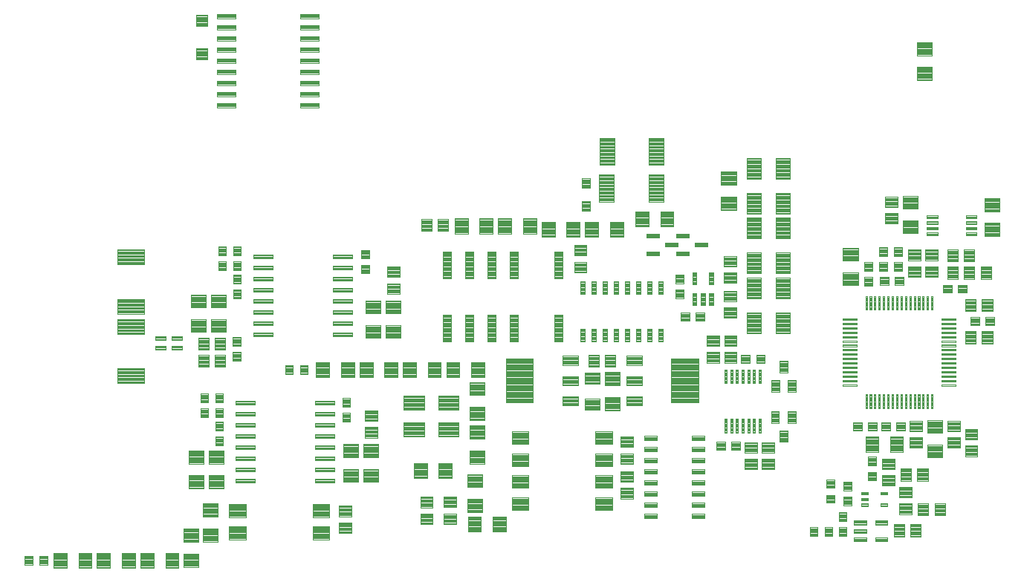
<source format=gtp>
G75*
%MOIN*%
%OFA0B0*%
%FSLAX25Y25*%
%IPPOS*%
%LPD*%
%AMOC8*
5,1,8,0,0,1.08239X$1,22.5*
%
%ADD10C,0.00378*%
%ADD11C,0.00396*%
%ADD12C,0.00386*%
%ADD13C,0.00394*%
%ADD14C,0.00425*%
%ADD15C,0.00409*%
%ADD16C,0.00405*%
%ADD17C,0.00375*%
%ADD18C,0.00406*%
%ADD19C,0.00408*%
%ADD20C,0.00402*%
D10*
X0088390Y0039441D02*
X0094310Y0039441D01*
X0094310Y0032721D01*
X0088390Y0032721D01*
X0088390Y0039441D01*
X0088390Y0033098D02*
X0094310Y0033098D01*
X0094310Y0033475D02*
X0088390Y0033475D01*
X0088390Y0033852D02*
X0094310Y0033852D01*
X0094310Y0034229D02*
X0088390Y0034229D01*
X0088390Y0034606D02*
X0094310Y0034606D01*
X0094310Y0034983D02*
X0088390Y0034983D01*
X0088390Y0035360D02*
X0094310Y0035360D01*
X0094310Y0035737D02*
X0088390Y0035737D01*
X0088390Y0036114D02*
X0094310Y0036114D01*
X0094310Y0036491D02*
X0088390Y0036491D01*
X0088390Y0036868D02*
X0094310Y0036868D01*
X0094310Y0037245D02*
X0088390Y0037245D01*
X0088390Y0037622D02*
X0094310Y0037622D01*
X0094310Y0037999D02*
X0088390Y0037999D01*
X0088390Y0038376D02*
X0094310Y0038376D01*
X0094310Y0038753D02*
X0088390Y0038753D01*
X0088390Y0039130D02*
X0094310Y0039130D01*
X0099587Y0039441D02*
X0105507Y0039441D01*
X0105507Y0032721D01*
X0099587Y0032721D01*
X0099587Y0039441D01*
X0099587Y0033098D02*
X0105507Y0033098D01*
X0105507Y0033475D02*
X0099587Y0033475D01*
X0099587Y0033852D02*
X0105507Y0033852D01*
X0105507Y0034229D02*
X0099587Y0034229D01*
X0099587Y0034606D02*
X0105507Y0034606D01*
X0105507Y0034983D02*
X0099587Y0034983D01*
X0099587Y0035360D02*
X0105507Y0035360D01*
X0105507Y0035737D02*
X0099587Y0035737D01*
X0099587Y0036114D02*
X0105507Y0036114D01*
X0105507Y0036491D02*
X0099587Y0036491D01*
X0099587Y0036868D02*
X0105507Y0036868D01*
X0105507Y0037245D02*
X0099587Y0037245D01*
X0099587Y0037622D02*
X0105507Y0037622D01*
X0105507Y0037999D02*
X0099587Y0037999D01*
X0099587Y0038376D02*
X0105507Y0038376D01*
X0105507Y0038753D02*
X0099587Y0038753D01*
X0099587Y0039130D02*
X0105507Y0039130D01*
X0107840Y0039441D02*
X0113760Y0039441D01*
X0113760Y0032721D01*
X0107840Y0032721D01*
X0107840Y0039441D01*
X0107840Y0033098D02*
X0113760Y0033098D01*
X0113760Y0033475D02*
X0107840Y0033475D01*
X0107840Y0033852D02*
X0113760Y0033852D01*
X0113760Y0034229D02*
X0107840Y0034229D01*
X0107840Y0034606D02*
X0113760Y0034606D01*
X0113760Y0034983D02*
X0107840Y0034983D01*
X0107840Y0035360D02*
X0113760Y0035360D01*
X0113760Y0035737D02*
X0107840Y0035737D01*
X0107840Y0036114D02*
X0113760Y0036114D01*
X0113760Y0036491D02*
X0107840Y0036491D01*
X0107840Y0036868D02*
X0113760Y0036868D01*
X0113760Y0037245D02*
X0107840Y0037245D01*
X0107840Y0037622D02*
X0113760Y0037622D01*
X0113760Y0037999D02*
X0107840Y0037999D01*
X0107840Y0038376D02*
X0113760Y0038376D01*
X0113760Y0038753D02*
X0107840Y0038753D01*
X0107840Y0039130D02*
X0113760Y0039130D01*
X0119037Y0039441D02*
X0124957Y0039441D01*
X0124957Y0032721D01*
X0119037Y0032721D01*
X0119037Y0039441D01*
X0119037Y0033098D02*
X0124957Y0033098D01*
X0124957Y0033475D02*
X0119037Y0033475D01*
X0119037Y0033852D02*
X0124957Y0033852D01*
X0124957Y0034229D02*
X0119037Y0034229D01*
X0119037Y0034606D02*
X0124957Y0034606D01*
X0124957Y0034983D02*
X0119037Y0034983D01*
X0119037Y0035360D02*
X0124957Y0035360D01*
X0124957Y0035737D02*
X0119037Y0035737D01*
X0119037Y0036114D02*
X0124957Y0036114D01*
X0124957Y0036491D02*
X0119037Y0036491D01*
X0119037Y0036868D02*
X0124957Y0036868D01*
X0124957Y0037245D02*
X0119037Y0037245D01*
X0119037Y0037622D02*
X0124957Y0037622D01*
X0124957Y0037999D02*
X0119037Y0037999D01*
X0119037Y0038376D02*
X0124957Y0038376D01*
X0124957Y0038753D02*
X0119037Y0038753D01*
X0119037Y0039130D02*
X0124957Y0039130D01*
X0127340Y0039441D02*
X0133260Y0039441D01*
X0133260Y0032721D01*
X0127340Y0032721D01*
X0127340Y0039441D01*
X0127340Y0033098D02*
X0133260Y0033098D01*
X0133260Y0033475D02*
X0127340Y0033475D01*
X0127340Y0033852D02*
X0133260Y0033852D01*
X0133260Y0034229D02*
X0127340Y0034229D01*
X0127340Y0034606D02*
X0133260Y0034606D01*
X0133260Y0034983D02*
X0127340Y0034983D01*
X0127340Y0035360D02*
X0133260Y0035360D01*
X0133260Y0035737D02*
X0127340Y0035737D01*
X0127340Y0036114D02*
X0133260Y0036114D01*
X0133260Y0036491D02*
X0127340Y0036491D01*
X0127340Y0036868D02*
X0133260Y0036868D01*
X0133260Y0037245D02*
X0127340Y0037245D01*
X0127340Y0037622D02*
X0133260Y0037622D01*
X0133260Y0037999D02*
X0127340Y0037999D01*
X0127340Y0038376D02*
X0133260Y0038376D01*
X0133260Y0038753D02*
X0127340Y0038753D01*
X0127340Y0039130D02*
X0133260Y0039130D01*
X0138537Y0039441D02*
X0144457Y0039441D01*
X0144457Y0032721D01*
X0138537Y0032721D01*
X0138537Y0039441D01*
X0138537Y0033098D02*
X0144457Y0033098D01*
X0144457Y0033475D02*
X0138537Y0033475D01*
X0138537Y0033852D02*
X0144457Y0033852D01*
X0144457Y0034229D02*
X0138537Y0034229D01*
X0138537Y0034606D02*
X0144457Y0034606D01*
X0144457Y0034983D02*
X0138537Y0034983D01*
X0138537Y0035360D02*
X0144457Y0035360D01*
X0144457Y0035737D02*
X0138537Y0035737D01*
X0138537Y0036114D02*
X0144457Y0036114D01*
X0144457Y0036491D02*
X0138537Y0036491D01*
X0138537Y0036868D02*
X0144457Y0036868D01*
X0144457Y0037245D02*
X0138537Y0037245D01*
X0138537Y0037622D02*
X0144457Y0037622D01*
X0144457Y0037999D02*
X0138537Y0037999D01*
X0138537Y0038376D02*
X0144457Y0038376D01*
X0144457Y0038753D02*
X0138537Y0038753D01*
X0138537Y0039130D02*
X0144457Y0039130D01*
X0146639Y0039043D02*
X0146639Y0033123D01*
X0146639Y0039043D02*
X0153359Y0039043D01*
X0153359Y0033123D01*
X0146639Y0033123D01*
X0146639Y0033500D02*
X0153359Y0033500D01*
X0153359Y0033877D02*
X0146639Y0033877D01*
X0146639Y0034254D02*
X0153359Y0034254D01*
X0153359Y0034631D02*
X0146639Y0034631D01*
X0146639Y0035008D02*
X0153359Y0035008D01*
X0153359Y0035385D02*
X0146639Y0035385D01*
X0146639Y0035762D02*
X0153359Y0035762D01*
X0153359Y0036139D02*
X0146639Y0036139D01*
X0146639Y0036516D02*
X0153359Y0036516D01*
X0153359Y0036893D02*
X0146639Y0036893D01*
X0146639Y0037270D02*
X0153359Y0037270D01*
X0153359Y0037647D02*
X0146639Y0037647D01*
X0146639Y0038024D02*
X0153359Y0038024D01*
X0153359Y0038401D02*
X0146639Y0038401D01*
X0146639Y0038778D02*
X0153359Y0038778D01*
X0146639Y0044320D02*
X0146639Y0050240D01*
X0153359Y0050240D01*
X0153359Y0044320D01*
X0146639Y0044320D01*
X0146639Y0044697D02*
X0153359Y0044697D01*
X0153359Y0045074D02*
X0146639Y0045074D01*
X0146639Y0045451D02*
X0153359Y0045451D01*
X0153359Y0045828D02*
X0146639Y0045828D01*
X0146639Y0046205D02*
X0153359Y0046205D01*
X0153359Y0046582D02*
X0146639Y0046582D01*
X0146639Y0046959D02*
X0153359Y0046959D01*
X0153359Y0047336D02*
X0146639Y0047336D01*
X0146639Y0047713D02*
X0153359Y0047713D01*
X0153359Y0048090D02*
X0146639Y0048090D01*
X0146639Y0048467D02*
X0153359Y0048467D01*
X0153359Y0048844D02*
X0146639Y0048844D01*
X0146639Y0049221D02*
X0153359Y0049221D01*
X0153359Y0049598D02*
X0146639Y0049598D01*
X0146639Y0049975D02*
X0153359Y0049975D01*
X0162159Y0050393D02*
X0162159Y0044473D01*
X0155439Y0044473D01*
X0155439Y0050393D01*
X0162159Y0050393D01*
X0162159Y0044850D02*
X0155439Y0044850D01*
X0155439Y0045227D02*
X0162159Y0045227D01*
X0162159Y0045604D02*
X0155439Y0045604D01*
X0155439Y0045981D02*
X0162159Y0045981D01*
X0162159Y0046358D02*
X0155439Y0046358D01*
X0155439Y0046735D02*
X0162159Y0046735D01*
X0162159Y0047112D02*
X0155439Y0047112D01*
X0155439Y0047489D02*
X0162159Y0047489D01*
X0162159Y0047866D02*
X0155439Y0047866D01*
X0155439Y0048243D02*
X0162159Y0048243D01*
X0162159Y0048620D02*
X0155439Y0048620D01*
X0155439Y0048997D02*
X0162159Y0048997D01*
X0162159Y0049374D02*
X0155439Y0049374D01*
X0155439Y0049751D02*
X0162159Y0049751D01*
X0162159Y0050128D02*
X0155439Y0050128D01*
X0167021Y0051391D02*
X0167021Y0045471D01*
X0167021Y0051391D02*
X0174517Y0051391D01*
X0174517Y0045471D01*
X0167021Y0045471D01*
X0167021Y0045848D02*
X0174517Y0045848D01*
X0174517Y0046225D02*
X0167021Y0046225D01*
X0167021Y0046602D02*
X0174517Y0046602D01*
X0174517Y0046979D02*
X0167021Y0046979D01*
X0167021Y0047356D02*
X0174517Y0047356D01*
X0174517Y0047733D02*
X0167021Y0047733D01*
X0167021Y0048110D02*
X0174517Y0048110D01*
X0174517Y0048487D02*
X0167021Y0048487D01*
X0167021Y0048864D02*
X0174517Y0048864D01*
X0174517Y0049241D02*
X0167021Y0049241D01*
X0167021Y0049618D02*
X0174517Y0049618D01*
X0174517Y0049995D02*
X0167021Y0049995D01*
X0167021Y0050372D02*
X0174517Y0050372D01*
X0174517Y0050749D02*
X0167021Y0050749D01*
X0167021Y0051126D02*
X0174517Y0051126D01*
X0167021Y0055471D02*
X0167021Y0061391D01*
X0174517Y0061391D01*
X0174517Y0055471D01*
X0167021Y0055471D01*
X0167021Y0055848D02*
X0174517Y0055848D01*
X0174517Y0056225D02*
X0167021Y0056225D01*
X0167021Y0056602D02*
X0174517Y0056602D01*
X0174517Y0056979D02*
X0167021Y0056979D01*
X0167021Y0057356D02*
X0174517Y0057356D01*
X0174517Y0057733D02*
X0167021Y0057733D01*
X0167021Y0058110D02*
X0174517Y0058110D01*
X0174517Y0058487D02*
X0167021Y0058487D01*
X0167021Y0058864D02*
X0174517Y0058864D01*
X0174517Y0059241D02*
X0167021Y0059241D01*
X0167021Y0059618D02*
X0174517Y0059618D01*
X0174517Y0059995D02*
X0167021Y0059995D01*
X0167021Y0060372D02*
X0174517Y0060372D01*
X0174517Y0060749D02*
X0167021Y0060749D01*
X0167021Y0061126D02*
X0174517Y0061126D01*
X0162159Y0061590D02*
X0162159Y0055670D01*
X0155439Y0055670D01*
X0155439Y0061590D01*
X0162159Y0061590D01*
X0162159Y0056047D02*
X0155439Y0056047D01*
X0155439Y0056424D02*
X0162159Y0056424D01*
X0162159Y0056801D02*
X0155439Y0056801D01*
X0155439Y0057178D02*
X0162159Y0057178D01*
X0162159Y0057555D02*
X0155439Y0057555D01*
X0155439Y0057932D02*
X0162159Y0057932D01*
X0162159Y0058309D02*
X0155439Y0058309D01*
X0155439Y0058686D02*
X0162159Y0058686D01*
X0162159Y0059063D02*
X0155439Y0059063D01*
X0155439Y0059440D02*
X0162159Y0059440D01*
X0162159Y0059817D02*
X0155439Y0059817D01*
X0155439Y0060194D02*
X0162159Y0060194D01*
X0162159Y0060571D02*
X0155439Y0060571D01*
X0155439Y0060948D02*
X0162159Y0060948D01*
X0162159Y0061325D02*
X0155439Y0061325D01*
X0148845Y0068409D02*
X0148845Y0074329D01*
X0155553Y0074329D01*
X0155553Y0068409D01*
X0148845Y0068409D01*
X0148845Y0068786D02*
X0155553Y0068786D01*
X0155553Y0069163D02*
X0148845Y0069163D01*
X0148845Y0069540D02*
X0155553Y0069540D01*
X0155553Y0069917D02*
X0148845Y0069917D01*
X0148845Y0070294D02*
X0155553Y0070294D01*
X0155553Y0070671D02*
X0148845Y0070671D01*
X0148845Y0071048D02*
X0155553Y0071048D01*
X0155553Y0071425D02*
X0148845Y0071425D01*
X0148845Y0071802D02*
X0155553Y0071802D01*
X0155553Y0072179D02*
X0148845Y0072179D01*
X0148845Y0072556D02*
X0155553Y0072556D01*
X0155553Y0072933D02*
X0148845Y0072933D01*
X0148845Y0073310D02*
X0155553Y0073310D01*
X0155553Y0073687D02*
X0148845Y0073687D01*
X0148845Y0074064D02*
X0155553Y0074064D01*
X0158095Y0074329D02*
X0158095Y0068409D01*
X0158095Y0074329D02*
X0164803Y0074329D01*
X0164803Y0068409D01*
X0158095Y0068409D01*
X0158095Y0068786D02*
X0164803Y0068786D01*
X0164803Y0069163D02*
X0158095Y0069163D01*
X0158095Y0069540D02*
X0164803Y0069540D01*
X0164803Y0069917D02*
X0158095Y0069917D01*
X0158095Y0070294D02*
X0164803Y0070294D01*
X0164803Y0070671D02*
X0158095Y0070671D01*
X0158095Y0071048D02*
X0164803Y0071048D01*
X0164803Y0071425D02*
X0158095Y0071425D01*
X0158095Y0071802D02*
X0164803Y0071802D01*
X0164803Y0072179D02*
X0158095Y0072179D01*
X0158095Y0072556D02*
X0164803Y0072556D01*
X0164803Y0072933D02*
X0158095Y0072933D01*
X0158095Y0073310D02*
X0164803Y0073310D01*
X0164803Y0073687D02*
X0158095Y0073687D01*
X0158095Y0074064D02*
X0164803Y0074064D01*
X0158095Y0079433D02*
X0158095Y0085353D01*
X0164803Y0085353D01*
X0164803Y0079433D01*
X0158095Y0079433D01*
X0158095Y0079810D02*
X0164803Y0079810D01*
X0164803Y0080187D02*
X0158095Y0080187D01*
X0158095Y0080564D02*
X0164803Y0080564D01*
X0164803Y0080941D02*
X0158095Y0080941D01*
X0158095Y0081318D02*
X0164803Y0081318D01*
X0164803Y0081695D02*
X0158095Y0081695D01*
X0158095Y0082072D02*
X0164803Y0082072D01*
X0164803Y0082449D02*
X0158095Y0082449D01*
X0158095Y0082826D02*
X0164803Y0082826D01*
X0164803Y0083203D02*
X0158095Y0083203D01*
X0158095Y0083580D02*
X0164803Y0083580D01*
X0164803Y0083957D02*
X0158095Y0083957D01*
X0158095Y0084334D02*
X0164803Y0084334D01*
X0164803Y0084711D02*
X0158095Y0084711D01*
X0158095Y0085088D02*
X0164803Y0085088D01*
X0148845Y0085353D02*
X0148845Y0079433D01*
X0148845Y0085353D02*
X0155553Y0085353D01*
X0155553Y0079433D01*
X0148845Y0079433D01*
X0148845Y0079810D02*
X0155553Y0079810D01*
X0155553Y0080187D02*
X0148845Y0080187D01*
X0148845Y0080564D02*
X0155553Y0080564D01*
X0155553Y0080941D02*
X0148845Y0080941D01*
X0148845Y0081318D02*
X0155553Y0081318D01*
X0155553Y0081695D02*
X0148845Y0081695D01*
X0148845Y0082072D02*
X0155553Y0082072D01*
X0155553Y0082449D02*
X0148845Y0082449D01*
X0148845Y0082826D02*
X0155553Y0082826D01*
X0155553Y0083203D02*
X0148845Y0083203D01*
X0148845Y0083580D02*
X0155553Y0083580D01*
X0155553Y0083957D02*
X0148845Y0083957D01*
X0148845Y0084334D02*
X0155553Y0084334D01*
X0155553Y0084711D02*
X0148845Y0084711D01*
X0148845Y0085088D02*
X0155553Y0085088D01*
X0212076Y0061391D02*
X0212076Y0055471D01*
X0204580Y0055471D01*
X0204580Y0061391D01*
X0212076Y0061391D01*
X0212076Y0055848D02*
X0204580Y0055848D01*
X0204580Y0056225D02*
X0212076Y0056225D01*
X0212076Y0056602D02*
X0204580Y0056602D01*
X0204580Y0056979D02*
X0212076Y0056979D01*
X0212076Y0057356D02*
X0204580Y0057356D01*
X0204580Y0057733D02*
X0212076Y0057733D01*
X0212076Y0058110D02*
X0204580Y0058110D01*
X0204580Y0058487D02*
X0212076Y0058487D01*
X0212076Y0058864D02*
X0204580Y0058864D01*
X0204580Y0059241D02*
X0212076Y0059241D01*
X0212076Y0059618D02*
X0204580Y0059618D01*
X0204580Y0059995D02*
X0212076Y0059995D01*
X0212076Y0060372D02*
X0204580Y0060372D01*
X0204580Y0060749D02*
X0212076Y0060749D01*
X0212076Y0061126D02*
X0204580Y0061126D01*
X0212076Y0051391D02*
X0212076Y0045471D01*
X0204580Y0045471D01*
X0204580Y0051391D01*
X0212076Y0051391D01*
X0212076Y0045848D02*
X0204580Y0045848D01*
X0204580Y0046225D02*
X0212076Y0046225D01*
X0212076Y0046602D02*
X0204580Y0046602D01*
X0204580Y0046979D02*
X0212076Y0046979D01*
X0212076Y0047356D02*
X0204580Y0047356D01*
X0204580Y0047733D02*
X0212076Y0047733D01*
X0212076Y0048110D02*
X0204580Y0048110D01*
X0204580Y0048487D02*
X0212076Y0048487D01*
X0212076Y0048864D02*
X0204580Y0048864D01*
X0204580Y0049241D02*
X0212076Y0049241D01*
X0212076Y0049618D02*
X0204580Y0049618D01*
X0204580Y0049995D02*
X0212076Y0049995D01*
X0212076Y0050372D02*
X0204580Y0050372D01*
X0204580Y0050749D02*
X0212076Y0050749D01*
X0212076Y0051126D02*
X0204580Y0051126D01*
X0218195Y0071209D02*
X0218195Y0077129D01*
X0224903Y0077129D01*
X0224903Y0071209D01*
X0218195Y0071209D01*
X0218195Y0071586D02*
X0224903Y0071586D01*
X0224903Y0071963D02*
X0218195Y0071963D01*
X0218195Y0072340D02*
X0224903Y0072340D01*
X0224903Y0072717D02*
X0218195Y0072717D01*
X0218195Y0073094D02*
X0224903Y0073094D01*
X0224903Y0073471D02*
X0218195Y0073471D01*
X0218195Y0073848D02*
X0224903Y0073848D01*
X0224903Y0074225D02*
X0218195Y0074225D01*
X0218195Y0074602D02*
X0224903Y0074602D01*
X0224903Y0074979D02*
X0218195Y0074979D01*
X0218195Y0075356D02*
X0224903Y0075356D01*
X0224903Y0075733D02*
X0218195Y0075733D01*
X0218195Y0076110D02*
X0224903Y0076110D01*
X0224903Y0076487D02*
X0218195Y0076487D01*
X0218195Y0076864D02*
X0224903Y0076864D01*
X0227445Y0077129D02*
X0227445Y0071209D01*
X0227445Y0077129D02*
X0234153Y0077129D01*
X0234153Y0071209D01*
X0227445Y0071209D01*
X0227445Y0071586D02*
X0234153Y0071586D01*
X0234153Y0071963D02*
X0227445Y0071963D01*
X0227445Y0072340D02*
X0234153Y0072340D01*
X0234153Y0072717D02*
X0227445Y0072717D01*
X0227445Y0073094D02*
X0234153Y0073094D01*
X0234153Y0073471D02*
X0227445Y0073471D01*
X0227445Y0073848D02*
X0234153Y0073848D01*
X0234153Y0074225D02*
X0227445Y0074225D01*
X0227445Y0074602D02*
X0234153Y0074602D01*
X0234153Y0074979D02*
X0227445Y0074979D01*
X0227445Y0075356D02*
X0234153Y0075356D01*
X0234153Y0075733D02*
X0227445Y0075733D01*
X0227445Y0076110D02*
X0234153Y0076110D01*
X0234153Y0076487D02*
X0227445Y0076487D01*
X0227445Y0076864D02*
X0234153Y0076864D01*
X0227445Y0082233D02*
X0227445Y0088153D01*
X0234153Y0088153D01*
X0234153Y0082233D01*
X0227445Y0082233D01*
X0227445Y0082610D02*
X0234153Y0082610D01*
X0234153Y0082987D02*
X0227445Y0082987D01*
X0227445Y0083364D02*
X0234153Y0083364D01*
X0234153Y0083741D02*
X0227445Y0083741D01*
X0227445Y0084118D02*
X0234153Y0084118D01*
X0234153Y0084495D02*
X0227445Y0084495D01*
X0227445Y0084872D02*
X0234153Y0084872D01*
X0234153Y0085249D02*
X0227445Y0085249D01*
X0227445Y0085626D02*
X0234153Y0085626D01*
X0234153Y0086003D02*
X0227445Y0086003D01*
X0227445Y0086380D02*
X0234153Y0086380D01*
X0234153Y0086757D02*
X0227445Y0086757D01*
X0227445Y0087134D02*
X0234153Y0087134D01*
X0234153Y0087511D02*
X0227445Y0087511D01*
X0227445Y0087888D02*
X0234153Y0087888D01*
X0218195Y0088153D02*
X0218195Y0082233D01*
X0218195Y0088153D02*
X0224903Y0088153D01*
X0224903Y0082233D01*
X0218195Y0082233D01*
X0218195Y0082610D02*
X0224903Y0082610D01*
X0224903Y0082987D02*
X0218195Y0082987D01*
X0218195Y0083364D02*
X0224903Y0083364D01*
X0224903Y0083741D02*
X0218195Y0083741D01*
X0218195Y0084118D02*
X0224903Y0084118D01*
X0224903Y0084495D02*
X0218195Y0084495D01*
X0218195Y0084872D02*
X0224903Y0084872D01*
X0224903Y0085249D02*
X0218195Y0085249D01*
X0218195Y0085626D02*
X0224903Y0085626D01*
X0224903Y0086003D02*
X0218195Y0086003D01*
X0218195Y0086380D02*
X0224903Y0086380D01*
X0224903Y0086757D02*
X0218195Y0086757D01*
X0218195Y0087134D02*
X0224903Y0087134D01*
X0224903Y0087511D02*
X0218195Y0087511D01*
X0218195Y0087888D02*
X0224903Y0087888D01*
X0249940Y0073021D02*
X0255860Y0073021D01*
X0249940Y0073021D02*
X0249940Y0079741D01*
X0255860Y0079741D01*
X0255860Y0073021D01*
X0255860Y0073398D02*
X0249940Y0073398D01*
X0249940Y0073775D02*
X0255860Y0073775D01*
X0255860Y0074152D02*
X0249940Y0074152D01*
X0249940Y0074529D02*
X0255860Y0074529D01*
X0255860Y0074906D02*
X0249940Y0074906D01*
X0249940Y0075283D02*
X0255860Y0075283D01*
X0255860Y0075660D02*
X0249940Y0075660D01*
X0249940Y0076037D02*
X0255860Y0076037D01*
X0255860Y0076414D02*
X0249940Y0076414D01*
X0249940Y0076791D02*
X0255860Y0076791D01*
X0255860Y0077168D02*
X0249940Y0077168D01*
X0249940Y0077545D02*
X0255860Y0077545D01*
X0255860Y0077922D02*
X0249940Y0077922D01*
X0249940Y0078299D02*
X0255860Y0078299D01*
X0255860Y0078676D02*
X0249940Y0078676D01*
X0249940Y0079053D02*
X0255860Y0079053D01*
X0255860Y0079430D02*
X0249940Y0079430D01*
X0261137Y0073021D02*
X0267057Y0073021D01*
X0261137Y0073021D02*
X0261137Y0079741D01*
X0267057Y0079741D01*
X0267057Y0073021D01*
X0267057Y0073398D02*
X0261137Y0073398D01*
X0261137Y0073775D02*
X0267057Y0073775D01*
X0267057Y0074152D02*
X0261137Y0074152D01*
X0261137Y0074529D02*
X0267057Y0074529D01*
X0267057Y0074906D02*
X0261137Y0074906D01*
X0261137Y0075283D02*
X0267057Y0075283D01*
X0267057Y0075660D02*
X0261137Y0075660D01*
X0261137Y0076037D02*
X0267057Y0076037D01*
X0267057Y0076414D02*
X0261137Y0076414D01*
X0261137Y0076791D02*
X0267057Y0076791D01*
X0267057Y0077168D02*
X0261137Y0077168D01*
X0261137Y0077545D02*
X0267057Y0077545D01*
X0267057Y0077922D02*
X0261137Y0077922D01*
X0261137Y0078299D02*
X0267057Y0078299D01*
X0267057Y0078676D02*
X0261137Y0078676D01*
X0261137Y0079053D02*
X0267057Y0079053D01*
X0267057Y0079430D02*
X0261137Y0079430D01*
X0281809Y0079473D02*
X0281809Y0085393D01*
X0281809Y0079473D02*
X0275089Y0079473D01*
X0275089Y0085393D01*
X0281809Y0085393D01*
X0281809Y0079850D02*
X0275089Y0079850D01*
X0275089Y0080227D02*
X0281809Y0080227D01*
X0281809Y0080604D02*
X0275089Y0080604D01*
X0275089Y0080981D02*
X0281809Y0080981D01*
X0281809Y0081358D02*
X0275089Y0081358D01*
X0275089Y0081735D02*
X0281809Y0081735D01*
X0281809Y0082112D02*
X0275089Y0082112D01*
X0275089Y0082489D02*
X0281809Y0082489D01*
X0281809Y0082866D02*
X0275089Y0082866D01*
X0275089Y0083243D02*
X0281809Y0083243D01*
X0281809Y0083620D02*
X0275089Y0083620D01*
X0275089Y0083997D02*
X0281809Y0083997D01*
X0281809Y0084374D02*
X0275089Y0084374D01*
X0275089Y0084751D02*
X0281809Y0084751D01*
X0281809Y0085128D02*
X0275089Y0085128D01*
X0281809Y0090670D02*
X0281809Y0096590D01*
X0281809Y0090670D02*
X0275089Y0090670D01*
X0275089Y0096590D01*
X0281809Y0096590D01*
X0281809Y0091047D02*
X0275089Y0091047D01*
X0275089Y0091424D02*
X0281809Y0091424D01*
X0281809Y0091801D02*
X0275089Y0091801D01*
X0275089Y0092178D02*
X0281809Y0092178D01*
X0281809Y0092555D02*
X0275089Y0092555D01*
X0275089Y0092932D02*
X0281809Y0092932D01*
X0281809Y0093309D02*
X0275089Y0093309D01*
X0275089Y0093686D02*
X0281809Y0093686D01*
X0281809Y0094063D02*
X0275089Y0094063D01*
X0275089Y0094440D02*
X0281809Y0094440D01*
X0281809Y0094817D02*
X0275089Y0094817D01*
X0275089Y0095194D02*
X0281809Y0095194D01*
X0281809Y0095571D02*
X0275089Y0095571D01*
X0275089Y0095948D02*
X0281809Y0095948D01*
X0281809Y0096325D02*
X0275089Y0096325D01*
X0281809Y0099023D02*
X0281809Y0104943D01*
X0281809Y0099023D02*
X0275089Y0099023D01*
X0275089Y0104943D01*
X0281809Y0104943D01*
X0281809Y0099400D02*
X0275089Y0099400D01*
X0275089Y0099777D02*
X0281809Y0099777D01*
X0281809Y0100154D02*
X0275089Y0100154D01*
X0275089Y0100531D02*
X0281809Y0100531D01*
X0281809Y0100908D02*
X0275089Y0100908D01*
X0275089Y0101285D02*
X0281809Y0101285D01*
X0281809Y0101662D02*
X0275089Y0101662D01*
X0275089Y0102039D02*
X0281809Y0102039D01*
X0281809Y0102416D02*
X0275089Y0102416D01*
X0275089Y0102793D02*
X0281809Y0102793D01*
X0281809Y0103170D02*
X0275089Y0103170D01*
X0275089Y0103547D02*
X0281809Y0103547D01*
X0281809Y0103924D02*
X0275089Y0103924D01*
X0275089Y0104301D02*
X0281809Y0104301D01*
X0281809Y0104678D02*
X0275089Y0104678D01*
X0281809Y0110220D02*
X0281809Y0116140D01*
X0281809Y0110220D02*
X0275089Y0110220D01*
X0275089Y0116140D01*
X0281809Y0116140D01*
X0281809Y0110597D02*
X0275089Y0110597D01*
X0275089Y0110974D02*
X0281809Y0110974D01*
X0281809Y0111351D02*
X0275089Y0111351D01*
X0275089Y0111728D02*
X0281809Y0111728D01*
X0281809Y0112105D02*
X0275089Y0112105D01*
X0275089Y0112482D02*
X0281809Y0112482D01*
X0281809Y0112859D02*
X0275089Y0112859D01*
X0275089Y0113236D02*
X0281809Y0113236D01*
X0281809Y0113613D02*
X0275089Y0113613D01*
X0275089Y0113990D02*
X0281809Y0113990D01*
X0281809Y0114367D02*
X0275089Y0114367D01*
X0275089Y0114744D02*
X0281809Y0114744D01*
X0281809Y0115121D02*
X0275089Y0115121D01*
X0275089Y0115498D02*
X0281809Y0115498D01*
X0281809Y0115875D02*
X0275089Y0115875D01*
X0275737Y0125041D02*
X0281657Y0125041D01*
X0281657Y0118321D01*
X0275737Y0118321D01*
X0275737Y0125041D01*
X0275737Y0118698D02*
X0281657Y0118698D01*
X0281657Y0119075D02*
X0275737Y0119075D01*
X0275737Y0119452D02*
X0281657Y0119452D01*
X0281657Y0119829D02*
X0275737Y0119829D01*
X0275737Y0120206D02*
X0281657Y0120206D01*
X0281657Y0120583D02*
X0275737Y0120583D01*
X0275737Y0120960D02*
X0281657Y0120960D01*
X0281657Y0121337D02*
X0275737Y0121337D01*
X0275737Y0121714D02*
X0281657Y0121714D01*
X0281657Y0122091D02*
X0275737Y0122091D01*
X0275737Y0122468D02*
X0281657Y0122468D01*
X0281657Y0122845D02*
X0275737Y0122845D01*
X0275737Y0123222D02*
X0281657Y0123222D01*
X0281657Y0123599D02*
X0275737Y0123599D01*
X0275737Y0123976D02*
X0281657Y0123976D01*
X0281657Y0124353D02*
X0275737Y0124353D01*
X0275737Y0124730D02*
X0281657Y0124730D01*
X0270460Y0125041D02*
X0264540Y0125041D01*
X0270460Y0125041D02*
X0270460Y0118321D01*
X0264540Y0118321D01*
X0264540Y0125041D01*
X0264540Y0118698D02*
X0270460Y0118698D01*
X0270460Y0119075D02*
X0264540Y0119075D01*
X0264540Y0119452D02*
X0270460Y0119452D01*
X0270460Y0119829D02*
X0264540Y0119829D01*
X0264540Y0120206D02*
X0270460Y0120206D01*
X0270460Y0120583D02*
X0264540Y0120583D01*
X0264540Y0120960D02*
X0270460Y0120960D01*
X0270460Y0121337D02*
X0264540Y0121337D01*
X0264540Y0121714D02*
X0270460Y0121714D01*
X0270460Y0122091D02*
X0264540Y0122091D01*
X0264540Y0122468D02*
X0270460Y0122468D01*
X0270460Y0122845D02*
X0264540Y0122845D01*
X0264540Y0123222D02*
X0270460Y0123222D01*
X0270460Y0123599D02*
X0264540Y0123599D01*
X0264540Y0123976D02*
X0270460Y0123976D01*
X0270460Y0124353D02*
X0264540Y0124353D01*
X0264540Y0124730D02*
X0270460Y0124730D01*
X0262157Y0125041D02*
X0256237Y0125041D01*
X0262157Y0125041D02*
X0262157Y0118321D01*
X0256237Y0118321D01*
X0256237Y0125041D01*
X0256237Y0118698D02*
X0262157Y0118698D01*
X0262157Y0119075D02*
X0256237Y0119075D01*
X0256237Y0119452D02*
X0262157Y0119452D01*
X0262157Y0119829D02*
X0256237Y0119829D01*
X0256237Y0120206D02*
X0262157Y0120206D01*
X0262157Y0120583D02*
X0256237Y0120583D01*
X0256237Y0120960D02*
X0262157Y0120960D01*
X0262157Y0121337D02*
X0256237Y0121337D01*
X0256237Y0121714D02*
X0262157Y0121714D01*
X0262157Y0122091D02*
X0256237Y0122091D01*
X0256237Y0122468D02*
X0262157Y0122468D01*
X0262157Y0122845D02*
X0256237Y0122845D01*
X0256237Y0123222D02*
X0262157Y0123222D01*
X0262157Y0123599D02*
X0256237Y0123599D01*
X0256237Y0123976D02*
X0262157Y0123976D01*
X0262157Y0124353D02*
X0256237Y0124353D01*
X0256237Y0124730D02*
X0262157Y0124730D01*
X0250960Y0125041D02*
X0245040Y0125041D01*
X0250960Y0125041D02*
X0250960Y0118321D01*
X0245040Y0118321D01*
X0245040Y0125041D01*
X0245040Y0118698D02*
X0250960Y0118698D01*
X0250960Y0119075D02*
X0245040Y0119075D01*
X0245040Y0119452D02*
X0250960Y0119452D01*
X0250960Y0119829D02*
X0245040Y0119829D01*
X0245040Y0120206D02*
X0250960Y0120206D01*
X0250960Y0120583D02*
X0245040Y0120583D01*
X0245040Y0120960D02*
X0250960Y0120960D01*
X0250960Y0121337D02*
X0245040Y0121337D01*
X0245040Y0121714D02*
X0250960Y0121714D01*
X0250960Y0122091D02*
X0245040Y0122091D01*
X0245040Y0122468D02*
X0250960Y0122468D01*
X0250960Y0122845D02*
X0245040Y0122845D01*
X0245040Y0123222D02*
X0250960Y0123222D01*
X0250960Y0123599D02*
X0245040Y0123599D01*
X0245040Y0123976D02*
X0250960Y0123976D01*
X0250960Y0124353D02*
X0245040Y0124353D01*
X0245040Y0124730D02*
X0250960Y0124730D01*
X0242707Y0125041D02*
X0236787Y0125041D01*
X0242707Y0125041D02*
X0242707Y0118321D01*
X0236787Y0118321D01*
X0236787Y0125041D01*
X0236787Y0118698D02*
X0242707Y0118698D01*
X0242707Y0119075D02*
X0236787Y0119075D01*
X0236787Y0119452D02*
X0242707Y0119452D01*
X0242707Y0119829D02*
X0236787Y0119829D01*
X0236787Y0120206D02*
X0242707Y0120206D01*
X0242707Y0120583D02*
X0236787Y0120583D01*
X0236787Y0120960D02*
X0242707Y0120960D01*
X0242707Y0121337D02*
X0236787Y0121337D01*
X0236787Y0121714D02*
X0242707Y0121714D01*
X0242707Y0122091D02*
X0236787Y0122091D01*
X0236787Y0122468D02*
X0242707Y0122468D01*
X0242707Y0122845D02*
X0236787Y0122845D01*
X0236787Y0123222D02*
X0242707Y0123222D01*
X0242707Y0123599D02*
X0236787Y0123599D01*
X0236787Y0123976D02*
X0242707Y0123976D01*
X0242707Y0124353D02*
X0236787Y0124353D01*
X0236787Y0124730D02*
X0242707Y0124730D01*
X0231510Y0125041D02*
X0225590Y0125041D01*
X0231510Y0125041D02*
X0231510Y0118321D01*
X0225590Y0118321D01*
X0225590Y0125041D01*
X0225590Y0118698D02*
X0231510Y0118698D01*
X0231510Y0119075D02*
X0225590Y0119075D01*
X0225590Y0119452D02*
X0231510Y0119452D01*
X0231510Y0119829D02*
X0225590Y0119829D01*
X0225590Y0120206D02*
X0231510Y0120206D01*
X0231510Y0120583D02*
X0225590Y0120583D01*
X0225590Y0120960D02*
X0231510Y0120960D01*
X0231510Y0121337D02*
X0225590Y0121337D01*
X0225590Y0121714D02*
X0231510Y0121714D01*
X0231510Y0122091D02*
X0225590Y0122091D01*
X0225590Y0122468D02*
X0231510Y0122468D01*
X0231510Y0122845D02*
X0225590Y0122845D01*
X0225590Y0123222D02*
X0231510Y0123222D01*
X0231510Y0123599D02*
X0225590Y0123599D01*
X0225590Y0123976D02*
X0231510Y0123976D01*
X0231510Y0124353D02*
X0225590Y0124353D01*
X0225590Y0124730D02*
X0231510Y0124730D01*
X0223257Y0125041D02*
X0217337Y0125041D01*
X0223257Y0125041D02*
X0223257Y0118321D01*
X0217337Y0118321D01*
X0217337Y0125041D01*
X0217337Y0118698D02*
X0223257Y0118698D01*
X0223257Y0119075D02*
X0217337Y0119075D01*
X0217337Y0119452D02*
X0223257Y0119452D01*
X0223257Y0119829D02*
X0217337Y0119829D01*
X0217337Y0120206D02*
X0223257Y0120206D01*
X0223257Y0120583D02*
X0217337Y0120583D01*
X0217337Y0120960D02*
X0223257Y0120960D01*
X0223257Y0121337D02*
X0217337Y0121337D01*
X0217337Y0121714D02*
X0223257Y0121714D01*
X0223257Y0122091D02*
X0217337Y0122091D01*
X0217337Y0122468D02*
X0223257Y0122468D01*
X0223257Y0122845D02*
X0217337Y0122845D01*
X0217337Y0123222D02*
X0223257Y0123222D01*
X0223257Y0123599D02*
X0217337Y0123599D01*
X0217337Y0123976D02*
X0223257Y0123976D01*
X0223257Y0124353D02*
X0217337Y0124353D01*
X0217337Y0124730D02*
X0223257Y0124730D01*
X0212060Y0125041D02*
X0206140Y0125041D01*
X0212060Y0125041D02*
X0212060Y0118321D01*
X0206140Y0118321D01*
X0206140Y0125041D01*
X0206140Y0118698D02*
X0212060Y0118698D01*
X0212060Y0119075D02*
X0206140Y0119075D01*
X0206140Y0119452D02*
X0212060Y0119452D01*
X0212060Y0119829D02*
X0206140Y0119829D01*
X0206140Y0120206D02*
X0212060Y0120206D01*
X0212060Y0120583D02*
X0206140Y0120583D01*
X0206140Y0120960D02*
X0212060Y0120960D01*
X0212060Y0121337D02*
X0206140Y0121337D01*
X0206140Y0121714D02*
X0212060Y0121714D01*
X0212060Y0122091D02*
X0206140Y0122091D01*
X0206140Y0122468D02*
X0212060Y0122468D01*
X0212060Y0122845D02*
X0206140Y0122845D01*
X0206140Y0123222D02*
X0212060Y0123222D01*
X0212060Y0123599D02*
X0206140Y0123599D01*
X0206140Y0123976D02*
X0212060Y0123976D01*
X0212060Y0124353D02*
X0206140Y0124353D01*
X0206140Y0124730D02*
X0212060Y0124730D01*
X0228195Y0135859D02*
X0228195Y0141779D01*
X0234903Y0141779D01*
X0234903Y0135859D01*
X0228195Y0135859D01*
X0228195Y0136236D02*
X0234903Y0136236D01*
X0234903Y0136613D02*
X0228195Y0136613D01*
X0228195Y0136990D02*
X0234903Y0136990D01*
X0234903Y0137367D02*
X0228195Y0137367D01*
X0228195Y0137744D02*
X0234903Y0137744D01*
X0234903Y0138121D02*
X0228195Y0138121D01*
X0228195Y0138498D02*
X0234903Y0138498D01*
X0234903Y0138875D02*
X0228195Y0138875D01*
X0228195Y0139252D02*
X0234903Y0139252D01*
X0234903Y0139629D02*
X0228195Y0139629D01*
X0228195Y0140006D02*
X0234903Y0140006D01*
X0234903Y0140383D02*
X0228195Y0140383D01*
X0228195Y0140760D02*
X0234903Y0140760D01*
X0234903Y0141137D02*
X0228195Y0141137D01*
X0228195Y0141514D02*
X0234903Y0141514D01*
X0237445Y0141779D02*
X0237445Y0135859D01*
X0237445Y0141779D02*
X0244153Y0141779D01*
X0244153Y0135859D01*
X0237445Y0135859D01*
X0237445Y0136236D02*
X0244153Y0136236D01*
X0244153Y0136613D02*
X0237445Y0136613D01*
X0237445Y0136990D02*
X0244153Y0136990D01*
X0244153Y0137367D02*
X0237445Y0137367D01*
X0237445Y0137744D02*
X0244153Y0137744D01*
X0244153Y0138121D02*
X0237445Y0138121D01*
X0237445Y0138498D02*
X0244153Y0138498D01*
X0244153Y0138875D02*
X0237445Y0138875D01*
X0237445Y0139252D02*
X0244153Y0139252D01*
X0244153Y0139629D02*
X0237445Y0139629D01*
X0237445Y0140006D02*
X0244153Y0140006D01*
X0244153Y0140383D02*
X0237445Y0140383D01*
X0237445Y0140760D02*
X0244153Y0140760D01*
X0244153Y0141137D02*
X0237445Y0141137D01*
X0237445Y0141514D02*
X0244153Y0141514D01*
X0237445Y0146883D02*
X0237445Y0152803D01*
X0244153Y0152803D01*
X0244153Y0146883D01*
X0237445Y0146883D01*
X0237445Y0147260D02*
X0244153Y0147260D01*
X0244153Y0147637D02*
X0237445Y0147637D01*
X0237445Y0148014D02*
X0244153Y0148014D01*
X0244153Y0148391D02*
X0237445Y0148391D01*
X0237445Y0148768D02*
X0244153Y0148768D01*
X0244153Y0149145D02*
X0237445Y0149145D01*
X0237445Y0149522D02*
X0244153Y0149522D01*
X0244153Y0149899D02*
X0237445Y0149899D01*
X0237445Y0150276D02*
X0244153Y0150276D01*
X0244153Y0150653D02*
X0237445Y0150653D01*
X0237445Y0151030D02*
X0244153Y0151030D01*
X0244153Y0151407D02*
X0237445Y0151407D01*
X0237445Y0151784D02*
X0244153Y0151784D01*
X0244153Y0152161D02*
X0237445Y0152161D01*
X0237445Y0152538D02*
X0244153Y0152538D01*
X0228195Y0152803D02*
X0228195Y0146883D01*
X0228195Y0152803D02*
X0234903Y0152803D01*
X0234903Y0146883D01*
X0228195Y0146883D01*
X0228195Y0147260D02*
X0234903Y0147260D01*
X0234903Y0147637D02*
X0228195Y0147637D01*
X0228195Y0148014D02*
X0234903Y0148014D01*
X0234903Y0148391D02*
X0228195Y0148391D01*
X0228195Y0148768D02*
X0234903Y0148768D01*
X0234903Y0149145D02*
X0228195Y0149145D01*
X0228195Y0149522D02*
X0234903Y0149522D01*
X0234903Y0149899D02*
X0228195Y0149899D01*
X0228195Y0150276D02*
X0234903Y0150276D01*
X0234903Y0150653D02*
X0228195Y0150653D01*
X0228195Y0151030D02*
X0234903Y0151030D01*
X0234903Y0151407D02*
X0228195Y0151407D01*
X0228195Y0151784D02*
X0234903Y0151784D01*
X0234903Y0152161D02*
X0228195Y0152161D01*
X0228195Y0152538D02*
X0234903Y0152538D01*
X0268290Y0182771D02*
X0274210Y0182771D01*
X0268290Y0182771D02*
X0268290Y0189491D01*
X0274210Y0189491D01*
X0274210Y0182771D01*
X0274210Y0183148D02*
X0268290Y0183148D01*
X0268290Y0183525D02*
X0274210Y0183525D01*
X0274210Y0183902D02*
X0268290Y0183902D01*
X0268290Y0184279D02*
X0274210Y0184279D01*
X0274210Y0184656D02*
X0268290Y0184656D01*
X0268290Y0185033D02*
X0274210Y0185033D01*
X0274210Y0185410D02*
X0268290Y0185410D01*
X0268290Y0185787D02*
X0274210Y0185787D01*
X0274210Y0186164D02*
X0268290Y0186164D01*
X0268290Y0186541D02*
X0274210Y0186541D01*
X0274210Y0186918D02*
X0268290Y0186918D01*
X0268290Y0187295D02*
X0274210Y0187295D01*
X0274210Y0187672D02*
X0268290Y0187672D01*
X0268290Y0188049D02*
X0274210Y0188049D01*
X0274210Y0188426D02*
X0268290Y0188426D01*
X0268290Y0188803D02*
X0274210Y0188803D01*
X0274210Y0189180D02*
X0268290Y0189180D01*
X0279487Y0182771D02*
X0285407Y0182771D01*
X0279487Y0182771D02*
X0279487Y0189491D01*
X0285407Y0189491D01*
X0285407Y0182771D01*
X0285407Y0183148D02*
X0279487Y0183148D01*
X0279487Y0183525D02*
X0285407Y0183525D01*
X0285407Y0183902D02*
X0279487Y0183902D01*
X0279487Y0184279D02*
X0285407Y0184279D01*
X0285407Y0184656D02*
X0279487Y0184656D01*
X0279487Y0185033D02*
X0285407Y0185033D01*
X0285407Y0185410D02*
X0279487Y0185410D01*
X0279487Y0185787D02*
X0285407Y0185787D01*
X0285407Y0186164D02*
X0279487Y0186164D01*
X0279487Y0186541D02*
X0285407Y0186541D01*
X0285407Y0186918D02*
X0279487Y0186918D01*
X0279487Y0187295D02*
X0285407Y0187295D01*
X0285407Y0187672D02*
X0279487Y0187672D01*
X0279487Y0188049D02*
X0285407Y0188049D01*
X0285407Y0188426D02*
X0279487Y0188426D01*
X0279487Y0188803D02*
X0285407Y0188803D01*
X0285407Y0189180D02*
X0279487Y0189180D01*
X0287790Y0182771D02*
X0293710Y0182771D01*
X0287790Y0182771D02*
X0287790Y0189491D01*
X0293710Y0189491D01*
X0293710Y0182771D01*
X0293710Y0183148D02*
X0287790Y0183148D01*
X0287790Y0183525D02*
X0293710Y0183525D01*
X0293710Y0183902D02*
X0287790Y0183902D01*
X0287790Y0184279D02*
X0293710Y0184279D01*
X0293710Y0184656D02*
X0287790Y0184656D01*
X0287790Y0185033D02*
X0293710Y0185033D01*
X0293710Y0185410D02*
X0287790Y0185410D01*
X0287790Y0185787D02*
X0293710Y0185787D01*
X0293710Y0186164D02*
X0287790Y0186164D01*
X0287790Y0186541D02*
X0293710Y0186541D01*
X0293710Y0186918D02*
X0287790Y0186918D01*
X0287790Y0187295D02*
X0293710Y0187295D01*
X0293710Y0187672D02*
X0287790Y0187672D01*
X0287790Y0188049D02*
X0293710Y0188049D01*
X0293710Y0188426D02*
X0287790Y0188426D01*
X0287790Y0188803D02*
X0293710Y0188803D01*
X0293710Y0189180D02*
X0287790Y0189180D01*
X0298987Y0182771D02*
X0304907Y0182771D01*
X0298987Y0182771D02*
X0298987Y0189491D01*
X0304907Y0189491D01*
X0304907Y0182771D01*
X0304907Y0183148D02*
X0298987Y0183148D01*
X0298987Y0183525D02*
X0304907Y0183525D01*
X0304907Y0183902D02*
X0298987Y0183902D01*
X0298987Y0184279D02*
X0304907Y0184279D01*
X0304907Y0184656D02*
X0298987Y0184656D01*
X0298987Y0185033D02*
X0304907Y0185033D01*
X0304907Y0185410D02*
X0298987Y0185410D01*
X0298987Y0185787D02*
X0304907Y0185787D01*
X0304907Y0186164D02*
X0298987Y0186164D01*
X0298987Y0186541D02*
X0304907Y0186541D01*
X0304907Y0186918D02*
X0298987Y0186918D01*
X0298987Y0187295D02*
X0304907Y0187295D01*
X0304907Y0187672D02*
X0298987Y0187672D01*
X0298987Y0188049D02*
X0304907Y0188049D01*
X0304907Y0188426D02*
X0298987Y0188426D01*
X0298987Y0188803D02*
X0304907Y0188803D01*
X0304907Y0189180D02*
X0298987Y0189180D01*
X0307290Y0181371D02*
X0313210Y0181371D01*
X0307290Y0181371D02*
X0307290Y0188091D01*
X0313210Y0188091D01*
X0313210Y0181371D01*
X0313210Y0181748D02*
X0307290Y0181748D01*
X0307290Y0182125D02*
X0313210Y0182125D01*
X0313210Y0182502D02*
X0307290Y0182502D01*
X0307290Y0182879D02*
X0313210Y0182879D01*
X0313210Y0183256D02*
X0307290Y0183256D01*
X0307290Y0183633D02*
X0313210Y0183633D01*
X0313210Y0184010D02*
X0307290Y0184010D01*
X0307290Y0184387D02*
X0313210Y0184387D01*
X0313210Y0184764D02*
X0307290Y0184764D01*
X0307290Y0185141D02*
X0313210Y0185141D01*
X0313210Y0185518D02*
X0307290Y0185518D01*
X0307290Y0185895D02*
X0313210Y0185895D01*
X0313210Y0186272D02*
X0307290Y0186272D01*
X0307290Y0186649D02*
X0313210Y0186649D01*
X0313210Y0187026D02*
X0307290Y0187026D01*
X0307290Y0187403D02*
X0313210Y0187403D01*
X0313210Y0187780D02*
X0307290Y0187780D01*
X0318487Y0181371D02*
X0324407Y0181371D01*
X0318487Y0181371D02*
X0318487Y0188091D01*
X0324407Y0188091D01*
X0324407Y0181371D01*
X0324407Y0181748D02*
X0318487Y0181748D01*
X0318487Y0182125D02*
X0324407Y0182125D01*
X0324407Y0182502D02*
X0318487Y0182502D01*
X0318487Y0182879D02*
X0324407Y0182879D01*
X0324407Y0183256D02*
X0318487Y0183256D01*
X0318487Y0183633D02*
X0324407Y0183633D01*
X0324407Y0184010D02*
X0318487Y0184010D01*
X0318487Y0184387D02*
X0324407Y0184387D01*
X0324407Y0184764D02*
X0318487Y0184764D01*
X0318487Y0185141D02*
X0324407Y0185141D01*
X0324407Y0185518D02*
X0318487Y0185518D01*
X0318487Y0185895D02*
X0324407Y0185895D01*
X0324407Y0186272D02*
X0318487Y0186272D01*
X0318487Y0186649D02*
X0324407Y0186649D01*
X0324407Y0187026D02*
X0318487Y0187026D01*
X0318487Y0187403D02*
X0324407Y0187403D01*
X0324407Y0187780D02*
X0318487Y0187780D01*
X0326740Y0188091D02*
X0332660Y0188091D01*
X0332660Y0181371D01*
X0326740Y0181371D01*
X0326740Y0188091D01*
X0326740Y0181748D02*
X0332660Y0181748D01*
X0332660Y0182125D02*
X0326740Y0182125D01*
X0326740Y0182502D02*
X0332660Y0182502D01*
X0332660Y0182879D02*
X0326740Y0182879D01*
X0326740Y0183256D02*
X0332660Y0183256D01*
X0332660Y0183633D02*
X0326740Y0183633D01*
X0326740Y0184010D02*
X0332660Y0184010D01*
X0332660Y0184387D02*
X0326740Y0184387D01*
X0326740Y0184764D02*
X0332660Y0184764D01*
X0332660Y0185141D02*
X0326740Y0185141D01*
X0326740Y0185518D02*
X0332660Y0185518D01*
X0332660Y0185895D02*
X0326740Y0185895D01*
X0326740Y0186272D02*
X0332660Y0186272D01*
X0332660Y0186649D02*
X0326740Y0186649D01*
X0326740Y0187026D02*
X0332660Y0187026D01*
X0332660Y0187403D02*
X0326740Y0187403D01*
X0326740Y0187780D02*
X0332660Y0187780D01*
X0337937Y0188091D02*
X0343857Y0188091D01*
X0343857Y0181371D01*
X0337937Y0181371D01*
X0337937Y0188091D01*
X0337937Y0181748D02*
X0343857Y0181748D01*
X0343857Y0182125D02*
X0337937Y0182125D01*
X0337937Y0182502D02*
X0343857Y0182502D01*
X0343857Y0182879D02*
X0337937Y0182879D01*
X0337937Y0183256D02*
X0343857Y0183256D01*
X0343857Y0183633D02*
X0337937Y0183633D01*
X0337937Y0184010D02*
X0343857Y0184010D01*
X0343857Y0184387D02*
X0337937Y0184387D01*
X0337937Y0184764D02*
X0343857Y0184764D01*
X0343857Y0185141D02*
X0337937Y0185141D01*
X0337937Y0185518D02*
X0343857Y0185518D01*
X0343857Y0185895D02*
X0337937Y0185895D01*
X0337937Y0186272D02*
X0343857Y0186272D01*
X0343857Y0186649D02*
X0337937Y0186649D01*
X0337937Y0187026D02*
X0343857Y0187026D01*
X0343857Y0187403D02*
X0337937Y0187403D01*
X0337937Y0187780D02*
X0343857Y0187780D01*
X0349340Y0186021D02*
X0355260Y0186021D01*
X0349340Y0186021D02*
X0349340Y0192741D01*
X0355260Y0192741D01*
X0355260Y0186021D01*
X0355260Y0186398D02*
X0349340Y0186398D01*
X0349340Y0186775D02*
X0355260Y0186775D01*
X0355260Y0187152D02*
X0349340Y0187152D01*
X0349340Y0187529D02*
X0355260Y0187529D01*
X0355260Y0187906D02*
X0349340Y0187906D01*
X0349340Y0188283D02*
X0355260Y0188283D01*
X0355260Y0188660D02*
X0349340Y0188660D01*
X0349340Y0189037D02*
X0355260Y0189037D01*
X0355260Y0189414D02*
X0349340Y0189414D01*
X0349340Y0189791D02*
X0355260Y0189791D01*
X0355260Y0190168D02*
X0349340Y0190168D01*
X0349340Y0190545D02*
X0355260Y0190545D01*
X0355260Y0190922D02*
X0349340Y0190922D01*
X0349340Y0191299D02*
X0355260Y0191299D01*
X0355260Y0191676D02*
X0349340Y0191676D01*
X0349340Y0192053D02*
X0355260Y0192053D01*
X0355260Y0192430D02*
X0349340Y0192430D01*
X0360537Y0186021D02*
X0366457Y0186021D01*
X0360537Y0186021D02*
X0360537Y0192741D01*
X0366457Y0192741D01*
X0366457Y0186021D01*
X0366457Y0186398D02*
X0360537Y0186398D01*
X0360537Y0186775D02*
X0366457Y0186775D01*
X0366457Y0187152D02*
X0360537Y0187152D01*
X0360537Y0187529D02*
X0366457Y0187529D01*
X0366457Y0187906D02*
X0360537Y0187906D01*
X0360537Y0188283D02*
X0366457Y0188283D01*
X0366457Y0188660D02*
X0360537Y0188660D01*
X0360537Y0189037D02*
X0366457Y0189037D01*
X0366457Y0189414D02*
X0360537Y0189414D01*
X0360537Y0189791D02*
X0366457Y0189791D01*
X0366457Y0190168D02*
X0360537Y0190168D01*
X0360537Y0190545D02*
X0366457Y0190545D01*
X0366457Y0190922D02*
X0360537Y0190922D01*
X0360537Y0191299D02*
X0366457Y0191299D01*
X0366457Y0191676D02*
X0360537Y0191676D01*
X0360537Y0192053D02*
X0366457Y0192053D01*
X0366457Y0192430D02*
X0360537Y0192430D01*
X0387789Y0193423D02*
X0387789Y0199343D01*
X0394509Y0199343D01*
X0394509Y0193423D01*
X0387789Y0193423D01*
X0387789Y0193800D02*
X0394509Y0193800D01*
X0394509Y0194177D02*
X0387789Y0194177D01*
X0387789Y0194554D02*
X0394509Y0194554D01*
X0394509Y0194931D02*
X0387789Y0194931D01*
X0387789Y0195308D02*
X0394509Y0195308D01*
X0394509Y0195685D02*
X0387789Y0195685D01*
X0387789Y0196062D02*
X0394509Y0196062D01*
X0394509Y0196439D02*
X0387789Y0196439D01*
X0387789Y0196816D02*
X0394509Y0196816D01*
X0394509Y0197193D02*
X0387789Y0197193D01*
X0387789Y0197570D02*
X0394509Y0197570D01*
X0394509Y0197947D02*
X0387789Y0197947D01*
X0387789Y0198324D02*
X0394509Y0198324D01*
X0394509Y0198701D02*
X0387789Y0198701D01*
X0387789Y0199078D02*
X0394509Y0199078D01*
X0387789Y0204620D02*
X0387789Y0210540D01*
X0394509Y0210540D01*
X0394509Y0204620D01*
X0387789Y0204620D01*
X0387789Y0204997D02*
X0394509Y0204997D01*
X0394509Y0205374D02*
X0387789Y0205374D01*
X0387789Y0205751D02*
X0394509Y0205751D01*
X0394509Y0206128D02*
X0387789Y0206128D01*
X0387789Y0206505D02*
X0394509Y0206505D01*
X0394509Y0206882D02*
X0387789Y0206882D01*
X0387789Y0207259D02*
X0394509Y0207259D01*
X0394509Y0207636D02*
X0387789Y0207636D01*
X0387789Y0208013D02*
X0394509Y0208013D01*
X0394509Y0208390D02*
X0387789Y0208390D01*
X0387789Y0208767D02*
X0394509Y0208767D01*
X0394509Y0209144D02*
X0387789Y0209144D01*
X0387789Y0209521D02*
X0394509Y0209521D01*
X0394509Y0209898D02*
X0387789Y0209898D01*
X0387789Y0210275D02*
X0394509Y0210275D01*
X0449203Y0176453D02*
X0449203Y0170533D01*
X0442495Y0170533D01*
X0442495Y0176453D01*
X0449203Y0176453D01*
X0449203Y0170910D02*
X0442495Y0170910D01*
X0442495Y0171287D02*
X0449203Y0171287D01*
X0449203Y0171664D02*
X0442495Y0171664D01*
X0442495Y0172041D02*
X0449203Y0172041D01*
X0449203Y0172418D02*
X0442495Y0172418D01*
X0442495Y0172795D02*
X0449203Y0172795D01*
X0449203Y0173172D02*
X0442495Y0173172D01*
X0442495Y0173549D02*
X0449203Y0173549D01*
X0449203Y0173926D02*
X0442495Y0173926D01*
X0442495Y0174303D02*
X0449203Y0174303D01*
X0449203Y0174680D02*
X0442495Y0174680D01*
X0442495Y0175057D02*
X0449203Y0175057D01*
X0449203Y0175434D02*
X0442495Y0175434D01*
X0442495Y0175811D02*
X0449203Y0175811D01*
X0449203Y0176188D02*
X0442495Y0176188D01*
X0449203Y0165429D02*
X0449203Y0159509D01*
X0442495Y0159509D01*
X0442495Y0165429D01*
X0449203Y0165429D01*
X0449203Y0159886D02*
X0442495Y0159886D01*
X0442495Y0160263D02*
X0449203Y0160263D01*
X0449203Y0160640D02*
X0442495Y0160640D01*
X0442495Y0161017D02*
X0449203Y0161017D01*
X0449203Y0161394D02*
X0442495Y0161394D01*
X0442495Y0161771D02*
X0449203Y0161771D01*
X0449203Y0162148D02*
X0442495Y0162148D01*
X0442495Y0162525D02*
X0449203Y0162525D01*
X0449203Y0162902D02*
X0442495Y0162902D01*
X0442495Y0163279D02*
X0449203Y0163279D01*
X0449203Y0163656D02*
X0442495Y0163656D01*
X0442495Y0164033D02*
X0449203Y0164033D01*
X0449203Y0164410D02*
X0442495Y0164410D01*
X0442495Y0164787D02*
X0449203Y0164787D01*
X0449203Y0165164D02*
X0442495Y0165164D01*
X0476103Y0182809D02*
X0476103Y0188729D01*
X0476103Y0182809D02*
X0469395Y0182809D01*
X0469395Y0188729D01*
X0476103Y0188729D01*
X0476103Y0183186D02*
X0469395Y0183186D01*
X0469395Y0183563D02*
X0476103Y0183563D01*
X0476103Y0183940D02*
X0469395Y0183940D01*
X0469395Y0184317D02*
X0476103Y0184317D01*
X0476103Y0184694D02*
X0469395Y0184694D01*
X0469395Y0185071D02*
X0476103Y0185071D01*
X0476103Y0185448D02*
X0469395Y0185448D01*
X0469395Y0185825D02*
X0476103Y0185825D01*
X0476103Y0186202D02*
X0469395Y0186202D01*
X0469395Y0186579D02*
X0476103Y0186579D01*
X0476103Y0186956D02*
X0469395Y0186956D01*
X0469395Y0187333D02*
X0476103Y0187333D01*
X0476103Y0187710D02*
X0469395Y0187710D01*
X0469395Y0188087D02*
X0476103Y0188087D01*
X0476103Y0188464D02*
X0469395Y0188464D01*
X0476103Y0193833D02*
X0476103Y0199753D01*
X0476103Y0193833D02*
X0469395Y0193833D01*
X0469395Y0199753D01*
X0476103Y0199753D01*
X0476103Y0194210D02*
X0469395Y0194210D01*
X0469395Y0194587D02*
X0476103Y0194587D01*
X0476103Y0194964D02*
X0469395Y0194964D01*
X0469395Y0195341D02*
X0476103Y0195341D01*
X0476103Y0195718D02*
X0469395Y0195718D01*
X0469395Y0196095D02*
X0476103Y0196095D01*
X0476103Y0196472D02*
X0469395Y0196472D01*
X0469395Y0196849D02*
X0476103Y0196849D01*
X0476103Y0197226D02*
X0469395Y0197226D01*
X0469395Y0197603D02*
X0476103Y0197603D01*
X0476103Y0197980D02*
X0469395Y0197980D01*
X0469395Y0198357D02*
X0476103Y0198357D01*
X0476103Y0198734D02*
X0469395Y0198734D01*
X0469395Y0199111D02*
X0476103Y0199111D01*
X0476103Y0199488D02*
X0469395Y0199488D01*
X0512703Y0198553D02*
X0512703Y0192633D01*
X0505995Y0192633D01*
X0505995Y0198553D01*
X0512703Y0198553D01*
X0512703Y0193010D02*
X0505995Y0193010D01*
X0505995Y0193387D02*
X0512703Y0193387D01*
X0512703Y0193764D02*
X0505995Y0193764D01*
X0505995Y0194141D02*
X0512703Y0194141D01*
X0512703Y0194518D02*
X0505995Y0194518D01*
X0505995Y0194895D02*
X0512703Y0194895D01*
X0512703Y0195272D02*
X0505995Y0195272D01*
X0505995Y0195649D02*
X0512703Y0195649D01*
X0512703Y0196026D02*
X0505995Y0196026D01*
X0505995Y0196403D02*
X0512703Y0196403D01*
X0512703Y0196780D02*
X0505995Y0196780D01*
X0505995Y0197157D02*
X0512703Y0197157D01*
X0512703Y0197534D02*
X0505995Y0197534D01*
X0505995Y0197911D02*
X0512703Y0197911D01*
X0512703Y0198288D02*
X0505995Y0198288D01*
X0512703Y0187529D02*
X0512703Y0181609D01*
X0505995Y0181609D01*
X0505995Y0187529D01*
X0512703Y0187529D01*
X0512703Y0181986D02*
X0505995Y0181986D01*
X0505995Y0182363D02*
X0512703Y0182363D01*
X0512703Y0182740D02*
X0505995Y0182740D01*
X0505995Y0183117D02*
X0512703Y0183117D01*
X0512703Y0183494D02*
X0505995Y0183494D01*
X0505995Y0183871D02*
X0512703Y0183871D01*
X0512703Y0184248D02*
X0505995Y0184248D01*
X0505995Y0184625D02*
X0512703Y0184625D01*
X0512703Y0185002D02*
X0505995Y0185002D01*
X0505995Y0185379D02*
X0512703Y0185379D01*
X0512703Y0185756D02*
X0505995Y0185756D01*
X0505995Y0186133D02*
X0512703Y0186133D01*
X0512703Y0186510D02*
X0505995Y0186510D01*
X0505995Y0186887D02*
X0512703Y0186887D01*
X0512703Y0187264D02*
X0505995Y0187264D01*
X0482353Y0251759D02*
X0482353Y0257679D01*
X0482353Y0251759D02*
X0475645Y0251759D01*
X0475645Y0257679D01*
X0482353Y0257679D01*
X0482353Y0252136D02*
X0475645Y0252136D01*
X0475645Y0252513D02*
X0482353Y0252513D01*
X0482353Y0252890D02*
X0475645Y0252890D01*
X0475645Y0253267D02*
X0482353Y0253267D01*
X0482353Y0253644D02*
X0475645Y0253644D01*
X0475645Y0254021D02*
X0482353Y0254021D01*
X0482353Y0254398D02*
X0475645Y0254398D01*
X0475645Y0254775D02*
X0482353Y0254775D01*
X0482353Y0255152D02*
X0475645Y0255152D01*
X0475645Y0255529D02*
X0482353Y0255529D01*
X0482353Y0255906D02*
X0475645Y0255906D01*
X0475645Y0256283D02*
X0482353Y0256283D01*
X0482353Y0256660D02*
X0475645Y0256660D01*
X0475645Y0257037D02*
X0482353Y0257037D01*
X0482353Y0257414D02*
X0475645Y0257414D01*
X0482353Y0262783D02*
X0482353Y0268703D01*
X0482353Y0262783D02*
X0475645Y0262783D01*
X0475645Y0268703D01*
X0482353Y0268703D01*
X0482353Y0263160D02*
X0475645Y0263160D01*
X0475645Y0263537D02*
X0482353Y0263537D01*
X0482353Y0263914D02*
X0475645Y0263914D01*
X0475645Y0264291D02*
X0482353Y0264291D01*
X0482353Y0264668D02*
X0475645Y0264668D01*
X0475645Y0265045D02*
X0482353Y0265045D01*
X0482353Y0265422D02*
X0475645Y0265422D01*
X0475645Y0265799D02*
X0482353Y0265799D01*
X0482353Y0266176D02*
X0475645Y0266176D01*
X0475645Y0266553D02*
X0482353Y0266553D01*
X0482353Y0266930D02*
X0475645Y0266930D01*
X0475645Y0267307D02*
X0482353Y0267307D01*
X0482353Y0267684D02*
X0475645Y0267684D01*
X0475645Y0268061D02*
X0482353Y0268061D01*
X0482353Y0268438D02*
X0475645Y0268438D01*
X0342259Y0120540D02*
X0342259Y0114620D01*
X0335539Y0114620D01*
X0335539Y0120540D01*
X0342259Y0120540D01*
X0342259Y0114997D02*
X0335539Y0114997D01*
X0335539Y0115374D02*
X0342259Y0115374D01*
X0342259Y0115751D02*
X0335539Y0115751D01*
X0335539Y0116128D02*
X0342259Y0116128D01*
X0342259Y0116505D02*
X0335539Y0116505D01*
X0335539Y0116882D02*
X0342259Y0116882D01*
X0342259Y0117259D02*
X0335539Y0117259D01*
X0335539Y0117636D02*
X0342259Y0117636D01*
X0342259Y0118013D02*
X0335539Y0118013D01*
X0335539Y0118390D02*
X0342259Y0118390D01*
X0342259Y0118767D02*
X0335539Y0118767D01*
X0335539Y0119144D02*
X0342259Y0119144D01*
X0342259Y0119521D02*
X0335539Y0119521D01*
X0335539Y0119898D02*
X0342259Y0119898D01*
X0342259Y0120275D02*
X0335539Y0120275D01*
X0342259Y0109343D02*
X0342259Y0103423D01*
X0335539Y0103423D01*
X0335539Y0109343D01*
X0342259Y0109343D01*
X0342259Y0103800D02*
X0335539Y0103800D01*
X0335539Y0104177D02*
X0342259Y0104177D01*
X0342259Y0104554D02*
X0335539Y0104554D01*
X0335539Y0104931D02*
X0342259Y0104931D01*
X0342259Y0105308D02*
X0335539Y0105308D01*
X0335539Y0105685D02*
X0342259Y0105685D01*
X0342259Y0106062D02*
X0335539Y0106062D01*
X0335539Y0106439D02*
X0342259Y0106439D01*
X0342259Y0106816D02*
X0335539Y0106816D01*
X0335539Y0107193D02*
X0342259Y0107193D01*
X0342259Y0107570D02*
X0335539Y0107570D01*
X0335539Y0107947D02*
X0342259Y0107947D01*
X0342259Y0108324D02*
X0335539Y0108324D01*
X0335539Y0108701D02*
X0342259Y0108701D01*
X0342259Y0109078D02*
X0335539Y0109078D01*
X0338926Y0094091D02*
X0338926Y0088171D01*
X0331430Y0088171D01*
X0331430Y0094091D01*
X0338926Y0094091D01*
X0338926Y0088548D02*
X0331430Y0088548D01*
X0331430Y0088925D02*
X0338926Y0088925D01*
X0338926Y0089302D02*
X0331430Y0089302D01*
X0331430Y0089679D02*
X0338926Y0089679D01*
X0338926Y0090056D02*
X0331430Y0090056D01*
X0331430Y0090433D02*
X0338926Y0090433D01*
X0338926Y0090810D02*
X0331430Y0090810D01*
X0331430Y0091187D02*
X0338926Y0091187D01*
X0338926Y0091564D02*
X0331430Y0091564D01*
X0331430Y0091941D02*
X0338926Y0091941D01*
X0338926Y0092318D02*
X0331430Y0092318D01*
X0331430Y0092695D02*
X0338926Y0092695D01*
X0338926Y0093072D02*
X0331430Y0093072D01*
X0331430Y0093449D02*
X0338926Y0093449D01*
X0338926Y0093826D02*
X0331430Y0093826D01*
X0338926Y0084091D02*
X0338926Y0078171D01*
X0331430Y0078171D01*
X0331430Y0084091D01*
X0338926Y0084091D01*
X0338926Y0078548D02*
X0331430Y0078548D01*
X0331430Y0078925D02*
X0338926Y0078925D01*
X0338926Y0079302D02*
X0331430Y0079302D01*
X0331430Y0079679D02*
X0338926Y0079679D01*
X0338926Y0080056D02*
X0331430Y0080056D01*
X0331430Y0080433D02*
X0338926Y0080433D01*
X0338926Y0080810D02*
X0331430Y0080810D01*
X0331430Y0081187D02*
X0338926Y0081187D01*
X0338926Y0081564D02*
X0331430Y0081564D01*
X0331430Y0081941D02*
X0338926Y0081941D01*
X0338926Y0082318D02*
X0331430Y0082318D01*
X0331430Y0082695D02*
X0338926Y0082695D01*
X0338926Y0083072D02*
X0331430Y0083072D01*
X0331430Y0083449D02*
X0338926Y0083449D01*
X0338926Y0083826D02*
X0331430Y0083826D01*
X0338976Y0074441D02*
X0338976Y0068521D01*
X0331480Y0068521D01*
X0331480Y0074441D01*
X0338976Y0074441D01*
X0338976Y0068898D02*
X0331480Y0068898D01*
X0331480Y0069275D02*
X0338976Y0069275D01*
X0338976Y0069652D02*
X0331480Y0069652D01*
X0331480Y0070029D02*
X0338976Y0070029D01*
X0338976Y0070406D02*
X0331480Y0070406D01*
X0331480Y0070783D02*
X0338976Y0070783D01*
X0338976Y0071160D02*
X0331480Y0071160D01*
X0331480Y0071537D02*
X0338976Y0071537D01*
X0338976Y0071914D02*
X0331480Y0071914D01*
X0331480Y0072291D02*
X0338976Y0072291D01*
X0338976Y0072668D02*
X0331480Y0072668D01*
X0331480Y0073045D02*
X0338976Y0073045D01*
X0338976Y0073422D02*
X0331480Y0073422D01*
X0331480Y0073799D02*
X0338976Y0073799D01*
X0338976Y0074176D02*
X0331480Y0074176D01*
X0338976Y0064441D02*
X0338976Y0058521D01*
X0331480Y0058521D01*
X0331480Y0064441D01*
X0338976Y0064441D01*
X0338976Y0058898D02*
X0331480Y0058898D01*
X0331480Y0059275D02*
X0338976Y0059275D01*
X0338976Y0059652D02*
X0331480Y0059652D01*
X0331480Y0060029D02*
X0338976Y0060029D01*
X0338976Y0060406D02*
X0331480Y0060406D01*
X0331480Y0060783D02*
X0338976Y0060783D01*
X0338976Y0061160D02*
X0331480Y0061160D01*
X0331480Y0061537D02*
X0338976Y0061537D01*
X0338976Y0061914D02*
X0331480Y0061914D01*
X0331480Y0062291D02*
X0338976Y0062291D01*
X0338976Y0062668D02*
X0331480Y0062668D01*
X0331480Y0063045D02*
X0338976Y0063045D01*
X0338976Y0063422D02*
X0331480Y0063422D01*
X0331480Y0063799D02*
X0338976Y0063799D01*
X0338976Y0064176D02*
X0331480Y0064176D01*
X0293921Y0064441D02*
X0293921Y0058521D01*
X0293921Y0064441D02*
X0301417Y0064441D01*
X0301417Y0058521D01*
X0293921Y0058521D01*
X0293921Y0058898D02*
X0301417Y0058898D01*
X0301417Y0059275D02*
X0293921Y0059275D01*
X0293921Y0059652D02*
X0301417Y0059652D01*
X0301417Y0060029D02*
X0293921Y0060029D01*
X0293921Y0060406D02*
X0301417Y0060406D01*
X0301417Y0060783D02*
X0293921Y0060783D01*
X0293921Y0061160D02*
X0301417Y0061160D01*
X0301417Y0061537D02*
X0293921Y0061537D01*
X0293921Y0061914D02*
X0301417Y0061914D01*
X0301417Y0062291D02*
X0293921Y0062291D01*
X0293921Y0062668D02*
X0301417Y0062668D01*
X0301417Y0063045D02*
X0293921Y0063045D01*
X0293921Y0063422D02*
X0301417Y0063422D01*
X0301417Y0063799D02*
X0293921Y0063799D01*
X0293921Y0064176D02*
X0301417Y0064176D01*
X0293921Y0068521D02*
X0293921Y0074441D01*
X0301417Y0074441D01*
X0301417Y0068521D01*
X0293921Y0068521D01*
X0293921Y0068898D02*
X0301417Y0068898D01*
X0301417Y0069275D02*
X0293921Y0069275D01*
X0293921Y0069652D02*
X0301417Y0069652D01*
X0301417Y0070029D02*
X0293921Y0070029D01*
X0293921Y0070406D02*
X0301417Y0070406D01*
X0301417Y0070783D02*
X0293921Y0070783D01*
X0293921Y0071160D02*
X0301417Y0071160D01*
X0301417Y0071537D02*
X0293921Y0071537D01*
X0293921Y0071914D02*
X0301417Y0071914D01*
X0301417Y0072291D02*
X0293921Y0072291D01*
X0293921Y0072668D02*
X0301417Y0072668D01*
X0301417Y0073045D02*
X0293921Y0073045D01*
X0293921Y0073422D02*
X0301417Y0073422D01*
X0301417Y0073799D02*
X0293921Y0073799D01*
X0293921Y0074176D02*
X0301417Y0074176D01*
X0293871Y0078171D02*
X0293871Y0084091D01*
X0301367Y0084091D01*
X0301367Y0078171D01*
X0293871Y0078171D01*
X0293871Y0078548D02*
X0301367Y0078548D01*
X0301367Y0078925D02*
X0293871Y0078925D01*
X0293871Y0079302D02*
X0301367Y0079302D01*
X0301367Y0079679D02*
X0293871Y0079679D01*
X0293871Y0080056D02*
X0301367Y0080056D01*
X0301367Y0080433D02*
X0293871Y0080433D01*
X0293871Y0080810D02*
X0301367Y0080810D01*
X0301367Y0081187D02*
X0293871Y0081187D01*
X0293871Y0081564D02*
X0301367Y0081564D01*
X0301367Y0081941D02*
X0293871Y0081941D01*
X0293871Y0082318D02*
X0301367Y0082318D01*
X0301367Y0082695D02*
X0293871Y0082695D01*
X0293871Y0083072D02*
X0301367Y0083072D01*
X0301367Y0083449D02*
X0293871Y0083449D01*
X0293871Y0083826D02*
X0301367Y0083826D01*
X0293871Y0088171D02*
X0293871Y0094091D01*
X0301367Y0094091D01*
X0301367Y0088171D01*
X0293871Y0088171D01*
X0293871Y0088548D02*
X0301367Y0088548D01*
X0301367Y0088925D02*
X0293871Y0088925D01*
X0293871Y0089302D02*
X0301367Y0089302D01*
X0301367Y0089679D02*
X0293871Y0089679D01*
X0293871Y0090056D02*
X0301367Y0090056D01*
X0301367Y0090433D02*
X0293871Y0090433D01*
X0293871Y0090810D02*
X0301367Y0090810D01*
X0301367Y0091187D02*
X0293871Y0091187D01*
X0293871Y0091564D02*
X0301367Y0091564D01*
X0301367Y0091941D02*
X0293871Y0091941D01*
X0293871Y0092318D02*
X0301367Y0092318D01*
X0301367Y0092695D02*
X0293871Y0092695D01*
X0293871Y0093072D02*
X0301367Y0093072D01*
X0301367Y0093449D02*
X0293871Y0093449D01*
X0293871Y0093826D02*
X0301367Y0093826D01*
X0280759Y0074790D02*
X0280759Y0068870D01*
X0274039Y0068870D01*
X0274039Y0074790D01*
X0280759Y0074790D01*
X0280759Y0069247D02*
X0274039Y0069247D01*
X0274039Y0069624D02*
X0280759Y0069624D01*
X0280759Y0070001D02*
X0274039Y0070001D01*
X0274039Y0070378D02*
X0280759Y0070378D01*
X0280759Y0070755D02*
X0274039Y0070755D01*
X0274039Y0071132D02*
X0280759Y0071132D01*
X0280759Y0071509D02*
X0274039Y0071509D01*
X0274039Y0071886D02*
X0280759Y0071886D01*
X0280759Y0072263D02*
X0274039Y0072263D01*
X0274039Y0072640D02*
X0280759Y0072640D01*
X0280759Y0073017D02*
X0274039Y0073017D01*
X0274039Y0073394D02*
X0280759Y0073394D01*
X0280759Y0073771D02*
X0274039Y0073771D01*
X0274039Y0074148D02*
X0280759Y0074148D01*
X0280759Y0074525D02*
X0274039Y0074525D01*
X0280759Y0063593D02*
X0280759Y0057673D01*
X0274039Y0057673D01*
X0274039Y0063593D01*
X0280759Y0063593D01*
X0280759Y0058050D02*
X0274039Y0058050D01*
X0274039Y0058427D02*
X0280759Y0058427D01*
X0280759Y0058804D02*
X0274039Y0058804D01*
X0274039Y0059181D02*
X0280759Y0059181D01*
X0280759Y0059558D02*
X0274039Y0059558D01*
X0274039Y0059935D02*
X0280759Y0059935D01*
X0280759Y0060312D02*
X0274039Y0060312D01*
X0274039Y0060689D02*
X0280759Y0060689D01*
X0280759Y0061066D02*
X0274039Y0061066D01*
X0274039Y0061443D02*
X0280759Y0061443D01*
X0280759Y0061820D02*
X0274039Y0061820D01*
X0274039Y0062197D02*
X0280759Y0062197D01*
X0280759Y0062574D02*
X0274039Y0062574D01*
X0274039Y0062951D02*
X0280759Y0062951D01*
X0280759Y0063328D02*
X0274039Y0063328D01*
X0274240Y0055591D02*
X0280160Y0055591D01*
X0280160Y0048871D01*
X0274240Y0048871D01*
X0274240Y0055591D01*
X0274240Y0049248D02*
X0280160Y0049248D01*
X0280160Y0049625D02*
X0274240Y0049625D01*
X0274240Y0050002D02*
X0280160Y0050002D01*
X0280160Y0050379D02*
X0274240Y0050379D01*
X0274240Y0050756D02*
X0280160Y0050756D01*
X0280160Y0051133D02*
X0274240Y0051133D01*
X0274240Y0051510D02*
X0280160Y0051510D01*
X0280160Y0051887D02*
X0274240Y0051887D01*
X0274240Y0052264D02*
X0280160Y0052264D01*
X0280160Y0052641D02*
X0274240Y0052641D01*
X0274240Y0053018D02*
X0280160Y0053018D01*
X0280160Y0053395D02*
X0274240Y0053395D01*
X0274240Y0053772D02*
X0280160Y0053772D01*
X0280160Y0054149D02*
X0274240Y0054149D01*
X0274240Y0054526D02*
X0280160Y0054526D01*
X0280160Y0054903D02*
X0274240Y0054903D01*
X0274240Y0055280D02*
X0280160Y0055280D01*
X0285437Y0055591D02*
X0291357Y0055591D01*
X0291357Y0048871D01*
X0285437Y0048871D01*
X0285437Y0055591D01*
X0285437Y0049248D02*
X0291357Y0049248D01*
X0291357Y0049625D02*
X0285437Y0049625D01*
X0285437Y0050002D02*
X0291357Y0050002D01*
X0291357Y0050379D02*
X0285437Y0050379D01*
X0285437Y0050756D02*
X0291357Y0050756D01*
X0291357Y0051133D02*
X0285437Y0051133D01*
X0285437Y0051510D02*
X0291357Y0051510D01*
X0291357Y0051887D02*
X0285437Y0051887D01*
X0285437Y0052264D02*
X0291357Y0052264D01*
X0291357Y0052641D02*
X0285437Y0052641D01*
X0285437Y0053018D02*
X0291357Y0053018D01*
X0291357Y0053395D02*
X0285437Y0053395D01*
X0285437Y0053772D02*
X0291357Y0053772D01*
X0291357Y0054149D02*
X0285437Y0054149D01*
X0285437Y0054526D02*
X0291357Y0054526D01*
X0291357Y0054903D02*
X0285437Y0054903D01*
X0285437Y0055280D02*
X0291357Y0055280D01*
X0159095Y0138509D02*
X0159095Y0144429D01*
X0165803Y0144429D01*
X0165803Y0138509D01*
X0159095Y0138509D01*
X0159095Y0138886D02*
X0165803Y0138886D01*
X0165803Y0139263D02*
X0159095Y0139263D01*
X0159095Y0139640D02*
X0165803Y0139640D01*
X0165803Y0140017D02*
X0159095Y0140017D01*
X0159095Y0140394D02*
X0165803Y0140394D01*
X0165803Y0140771D02*
X0159095Y0140771D01*
X0159095Y0141148D02*
X0165803Y0141148D01*
X0165803Y0141525D02*
X0159095Y0141525D01*
X0159095Y0141902D02*
X0165803Y0141902D01*
X0165803Y0142279D02*
X0159095Y0142279D01*
X0159095Y0142656D02*
X0165803Y0142656D01*
X0165803Y0143033D02*
X0159095Y0143033D01*
X0159095Y0143410D02*
X0165803Y0143410D01*
X0165803Y0143787D02*
X0159095Y0143787D01*
X0159095Y0144164D02*
X0165803Y0144164D01*
X0149845Y0144429D02*
X0149845Y0138509D01*
X0149845Y0144429D02*
X0156553Y0144429D01*
X0156553Y0138509D01*
X0149845Y0138509D01*
X0149845Y0138886D02*
X0156553Y0138886D01*
X0156553Y0139263D02*
X0149845Y0139263D01*
X0149845Y0139640D02*
X0156553Y0139640D01*
X0156553Y0140017D02*
X0149845Y0140017D01*
X0149845Y0140394D02*
X0156553Y0140394D01*
X0156553Y0140771D02*
X0149845Y0140771D01*
X0149845Y0141148D02*
X0156553Y0141148D01*
X0156553Y0141525D02*
X0149845Y0141525D01*
X0149845Y0141902D02*
X0156553Y0141902D01*
X0156553Y0142279D02*
X0149845Y0142279D01*
X0149845Y0142656D02*
X0156553Y0142656D01*
X0156553Y0143033D02*
X0149845Y0143033D01*
X0149845Y0143410D02*
X0156553Y0143410D01*
X0156553Y0143787D02*
X0149845Y0143787D01*
X0149845Y0144164D02*
X0156553Y0144164D01*
X0149845Y0149533D02*
X0149845Y0155453D01*
X0156553Y0155453D01*
X0156553Y0149533D01*
X0149845Y0149533D01*
X0149845Y0149910D02*
X0156553Y0149910D01*
X0156553Y0150287D02*
X0149845Y0150287D01*
X0149845Y0150664D02*
X0156553Y0150664D01*
X0156553Y0151041D02*
X0149845Y0151041D01*
X0149845Y0151418D02*
X0156553Y0151418D01*
X0156553Y0151795D02*
X0149845Y0151795D01*
X0149845Y0152172D02*
X0156553Y0152172D01*
X0156553Y0152549D02*
X0149845Y0152549D01*
X0149845Y0152926D02*
X0156553Y0152926D01*
X0156553Y0153303D02*
X0149845Y0153303D01*
X0149845Y0153680D02*
X0156553Y0153680D01*
X0156553Y0154057D02*
X0149845Y0154057D01*
X0149845Y0154434D02*
X0156553Y0154434D01*
X0156553Y0154811D02*
X0149845Y0154811D01*
X0149845Y0155188D02*
X0156553Y0155188D01*
X0159095Y0155453D02*
X0159095Y0149533D01*
X0159095Y0155453D02*
X0165803Y0155453D01*
X0165803Y0149533D01*
X0159095Y0149533D01*
X0159095Y0149910D02*
X0165803Y0149910D01*
X0165803Y0150287D02*
X0159095Y0150287D01*
X0159095Y0150664D02*
X0165803Y0150664D01*
X0165803Y0151041D02*
X0159095Y0151041D01*
X0159095Y0151418D02*
X0165803Y0151418D01*
X0165803Y0151795D02*
X0159095Y0151795D01*
X0159095Y0152172D02*
X0165803Y0152172D01*
X0165803Y0152549D02*
X0159095Y0152549D01*
X0159095Y0152926D02*
X0165803Y0152926D01*
X0165803Y0153303D02*
X0159095Y0153303D01*
X0159095Y0153680D02*
X0165803Y0153680D01*
X0165803Y0154057D02*
X0159095Y0154057D01*
X0159095Y0154434D02*
X0165803Y0154434D01*
X0165803Y0154811D02*
X0159095Y0154811D01*
X0159095Y0155188D02*
X0165803Y0155188D01*
X0452527Y0084777D02*
X0458447Y0084777D01*
X0452527Y0084777D02*
X0452527Y0091485D01*
X0458447Y0091485D01*
X0458447Y0084777D01*
X0458447Y0085154D02*
X0452527Y0085154D01*
X0452527Y0085531D02*
X0458447Y0085531D01*
X0458447Y0085908D02*
X0452527Y0085908D01*
X0452527Y0086285D02*
X0458447Y0086285D01*
X0458447Y0086662D02*
X0452527Y0086662D01*
X0452527Y0087039D02*
X0458447Y0087039D01*
X0458447Y0087416D02*
X0452527Y0087416D01*
X0452527Y0087793D02*
X0458447Y0087793D01*
X0458447Y0088170D02*
X0452527Y0088170D01*
X0452527Y0088547D02*
X0458447Y0088547D01*
X0458447Y0088924D02*
X0452527Y0088924D01*
X0452527Y0089301D02*
X0458447Y0089301D01*
X0458447Y0089678D02*
X0452527Y0089678D01*
X0452527Y0090055D02*
X0458447Y0090055D01*
X0458447Y0090432D02*
X0452527Y0090432D01*
X0452527Y0090809D02*
X0458447Y0090809D01*
X0458447Y0091186D02*
X0452527Y0091186D01*
X0463551Y0084777D02*
X0469471Y0084777D01*
X0463551Y0084777D02*
X0463551Y0091485D01*
X0469471Y0091485D01*
X0469471Y0084777D01*
X0469471Y0085154D02*
X0463551Y0085154D01*
X0463551Y0085531D02*
X0469471Y0085531D01*
X0469471Y0085908D02*
X0463551Y0085908D01*
X0463551Y0086285D02*
X0469471Y0086285D01*
X0469471Y0086662D02*
X0463551Y0086662D01*
X0463551Y0087039D02*
X0469471Y0087039D01*
X0469471Y0087416D02*
X0463551Y0087416D01*
X0463551Y0087793D02*
X0469471Y0087793D01*
X0469471Y0088170D02*
X0463551Y0088170D01*
X0463551Y0088547D02*
X0469471Y0088547D01*
X0469471Y0088924D02*
X0463551Y0088924D01*
X0463551Y0089301D02*
X0469471Y0089301D01*
X0469471Y0089678D02*
X0463551Y0089678D01*
X0463551Y0090055D02*
X0469471Y0090055D01*
X0469471Y0090432D02*
X0463551Y0090432D01*
X0463551Y0090809D02*
X0469471Y0090809D01*
X0469471Y0091186D02*
X0463551Y0091186D01*
X0487053Y0093183D02*
X0487053Y0099103D01*
X0487053Y0093183D02*
X0480345Y0093183D01*
X0480345Y0099103D01*
X0487053Y0099103D01*
X0487053Y0093560D02*
X0480345Y0093560D01*
X0480345Y0093937D02*
X0487053Y0093937D01*
X0487053Y0094314D02*
X0480345Y0094314D01*
X0480345Y0094691D02*
X0487053Y0094691D01*
X0487053Y0095068D02*
X0480345Y0095068D01*
X0480345Y0095445D02*
X0487053Y0095445D01*
X0487053Y0095822D02*
X0480345Y0095822D01*
X0480345Y0096199D02*
X0487053Y0096199D01*
X0487053Y0096576D02*
X0480345Y0096576D01*
X0480345Y0096953D02*
X0487053Y0096953D01*
X0487053Y0097330D02*
X0480345Y0097330D01*
X0480345Y0097707D02*
X0487053Y0097707D01*
X0487053Y0098084D02*
X0480345Y0098084D01*
X0480345Y0098461D02*
X0487053Y0098461D01*
X0487053Y0098838D02*
X0480345Y0098838D01*
X0487053Y0088079D02*
X0487053Y0082159D01*
X0480345Y0082159D01*
X0480345Y0088079D01*
X0487053Y0088079D01*
X0487053Y0082536D02*
X0480345Y0082536D01*
X0480345Y0082913D02*
X0487053Y0082913D01*
X0487053Y0083290D02*
X0480345Y0083290D01*
X0480345Y0083667D02*
X0487053Y0083667D01*
X0487053Y0084044D02*
X0480345Y0084044D01*
X0480345Y0084421D02*
X0487053Y0084421D01*
X0487053Y0084798D02*
X0480345Y0084798D01*
X0480345Y0085175D02*
X0487053Y0085175D01*
X0487053Y0085552D02*
X0480345Y0085552D01*
X0480345Y0085929D02*
X0487053Y0085929D01*
X0487053Y0086306D02*
X0480345Y0086306D01*
X0480345Y0086683D02*
X0487053Y0086683D01*
X0487053Y0087060D02*
X0480345Y0087060D01*
X0480345Y0087437D02*
X0487053Y0087437D01*
X0487053Y0087814D02*
X0480345Y0087814D01*
D11*
X0480092Y0110483D02*
X0480796Y0110483D01*
X0480796Y0104329D01*
X0480092Y0104329D01*
X0480092Y0110483D01*
X0480092Y0104724D02*
X0480796Y0104724D01*
X0480796Y0105119D02*
X0480092Y0105119D01*
X0480092Y0105514D02*
X0480796Y0105514D01*
X0480796Y0105909D02*
X0480092Y0105909D01*
X0480092Y0106304D02*
X0480796Y0106304D01*
X0480796Y0106699D02*
X0480092Y0106699D01*
X0480092Y0107094D02*
X0480796Y0107094D01*
X0480796Y0107489D02*
X0480092Y0107489D01*
X0480092Y0107884D02*
X0480796Y0107884D01*
X0480796Y0108279D02*
X0480092Y0108279D01*
X0480092Y0108674D02*
X0480796Y0108674D01*
X0480796Y0109069D02*
X0480092Y0109069D01*
X0480092Y0109464D02*
X0480796Y0109464D01*
X0480796Y0109859D02*
X0480092Y0109859D01*
X0480092Y0110254D02*
X0480796Y0110254D01*
X0482061Y0110483D02*
X0482765Y0110483D01*
X0482765Y0104329D01*
X0482061Y0104329D01*
X0482061Y0110483D01*
X0482061Y0104724D02*
X0482765Y0104724D01*
X0482765Y0105119D02*
X0482061Y0105119D01*
X0482061Y0105514D02*
X0482765Y0105514D01*
X0482765Y0105909D02*
X0482061Y0105909D01*
X0482061Y0106304D02*
X0482765Y0106304D01*
X0482765Y0106699D02*
X0482061Y0106699D01*
X0482061Y0107094D02*
X0482765Y0107094D01*
X0482765Y0107489D02*
X0482061Y0107489D01*
X0482061Y0107884D02*
X0482765Y0107884D01*
X0482765Y0108279D02*
X0482061Y0108279D01*
X0482061Y0108674D02*
X0482765Y0108674D01*
X0482765Y0109069D02*
X0482061Y0109069D01*
X0482061Y0109464D02*
X0482765Y0109464D01*
X0482765Y0109859D02*
X0482061Y0109859D01*
X0482061Y0110254D02*
X0482765Y0110254D01*
X0478828Y0110483D02*
X0478124Y0110483D01*
X0478828Y0110483D02*
X0478828Y0104329D01*
X0478124Y0104329D01*
X0478124Y0110483D01*
X0478124Y0104724D02*
X0478828Y0104724D01*
X0478828Y0105119D02*
X0478124Y0105119D01*
X0478124Y0105514D02*
X0478828Y0105514D01*
X0478828Y0105909D02*
X0478124Y0105909D01*
X0478124Y0106304D02*
X0478828Y0106304D01*
X0478828Y0106699D02*
X0478124Y0106699D01*
X0478124Y0107094D02*
X0478828Y0107094D01*
X0478828Y0107489D02*
X0478124Y0107489D01*
X0478124Y0107884D02*
X0478828Y0107884D01*
X0478828Y0108279D02*
X0478124Y0108279D01*
X0478124Y0108674D02*
X0478828Y0108674D01*
X0478828Y0109069D02*
X0478124Y0109069D01*
X0478124Y0109464D02*
X0478828Y0109464D01*
X0478828Y0109859D02*
X0478124Y0109859D01*
X0478124Y0110254D02*
X0478828Y0110254D01*
X0476859Y0110483D02*
X0476155Y0110483D01*
X0476859Y0110483D02*
X0476859Y0104329D01*
X0476155Y0104329D01*
X0476155Y0110483D01*
X0476155Y0104724D02*
X0476859Y0104724D01*
X0476859Y0105119D02*
X0476155Y0105119D01*
X0476155Y0105514D02*
X0476859Y0105514D01*
X0476859Y0105909D02*
X0476155Y0105909D01*
X0476155Y0106304D02*
X0476859Y0106304D01*
X0476859Y0106699D02*
X0476155Y0106699D01*
X0476155Y0107094D02*
X0476859Y0107094D01*
X0476859Y0107489D02*
X0476155Y0107489D01*
X0476155Y0107884D02*
X0476859Y0107884D01*
X0476859Y0108279D02*
X0476155Y0108279D01*
X0476155Y0108674D02*
X0476859Y0108674D01*
X0476859Y0109069D02*
X0476155Y0109069D01*
X0476155Y0109464D02*
X0476859Y0109464D01*
X0476859Y0109859D02*
X0476155Y0109859D01*
X0476155Y0110254D02*
X0476859Y0110254D01*
X0474891Y0110483D02*
X0474187Y0110483D01*
X0474891Y0110483D02*
X0474891Y0104329D01*
X0474187Y0104329D01*
X0474187Y0110483D01*
X0474187Y0104724D02*
X0474891Y0104724D01*
X0474891Y0105119D02*
X0474187Y0105119D01*
X0474187Y0105514D02*
X0474891Y0105514D01*
X0474891Y0105909D02*
X0474187Y0105909D01*
X0474187Y0106304D02*
X0474891Y0106304D01*
X0474891Y0106699D02*
X0474187Y0106699D01*
X0474187Y0107094D02*
X0474891Y0107094D01*
X0474891Y0107489D02*
X0474187Y0107489D01*
X0474187Y0107884D02*
X0474891Y0107884D01*
X0474891Y0108279D02*
X0474187Y0108279D01*
X0474187Y0108674D02*
X0474891Y0108674D01*
X0474891Y0109069D02*
X0474187Y0109069D01*
X0474187Y0109464D02*
X0474891Y0109464D01*
X0474891Y0109859D02*
X0474187Y0109859D01*
X0474187Y0110254D02*
X0474891Y0110254D01*
X0472922Y0110483D02*
X0472218Y0110483D01*
X0472922Y0110483D02*
X0472922Y0104329D01*
X0472218Y0104329D01*
X0472218Y0110483D01*
X0472218Y0104724D02*
X0472922Y0104724D01*
X0472922Y0105119D02*
X0472218Y0105119D01*
X0472218Y0105514D02*
X0472922Y0105514D01*
X0472922Y0105909D02*
X0472218Y0105909D01*
X0472218Y0106304D02*
X0472922Y0106304D01*
X0472922Y0106699D02*
X0472218Y0106699D01*
X0472218Y0107094D02*
X0472922Y0107094D01*
X0472922Y0107489D02*
X0472218Y0107489D01*
X0472218Y0107884D02*
X0472922Y0107884D01*
X0472922Y0108279D02*
X0472218Y0108279D01*
X0472218Y0108674D02*
X0472922Y0108674D01*
X0472922Y0109069D02*
X0472218Y0109069D01*
X0472218Y0109464D02*
X0472922Y0109464D01*
X0472922Y0109859D02*
X0472218Y0109859D01*
X0472218Y0110254D02*
X0472922Y0110254D01*
X0470954Y0110483D02*
X0470250Y0110483D01*
X0470954Y0110483D02*
X0470954Y0104329D01*
X0470250Y0104329D01*
X0470250Y0110483D01*
X0470250Y0104724D02*
X0470954Y0104724D01*
X0470954Y0105119D02*
X0470250Y0105119D01*
X0470250Y0105514D02*
X0470954Y0105514D01*
X0470954Y0105909D02*
X0470250Y0105909D01*
X0470250Y0106304D02*
X0470954Y0106304D01*
X0470954Y0106699D02*
X0470250Y0106699D01*
X0470250Y0107094D02*
X0470954Y0107094D01*
X0470954Y0107489D02*
X0470250Y0107489D01*
X0470250Y0107884D02*
X0470954Y0107884D01*
X0470954Y0108279D02*
X0470250Y0108279D01*
X0470250Y0108674D02*
X0470954Y0108674D01*
X0470954Y0109069D02*
X0470250Y0109069D01*
X0470250Y0109464D02*
X0470954Y0109464D01*
X0470954Y0109859D02*
X0470250Y0109859D01*
X0470250Y0110254D02*
X0470954Y0110254D01*
X0468985Y0110483D02*
X0468281Y0110483D01*
X0468985Y0110483D02*
X0468985Y0104329D01*
X0468281Y0104329D01*
X0468281Y0110483D01*
X0468281Y0104724D02*
X0468985Y0104724D01*
X0468985Y0105119D02*
X0468281Y0105119D01*
X0468281Y0105514D02*
X0468985Y0105514D01*
X0468985Y0105909D02*
X0468281Y0105909D01*
X0468281Y0106304D02*
X0468985Y0106304D01*
X0468985Y0106699D02*
X0468281Y0106699D01*
X0468281Y0107094D02*
X0468985Y0107094D01*
X0468985Y0107489D02*
X0468281Y0107489D01*
X0468281Y0107884D02*
X0468985Y0107884D01*
X0468985Y0108279D02*
X0468281Y0108279D01*
X0468281Y0108674D02*
X0468985Y0108674D01*
X0468985Y0109069D02*
X0468281Y0109069D01*
X0468281Y0109464D02*
X0468985Y0109464D01*
X0468985Y0109859D02*
X0468281Y0109859D01*
X0468281Y0110254D02*
X0468985Y0110254D01*
X0467017Y0110483D02*
X0466313Y0110483D01*
X0467017Y0110483D02*
X0467017Y0104329D01*
X0466313Y0104329D01*
X0466313Y0110483D01*
X0466313Y0104724D02*
X0467017Y0104724D01*
X0467017Y0105119D02*
X0466313Y0105119D01*
X0466313Y0105514D02*
X0467017Y0105514D01*
X0467017Y0105909D02*
X0466313Y0105909D01*
X0466313Y0106304D02*
X0467017Y0106304D01*
X0467017Y0106699D02*
X0466313Y0106699D01*
X0466313Y0107094D02*
X0467017Y0107094D01*
X0467017Y0107489D02*
X0466313Y0107489D01*
X0466313Y0107884D02*
X0467017Y0107884D01*
X0467017Y0108279D02*
X0466313Y0108279D01*
X0466313Y0108674D02*
X0467017Y0108674D01*
X0467017Y0109069D02*
X0466313Y0109069D01*
X0466313Y0109464D02*
X0467017Y0109464D01*
X0467017Y0109859D02*
X0466313Y0109859D01*
X0466313Y0110254D02*
X0467017Y0110254D01*
X0465048Y0110483D02*
X0464344Y0110483D01*
X0465048Y0110483D02*
X0465048Y0104329D01*
X0464344Y0104329D01*
X0464344Y0110483D01*
X0464344Y0104724D02*
X0465048Y0104724D01*
X0465048Y0105119D02*
X0464344Y0105119D01*
X0464344Y0105514D02*
X0465048Y0105514D01*
X0465048Y0105909D02*
X0464344Y0105909D01*
X0464344Y0106304D02*
X0465048Y0106304D01*
X0465048Y0106699D02*
X0464344Y0106699D01*
X0464344Y0107094D02*
X0465048Y0107094D01*
X0465048Y0107489D02*
X0464344Y0107489D01*
X0464344Y0107884D02*
X0465048Y0107884D01*
X0465048Y0108279D02*
X0464344Y0108279D01*
X0464344Y0108674D02*
X0465048Y0108674D01*
X0465048Y0109069D02*
X0464344Y0109069D01*
X0464344Y0109464D02*
X0465048Y0109464D01*
X0465048Y0109859D02*
X0464344Y0109859D01*
X0464344Y0110254D02*
X0465048Y0110254D01*
X0463080Y0110483D02*
X0462376Y0110483D01*
X0463080Y0110483D02*
X0463080Y0104329D01*
X0462376Y0104329D01*
X0462376Y0110483D01*
X0462376Y0104724D02*
X0463080Y0104724D01*
X0463080Y0105119D02*
X0462376Y0105119D01*
X0462376Y0105514D02*
X0463080Y0105514D01*
X0463080Y0105909D02*
X0462376Y0105909D01*
X0462376Y0106304D02*
X0463080Y0106304D01*
X0463080Y0106699D02*
X0462376Y0106699D01*
X0462376Y0107094D02*
X0463080Y0107094D01*
X0463080Y0107489D02*
X0462376Y0107489D01*
X0462376Y0107884D02*
X0463080Y0107884D01*
X0463080Y0108279D02*
X0462376Y0108279D01*
X0462376Y0108674D02*
X0463080Y0108674D01*
X0463080Y0109069D02*
X0462376Y0109069D01*
X0462376Y0109464D02*
X0463080Y0109464D01*
X0463080Y0109859D02*
X0462376Y0109859D01*
X0462376Y0110254D02*
X0463080Y0110254D01*
X0461111Y0110483D02*
X0460407Y0110483D01*
X0461111Y0110483D02*
X0461111Y0104329D01*
X0460407Y0104329D01*
X0460407Y0110483D01*
X0460407Y0104724D02*
X0461111Y0104724D01*
X0461111Y0105119D02*
X0460407Y0105119D01*
X0460407Y0105514D02*
X0461111Y0105514D01*
X0461111Y0105909D02*
X0460407Y0105909D01*
X0460407Y0106304D02*
X0461111Y0106304D01*
X0461111Y0106699D02*
X0460407Y0106699D01*
X0460407Y0107094D02*
X0461111Y0107094D01*
X0461111Y0107489D02*
X0460407Y0107489D01*
X0460407Y0107884D02*
X0461111Y0107884D01*
X0461111Y0108279D02*
X0460407Y0108279D01*
X0460407Y0108674D02*
X0461111Y0108674D01*
X0461111Y0109069D02*
X0460407Y0109069D01*
X0460407Y0109464D02*
X0461111Y0109464D01*
X0461111Y0109859D02*
X0460407Y0109859D01*
X0460407Y0110254D02*
X0461111Y0110254D01*
X0459143Y0110483D02*
X0458439Y0110483D01*
X0459143Y0110483D02*
X0459143Y0104329D01*
X0458439Y0104329D01*
X0458439Y0110483D01*
X0458439Y0104724D02*
X0459143Y0104724D01*
X0459143Y0105119D02*
X0458439Y0105119D01*
X0458439Y0105514D02*
X0459143Y0105514D01*
X0459143Y0105909D02*
X0458439Y0105909D01*
X0458439Y0106304D02*
X0459143Y0106304D01*
X0459143Y0106699D02*
X0458439Y0106699D01*
X0458439Y0107094D02*
X0459143Y0107094D01*
X0459143Y0107489D02*
X0458439Y0107489D01*
X0458439Y0107884D02*
X0459143Y0107884D01*
X0459143Y0108279D02*
X0458439Y0108279D01*
X0458439Y0108674D02*
X0459143Y0108674D01*
X0459143Y0109069D02*
X0458439Y0109069D01*
X0458439Y0109464D02*
X0459143Y0109464D01*
X0459143Y0109859D02*
X0458439Y0109859D01*
X0458439Y0110254D02*
X0459143Y0110254D01*
X0457174Y0110483D02*
X0456470Y0110483D01*
X0457174Y0110483D02*
X0457174Y0104329D01*
X0456470Y0104329D01*
X0456470Y0110483D01*
X0456470Y0104724D02*
X0457174Y0104724D01*
X0457174Y0105119D02*
X0456470Y0105119D01*
X0456470Y0105514D02*
X0457174Y0105514D01*
X0457174Y0105909D02*
X0456470Y0105909D01*
X0456470Y0106304D02*
X0457174Y0106304D01*
X0457174Y0106699D02*
X0456470Y0106699D01*
X0456470Y0107094D02*
X0457174Y0107094D01*
X0457174Y0107489D02*
X0456470Y0107489D01*
X0456470Y0107884D02*
X0457174Y0107884D01*
X0457174Y0108279D02*
X0456470Y0108279D01*
X0456470Y0108674D02*
X0457174Y0108674D01*
X0457174Y0109069D02*
X0456470Y0109069D01*
X0456470Y0109464D02*
X0457174Y0109464D01*
X0457174Y0109859D02*
X0456470Y0109859D01*
X0456470Y0110254D02*
X0457174Y0110254D01*
X0455206Y0110483D02*
X0454502Y0110483D01*
X0455206Y0110483D02*
X0455206Y0104329D01*
X0454502Y0104329D01*
X0454502Y0110483D01*
X0454502Y0104724D02*
X0455206Y0104724D01*
X0455206Y0105119D02*
X0454502Y0105119D01*
X0454502Y0105514D02*
X0455206Y0105514D01*
X0455206Y0105909D02*
X0454502Y0105909D01*
X0454502Y0106304D02*
X0455206Y0106304D01*
X0455206Y0106699D02*
X0454502Y0106699D01*
X0454502Y0107094D02*
X0455206Y0107094D01*
X0455206Y0107489D02*
X0454502Y0107489D01*
X0454502Y0107884D02*
X0455206Y0107884D01*
X0455206Y0108279D02*
X0454502Y0108279D01*
X0454502Y0108674D02*
X0455206Y0108674D01*
X0455206Y0109069D02*
X0454502Y0109069D01*
X0454502Y0109464D02*
X0455206Y0109464D01*
X0455206Y0109859D02*
X0454502Y0109859D01*
X0454502Y0110254D02*
X0455206Y0110254D01*
X0453237Y0110483D02*
X0452533Y0110483D01*
X0453237Y0110483D02*
X0453237Y0104329D01*
X0452533Y0104329D01*
X0452533Y0110483D01*
X0452533Y0104724D02*
X0453237Y0104724D01*
X0453237Y0105119D02*
X0452533Y0105119D01*
X0452533Y0105514D02*
X0453237Y0105514D01*
X0453237Y0105909D02*
X0452533Y0105909D01*
X0452533Y0106304D02*
X0453237Y0106304D01*
X0453237Y0106699D02*
X0452533Y0106699D01*
X0452533Y0107094D02*
X0453237Y0107094D01*
X0453237Y0107489D02*
X0452533Y0107489D01*
X0452533Y0107884D02*
X0453237Y0107884D01*
X0453237Y0108279D02*
X0452533Y0108279D01*
X0452533Y0108674D02*
X0453237Y0108674D01*
X0453237Y0109069D02*
X0452533Y0109069D01*
X0452533Y0109464D02*
X0453237Y0109464D01*
X0453237Y0109859D02*
X0452533Y0109859D01*
X0452533Y0110254D02*
X0453237Y0110254D01*
X0442447Y0114415D02*
X0442447Y0115119D01*
X0448601Y0115119D01*
X0448601Y0114415D01*
X0442447Y0114415D01*
X0442447Y0114810D02*
X0448601Y0114810D01*
X0442447Y0116384D02*
X0442447Y0117088D01*
X0448601Y0117088D01*
X0448601Y0116384D01*
X0442447Y0116384D01*
X0442447Y0116779D02*
X0448601Y0116779D01*
X0442447Y0118352D02*
X0442447Y0119056D01*
X0448601Y0119056D01*
X0448601Y0118352D01*
X0442447Y0118352D01*
X0442447Y0118747D02*
X0448601Y0118747D01*
X0442447Y0120321D02*
X0442447Y0121025D01*
X0448601Y0121025D01*
X0448601Y0120321D01*
X0442447Y0120321D01*
X0442447Y0120716D02*
X0448601Y0120716D01*
X0442447Y0122289D02*
X0442447Y0122993D01*
X0448601Y0122993D01*
X0448601Y0122289D01*
X0442447Y0122289D01*
X0442447Y0122684D02*
X0448601Y0122684D01*
X0442447Y0124258D02*
X0442447Y0124962D01*
X0448601Y0124962D01*
X0448601Y0124258D01*
X0442447Y0124258D01*
X0442447Y0124653D02*
X0448601Y0124653D01*
X0442447Y0126226D02*
X0442447Y0126930D01*
X0448601Y0126930D01*
X0448601Y0126226D01*
X0442447Y0126226D01*
X0442447Y0126621D02*
X0448601Y0126621D01*
X0442447Y0128195D02*
X0442447Y0128899D01*
X0448601Y0128899D01*
X0448601Y0128195D01*
X0442447Y0128195D01*
X0442447Y0128590D02*
X0448601Y0128590D01*
X0442447Y0130163D02*
X0442447Y0130867D01*
X0448601Y0130867D01*
X0448601Y0130163D01*
X0442447Y0130163D01*
X0442447Y0130558D02*
X0448601Y0130558D01*
X0442447Y0132132D02*
X0442447Y0132836D01*
X0448601Y0132836D01*
X0448601Y0132132D01*
X0442447Y0132132D01*
X0442447Y0132527D02*
X0448601Y0132527D01*
X0442447Y0134100D02*
X0442447Y0134804D01*
X0448601Y0134804D01*
X0448601Y0134100D01*
X0442447Y0134100D01*
X0442447Y0134495D02*
X0448601Y0134495D01*
X0442447Y0136069D02*
X0442447Y0136773D01*
X0448601Y0136773D01*
X0448601Y0136069D01*
X0442447Y0136069D01*
X0442447Y0136464D02*
X0448601Y0136464D01*
X0442447Y0138037D02*
X0442447Y0138741D01*
X0448601Y0138741D01*
X0448601Y0138037D01*
X0442447Y0138037D01*
X0442447Y0138432D02*
X0448601Y0138432D01*
X0442447Y0140006D02*
X0442447Y0140710D01*
X0448601Y0140710D01*
X0448601Y0140006D01*
X0442447Y0140006D01*
X0442447Y0140401D02*
X0448601Y0140401D01*
X0442447Y0141974D02*
X0442447Y0142678D01*
X0448601Y0142678D01*
X0448601Y0141974D01*
X0442447Y0141974D01*
X0442447Y0142369D02*
X0448601Y0142369D01*
X0442447Y0143943D02*
X0442447Y0144647D01*
X0448601Y0144647D01*
X0448601Y0143943D01*
X0442447Y0143943D01*
X0442447Y0144338D02*
X0448601Y0144338D01*
X0452533Y0154733D02*
X0453237Y0154733D01*
X0453237Y0148579D01*
X0452533Y0148579D01*
X0452533Y0154733D01*
X0452533Y0148974D02*
X0453237Y0148974D01*
X0453237Y0149369D02*
X0452533Y0149369D01*
X0452533Y0149764D02*
X0453237Y0149764D01*
X0453237Y0150159D02*
X0452533Y0150159D01*
X0452533Y0150554D02*
X0453237Y0150554D01*
X0453237Y0150949D02*
X0452533Y0150949D01*
X0452533Y0151344D02*
X0453237Y0151344D01*
X0453237Y0151739D02*
X0452533Y0151739D01*
X0452533Y0152134D02*
X0453237Y0152134D01*
X0453237Y0152529D02*
X0452533Y0152529D01*
X0452533Y0152924D02*
X0453237Y0152924D01*
X0453237Y0153319D02*
X0452533Y0153319D01*
X0452533Y0153714D02*
X0453237Y0153714D01*
X0453237Y0154109D02*
X0452533Y0154109D01*
X0452533Y0154504D02*
X0453237Y0154504D01*
X0454502Y0154733D02*
X0455206Y0154733D01*
X0455206Y0148579D01*
X0454502Y0148579D01*
X0454502Y0154733D01*
X0454502Y0148974D02*
X0455206Y0148974D01*
X0455206Y0149369D02*
X0454502Y0149369D01*
X0454502Y0149764D02*
X0455206Y0149764D01*
X0455206Y0150159D02*
X0454502Y0150159D01*
X0454502Y0150554D02*
X0455206Y0150554D01*
X0455206Y0150949D02*
X0454502Y0150949D01*
X0454502Y0151344D02*
X0455206Y0151344D01*
X0455206Y0151739D02*
X0454502Y0151739D01*
X0454502Y0152134D02*
X0455206Y0152134D01*
X0455206Y0152529D02*
X0454502Y0152529D01*
X0454502Y0152924D02*
X0455206Y0152924D01*
X0455206Y0153319D02*
X0454502Y0153319D01*
X0454502Y0153714D02*
X0455206Y0153714D01*
X0455206Y0154109D02*
X0454502Y0154109D01*
X0454502Y0154504D02*
X0455206Y0154504D01*
X0456470Y0154733D02*
X0457174Y0154733D01*
X0457174Y0148579D01*
X0456470Y0148579D01*
X0456470Y0154733D01*
X0456470Y0148974D02*
X0457174Y0148974D01*
X0457174Y0149369D02*
X0456470Y0149369D01*
X0456470Y0149764D02*
X0457174Y0149764D01*
X0457174Y0150159D02*
X0456470Y0150159D01*
X0456470Y0150554D02*
X0457174Y0150554D01*
X0457174Y0150949D02*
X0456470Y0150949D01*
X0456470Y0151344D02*
X0457174Y0151344D01*
X0457174Y0151739D02*
X0456470Y0151739D01*
X0456470Y0152134D02*
X0457174Y0152134D01*
X0457174Y0152529D02*
X0456470Y0152529D01*
X0456470Y0152924D02*
X0457174Y0152924D01*
X0457174Y0153319D02*
X0456470Y0153319D01*
X0456470Y0153714D02*
X0457174Y0153714D01*
X0457174Y0154109D02*
X0456470Y0154109D01*
X0456470Y0154504D02*
X0457174Y0154504D01*
X0458439Y0154733D02*
X0459143Y0154733D01*
X0459143Y0148579D01*
X0458439Y0148579D01*
X0458439Y0154733D01*
X0458439Y0148974D02*
X0459143Y0148974D01*
X0459143Y0149369D02*
X0458439Y0149369D01*
X0458439Y0149764D02*
X0459143Y0149764D01*
X0459143Y0150159D02*
X0458439Y0150159D01*
X0458439Y0150554D02*
X0459143Y0150554D01*
X0459143Y0150949D02*
X0458439Y0150949D01*
X0458439Y0151344D02*
X0459143Y0151344D01*
X0459143Y0151739D02*
X0458439Y0151739D01*
X0458439Y0152134D02*
X0459143Y0152134D01*
X0459143Y0152529D02*
X0458439Y0152529D01*
X0458439Y0152924D02*
X0459143Y0152924D01*
X0459143Y0153319D02*
X0458439Y0153319D01*
X0458439Y0153714D02*
X0459143Y0153714D01*
X0459143Y0154109D02*
X0458439Y0154109D01*
X0458439Y0154504D02*
X0459143Y0154504D01*
X0460407Y0154733D02*
X0461111Y0154733D01*
X0461111Y0148579D01*
X0460407Y0148579D01*
X0460407Y0154733D01*
X0460407Y0148974D02*
X0461111Y0148974D01*
X0461111Y0149369D02*
X0460407Y0149369D01*
X0460407Y0149764D02*
X0461111Y0149764D01*
X0461111Y0150159D02*
X0460407Y0150159D01*
X0460407Y0150554D02*
X0461111Y0150554D01*
X0461111Y0150949D02*
X0460407Y0150949D01*
X0460407Y0151344D02*
X0461111Y0151344D01*
X0461111Y0151739D02*
X0460407Y0151739D01*
X0460407Y0152134D02*
X0461111Y0152134D01*
X0461111Y0152529D02*
X0460407Y0152529D01*
X0460407Y0152924D02*
X0461111Y0152924D01*
X0461111Y0153319D02*
X0460407Y0153319D01*
X0460407Y0153714D02*
X0461111Y0153714D01*
X0461111Y0154109D02*
X0460407Y0154109D01*
X0460407Y0154504D02*
X0461111Y0154504D01*
X0462376Y0154733D02*
X0463080Y0154733D01*
X0463080Y0148579D01*
X0462376Y0148579D01*
X0462376Y0154733D01*
X0462376Y0148974D02*
X0463080Y0148974D01*
X0463080Y0149369D02*
X0462376Y0149369D01*
X0462376Y0149764D02*
X0463080Y0149764D01*
X0463080Y0150159D02*
X0462376Y0150159D01*
X0462376Y0150554D02*
X0463080Y0150554D01*
X0463080Y0150949D02*
X0462376Y0150949D01*
X0462376Y0151344D02*
X0463080Y0151344D01*
X0463080Y0151739D02*
X0462376Y0151739D01*
X0462376Y0152134D02*
X0463080Y0152134D01*
X0463080Y0152529D02*
X0462376Y0152529D01*
X0462376Y0152924D02*
X0463080Y0152924D01*
X0463080Y0153319D02*
X0462376Y0153319D01*
X0462376Y0153714D02*
X0463080Y0153714D01*
X0463080Y0154109D02*
X0462376Y0154109D01*
X0462376Y0154504D02*
X0463080Y0154504D01*
X0464344Y0154733D02*
X0465048Y0154733D01*
X0465048Y0148579D01*
X0464344Y0148579D01*
X0464344Y0154733D01*
X0464344Y0148974D02*
X0465048Y0148974D01*
X0465048Y0149369D02*
X0464344Y0149369D01*
X0464344Y0149764D02*
X0465048Y0149764D01*
X0465048Y0150159D02*
X0464344Y0150159D01*
X0464344Y0150554D02*
X0465048Y0150554D01*
X0465048Y0150949D02*
X0464344Y0150949D01*
X0464344Y0151344D02*
X0465048Y0151344D01*
X0465048Y0151739D02*
X0464344Y0151739D01*
X0464344Y0152134D02*
X0465048Y0152134D01*
X0465048Y0152529D02*
X0464344Y0152529D01*
X0464344Y0152924D02*
X0465048Y0152924D01*
X0465048Y0153319D02*
X0464344Y0153319D01*
X0464344Y0153714D02*
X0465048Y0153714D01*
X0465048Y0154109D02*
X0464344Y0154109D01*
X0464344Y0154504D02*
X0465048Y0154504D01*
X0466313Y0154733D02*
X0467017Y0154733D01*
X0467017Y0148579D01*
X0466313Y0148579D01*
X0466313Y0154733D01*
X0466313Y0148974D02*
X0467017Y0148974D01*
X0467017Y0149369D02*
X0466313Y0149369D01*
X0466313Y0149764D02*
X0467017Y0149764D01*
X0467017Y0150159D02*
X0466313Y0150159D01*
X0466313Y0150554D02*
X0467017Y0150554D01*
X0467017Y0150949D02*
X0466313Y0150949D01*
X0466313Y0151344D02*
X0467017Y0151344D01*
X0467017Y0151739D02*
X0466313Y0151739D01*
X0466313Y0152134D02*
X0467017Y0152134D01*
X0467017Y0152529D02*
X0466313Y0152529D01*
X0466313Y0152924D02*
X0467017Y0152924D01*
X0467017Y0153319D02*
X0466313Y0153319D01*
X0466313Y0153714D02*
X0467017Y0153714D01*
X0467017Y0154109D02*
X0466313Y0154109D01*
X0466313Y0154504D02*
X0467017Y0154504D01*
X0468281Y0154733D02*
X0468985Y0154733D01*
X0468985Y0148579D01*
X0468281Y0148579D01*
X0468281Y0154733D01*
X0468281Y0148974D02*
X0468985Y0148974D01*
X0468985Y0149369D02*
X0468281Y0149369D01*
X0468281Y0149764D02*
X0468985Y0149764D01*
X0468985Y0150159D02*
X0468281Y0150159D01*
X0468281Y0150554D02*
X0468985Y0150554D01*
X0468985Y0150949D02*
X0468281Y0150949D01*
X0468281Y0151344D02*
X0468985Y0151344D01*
X0468985Y0151739D02*
X0468281Y0151739D01*
X0468281Y0152134D02*
X0468985Y0152134D01*
X0468985Y0152529D02*
X0468281Y0152529D01*
X0468281Y0152924D02*
X0468985Y0152924D01*
X0468985Y0153319D02*
X0468281Y0153319D01*
X0468281Y0153714D02*
X0468985Y0153714D01*
X0468985Y0154109D02*
X0468281Y0154109D01*
X0468281Y0154504D02*
X0468985Y0154504D01*
X0470250Y0154733D02*
X0470954Y0154733D01*
X0470954Y0148579D01*
X0470250Y0148579D01*
X0470250Y0154733D01*
X0470250Y0148974D02*
X0470954Y0148974D01*
X0470954Y0149369D02*
X0470250Y0149369D01*
X0470250Y0149764D02*
X0470954Y0149764D01*
X0470954Y0150159D02*
X0470250Y0150159D01*
X0470250Y0150554D02*
X0470954Y0150554D01*
X0470954Y0150949D02*
X0470250Y0150949D01*
X0470250Y0151344D02*
X0470954Y0151344D01*
X0470954Y0151739D02*
X0470250Y0151739D01*
X0470250Y0152134D02*
X0470954Y0152134D01*
X0470954Y0152529D02*
X0470250Y0152529D01*
X0470250Y0152924D02*
X0470954Y0152924D01*
X0470954Y0153319D02*
X0470250Y0153319D01*
X0470250Y0153714D02*
X0470954Y0153714D01*
X0470954Y0154109D02*
X0470250Y0154109D01*
X0470250Y0154504D02*
X0470954Y0154504D01*
X0472218Y0154733D02*
X0472922Y0154733D01*
X0472922Y0148579D01*
X0472218Y0148579D01*
X0472218Y0154733D01*
X0472218Y0148974D02*
X0472922Y0148974D01*
X0472922Y0149369D02*
X0472218Y0149369D01*
X0472218Y0149764D02*
X0472922Y0149764D01*
X0472922Y0150159D02*
X0472218Y0150159D01*
X0472218Y0150554D02*
X0472922Y0150554D01*
X0472922Y0150949D02*
X0472218Y0150949D01*
X0472218Y0151344D02*
X0472922Y0151344D01*
X0472922Y0151739D02*
X0472218Y0151739D01*
X0472218Y0152134D02*
X0472922Y0152134D01*
X0472922Y0152529D02*
X0472218Y0152529D01*
X0472218Y0152924D02*
X0472922Y0152924D01*
X0472922Y0153319D02*
X0472218Y0153319D01*
X0472218Y0153714D02*
X0472922Y0153714D01*
X0472922Y0154109D02*
X0472218Y0154109D01*
X0472218Y0154504D02*
X0472922Y0154504D01*
X0474187Y0154733D02*
X0474891Y0154733D01*
X0474891Y0148579D01*
X0474187Y0148579D01*
X0474187Y0154733D01*
X0474187Y0148974D02*
X0474891Y0148974D01*
X0474891Y0149369D02*
X0474187Y0149369D01*
X0474187Y0149764D02*
X0474891Y0149764D01*
X0474891Y0150159D02*
X0474187Y0150159D01*
X0474187Y0150554D02*
X0474891Y0150554D01*
X0474891Y0150949D02*
X0474187Y0150949D01*
X0474187Y0151344D02*
X0474891Y0151344D01*
X0474891Y0151739D02*
X0474187Y0151739D01*
X0474187Y0152134D02*
X0474891Y0152134D01*
X0474891Y0152529D02*
X0474187Y0152529D01*
X0474187Y0152924D02*
X0474891Y0152924D01*
X0474891Y0153319D02*
X0474187Y0153319D01*
X0474187Y0153714D02*
X0474891Y0153714D01*
X0474891Y0154109D02*
X0474187Y0154109D01*
X0474187Y0154504D02*
X0474891Y0154504D01*
X0476155Y0154733D02*
X0476859Y0154733D01*
X0476859Y0148579D01*
X0476155Y0148579D01*
X0476155Y0154733D01*
X0476155Y0148974D02*
X0476859Y0148974D01*
X0476859Y0149369D02*
X0476155Y0149369D01*
X0476155Y0149764D02*
X0476859Y0149764D01*
X0476859Y0150159D02*
X0476155Y0150159D01*
X0476155Y0150554D02*
X0476859Y0150554D01*
X0476859Y0150949D02*
X0476155Y0150949D01*
X0476155Y0151344D02*
X0476859Y0151344D01*
X0476859Y0151739D02*
X0476155Y0151739D01*
X0476155Y0152134D02*
X0476859Y0152134D01*
X0476859Y0152529D02*
X0476155Y0152529D01*
X0476155Y0152924D02*
X0476859Y0152924D01*
X0476859Y0153319D02*
X0476155Y0153319D01*
X0476155Y0153714D02*
X0476859Y0153714D01*
X0476859Y0154109D02*
X0476155Y0154109D01*
X0476155Y0154504D02*
X0476859Y0154504D01*
X0478124Y0154733D02*
X0478828Y0154733D01*
X0478828Y0148579D01*
X0478124Y0148579D01*
X0478124Y0154733D01*
X0478124Y0148974D02*
X0478828Y0148974D01*
X0478828Y0149369D02*
X0478124Y0149369D01*
X0478124Y0149764D02*
X0478828Y0149764D01*
X0478828Y0150159D02*
X0478124Y0150159D01*
X0478124Y0150554D02*
X0478828Y0150554D01*
X0478828Y0150949D02*
X0478124Y0150949D01*
X0478124Y0151344D02*
X0478828Y0151344D01*
X0478828Y0151739D02*
X0478124Y0151739D01*
X0478124Y0152134D02*
X0478828Y0152134D01*
X0478828Y0152529D02*
X0478124Y0152529D01*
X0478124Y0152924D02*
X0478828Y0152924D01*
X0478828Y0153319D02*
X0478124Y0153319D01*
X0478124Y0153714D02*
X0478828Y0153714D01*
X0478828Y0154109D02*
X0478124Y0154109D01*
X0478124Y0154504D02*
X0478828Y0154504D01*
X0480092Y0154733D02*
X0480796Y0154733D01*
X0480796Y0148579D01*
X0480092Y0148579D01*
X0480092Y0154733D01*
X0480092Y0148974D02*
X0480796Y0148974D01*
X0480796Y0149369D02*
X0480092Y0149369D01*
X0480092Y0149764D02*
X0480796Y0149764D01*
X0480796Y0150159D02*
X0480092Y0150159D01*
X0480092Y0150554D02*
X0480796Y0150554D01*
X0480796Y0150949D02*
X0480092Y0150949D01*
X0480092Y0151344D02*
X0480796Y0151344D01*
X0480796Y0151739D02*
X0480092Y0151739D01*
X0480092Y0152134D02*
X0480796Y0152134D01*
X0480796Y0152529D02*
X0480092Y0152529D01*
X0480092Y0152924D02*
X0480796Y0152924D01*
X0480796Y0153319D02*
X0480092Y0153319D01*
X0480092Y0153714D02*
X0480796Y0153714D01*
X0480796Y0154109D02*
X0480092Y0154109D01*
X0480092Y0154504D02*
X0480796Y0154504D01*
X0482061Y0154733D02*
X0482765Y0154733D01*
X0482765Y0148579D01*
X0482061Y0148579D01*
X0482061Y0154733D01*
X0482061Y0148974D02*
X0482765Y0148974D01*
X0482765Y0149369D02*
X0482061Y0149369D01*
X0482061Y0149764D02*
X0482765Y0149764D01*
X0482765Y0150159D02*
X0482061Y0150159D01*
X0482061Y0150554D02*
X0482765Y0150554D01*
X0482765Y0150949D02*
X0482061Y0150949D01*
X0482061Y0151344D02*
X0482765Y0151344D01*
X0482765Y0151739D02*
X0482061Y0151739D01*
X0482061Y0152134D02*
X0482765Y0152134D01*
X0482765Y0152529D02*
X0482061Y0152529D01*
X0482061Y0152924D02*
X0482765Y0152924D01*
X0482765Y0153319D02*
X0482061Y0153319D01*
X0482061Y0153714D02*
X0482765Y0153714D01*
X0482765Y0154109D02*
X0482061Y0154109D01*
X0482061Y0154504D02*
X0482765Y0154504D01*
X0486697Y0144647D02*
X0486697Y0143943D01*
X0486697Y0144647D02*
X0492851Y0144647D01*
X0492851Y0143943D01*
X0486697Y0143943D01*
X0486697Y0144338D02*
X0492851Y0144338D01*
X0486697Y0142678D02*
X0486697Y0141974D01*
X0486697Y0142678D02*
X0492851Y0142678D01*
X0492851Y0141974D01*
X0486697Y0141974D01*
X0486697Y0142369D02*
X0492851Y0142369D01*
X0486697Y0140710D02*
X0486697Y0140006D01*
X0486697Y0140710D02*
X0492851Y0140710D01*
X0492851Y0140006D01*
X0486697Y0140006D01*
X0486697Y0140401D02*
X0492851Y0140401D01*
X0486697Y0138741D02*
X0486697Y0138037D01*
X0486697Y0138741D02*
X0492851Y0138741D01*
X0492851Y0138037D01*
X0486697Y0138037D01*
X0486697Y0138432D02*
X0492851Y0138432D01*
X0486697Y0136773D02*
X0486697Y0136069D01*
X0486697Y0136773D02*
X0492851Y0136773D01*
X0492851Y0136069D01*
X0486697Y0136069D01*
X0486697Y0136464D02*
X0492851Y0136464D01*
X0486697Y0134804D02*
X0486697Y0134100D01*
X0486697Y0134804D02*
X0492851Y0134804D01*
X0492851Y0134100D01*
X0486697Y0134100D01*
X0486697Y0134495D02*
X0492851Y0134495D01*
X0486697Y0132836D02*
X0486697Y0132132D01*
X0486697Y0132836D02*
X0492851Y0132836D01*
X0492851Y0132132D01*
X0486697Y0132132D01*
X0486697Y0132527D02*
X0492851Y0132527D01*
X0486697Y0130867D02*
X0486697Y0130163D01*
X0486697Y0130867D02*
X0492851Y0130867D01*
X0492851Y0130163D01*
X0486697Y0130163D01*
X0486697Y0130558D02*
X0492851Y0130558D01*
X0486697Y0128899D02*
X0486697Y0128195D01*
X0486697Y0128899D02*
X0492851Y0128899D01*
X0492851Y0128195D01*
X0486697Y0128195D01*
X0486697Y0128590D02*
X0492851Y0128590D01*
X0486697Y0126930D02*
X0486697Y0126226D01*
X0486697Y0126930D02*
X0492851Y0126930D01*
X0492851Y0126226D01*
X0486697Y0126226D01*
X0486697Y0126621D02*
X0492851Y0126621D01*
X0486697Y0124962D02*
X0486697Y0124258D01*
X0486697Y0124962D02*
X0492851Y0124962D01*
X0492851Y0124258D01*
X0486697Y0124258D01*
X0486697Y0124653D02*
X0492851Y0124653D01*
X0486697Y0122993D02*
X0486697Y0122289D01*
X0486697Y0122993D02*
X0492851Y0122993D01*
X0492851Y0122289D01*
X0486697Y0122289D01*
X0486697Y0122684D02*
X0492851Y0122684D01*
X0486697Y0121025D02*
X0486697Y0120321D01*
X0486697Y0121025D02*
X0492851Y0121025D01*
X0492851Y0120321D01*
X0486697Y0120321D01*
X0486697Y0120716D02*
X0492851Y0120716D01*
X0486697Y0119056D02*
X0486697Y0118352D01*
X0486697Y0119056D02*
X0492851Y0119056D01*
X0492851Y0118352D01*
X0486697Y0118352D01*
X0486697Y0118747D02*
X0492851Y0118747D01*
X0486697Y0117088D02*
X0486697Y0116384D01*
X0486697Y0117088D02*
X0492851Y0117088D01*
X0492851Y0116384D01*
X0486697Y0116384D01*
X0486697Y0116779D02*
X0492851Y0116779D01*
X0486697Y0115119D02*
X0486697Y0114415D01*
X0486697Y0115119D02*
X0492851Y0115119D01*
X0492851Y0114415D01*
X0486697Y0114415D01*
X0486697Y0114810D02*
X0492851Y0114810D01*
X0384291Y0150529D02*
X0384291Y0155933D01*
X0384291Y0150529D02*
X0382487Y0150529D01*
X0382487Y0155933D01*
X0384291Y0155933D01*
X0384291Y0150924D02*
X0382487Y0150924D01*
X0382487Y0151319D02*
X0384291Y0151319D01*
X0384291Y0151714D02*
X0382487Y0151714D01*
X0382487Y0152109D02*
X0384291Y0152109D01*
X0384291Y0152504D02*
X0382487Y0152504D01*
X0382487Y0152899D02*
X0384291Y0152899D01*
X0384291Y0153294D02*
X0382487Y0153294D01*
X0382487Y0153689D02*
X0384291Y0153689D01*
X0384291Y0154084D02*
X0382487Y0154084D01*
X0382487Y0154479D02*
X0384291Y0154479D01*
X0384291Y0154874D02*
X0382487Y0154874D01*
X0382487Y0155269D02*
X0384291Y0155269D01*
X0384291Y0155664D02*
X0382487Y0155664D01*
X0380551Y0155933D02*
X0380551Y0150529D01*
X0378747Y0150529D01*
X0378747Y0155933D01*
X0380551Y0155933D01*
X0380551Y0150924D02*
X0378747Y0150924D01*
X0378747Y0151319D02*
X0380551Y0151319D01*
X0380551Y0151714D02*
X0378747Y0151714D01*
X0378747Y0152109D02*
X0380551Y0152109D01*
X0380551Y0152504D02*
X0378747Y0152504D01*
X0378747Y0152899D02*
X0380551Y0152899D01*
X0380551Y0153294D02*
X0378747Y0153294D01*
X0378747Y0153689D02*
X0380551Y0153689D01*
X0380551Y0154084D02*
X0378747Y0154084D01*
X0378747Y0154479D02*
X0380551Y0154479D01*
X0380551Y0154874D02*
X0378747Y0154874D01*
X0378747Y0155269D02*
X0380551Y0155269D01*
X0380551Y0155664D02*
X0378747Y0155664D01*
X0376811Y0155933D02*
X0376811Y0150529D01*
X0375007Y0150529D01*
X0375007Y0155933D01*
X0376811Y0155933D01*
X0376811Y0150924D02*
X0375007Y0150924D01*
X0375007Y0151319D02*
X0376811Y0151319D01*
X0376811Y0151714D02*
X0375007Y0151714D01*
X0375007Y0152109D02*
X0376811Y0152109D01*
X0376811Y0152504D02*
X0375007Y0152504D01*
X0375007Y0152899D02*
X0376811Y0152899D01*
X0376811Y0153294D02*
X0375007Y0153294D01*
X0375007Y0153689D02*
X0376811Y0153689D01*
X0376811Y0154084D02*
X0375007Y0154084D01*
X0375007Y0154479D02*
X0376811Y0154479D01*
X0376811Y0154874D02*
X0375007Y0154874D01*
X0375007Y0155269D02*
X0376811Y0155269D01*
X0376811Y0155664D02*
X0375007Y0155664D01*
X0376811Y0159929D02*
X0376811Y0165333D01*
X0376811Y0159929D02*
X0375007Y0159929D01*
X0375007Y0165333D01*
X0376811Y0165333D01*
X0376811Y0160324D02*
X0375007Y0160324D01*
X0375007Y0160719D02*
X0376811Y0160719D01*
X0376811Y0161114D02*
X0375007Y0161114D01*
X0375007Y0161509D02*
X0376811Y0161509D01*
X0376811Y0161904D02*
X0375007Y0161904D01*
X0375007Y0162299D02*
X0376811Y0162299D01*
X0376811Y0162694D02*
X0375007Y0162694D01*
X0375007Y0163089D02*
X0376811Y0163089D01*
X0376811Y0163484D02*
X0375007Y0163484D01*
X0375007Y0163879D02*
X0376811Y0163879D01*
X0376811Y0164274D02*
X0375007Y0164274D01*
X0375007Y0164669D02*
X0376811Y0164669D01*
X0376811Y0165064D02*
X0375007Y0165064D01*
X0384291Y0165333D02*
X0384291Y0159929D01*
X0382487Y0159929D01*
X0382487Y0165333D01*
X0384291Y0165333D01*
X0384291Y0160324D02*
X0382487Y0160324D01*
X0382487Y0160719D02*
X0384291Y0160719D01*
X0384291Y0161114D02*
X0382487Y0161114D01*
X0382487Y0161509D02*
X0384291Y0161509D01*
X0384291Y0161904D02*
X0382487Y0161904D01*
X0382487Y0162299D02*
X0384291Y0162299D01*
X0384291Y0162694D02*
X0382487Y0162694D01*
X0382487Y0163089D02*
X0384291Y0163089D01*
X0384291Y0163484D02*
X0382487Y0163484D01*
X0382487Y0163879D02*
X0384291Y0163879D01*
X0384291Y0164274D02*
X0382487Y0164274D01*
X0382487Y0164669D02*
X0384291Y0164669D01*
X0384291Y0165064D02*
X0382487Y0165064D01*
X0373201Y0172879D02*
X0367597Y0172879D01*
X0367597Y0174683D01*
X0373201Y0174683D01*
X0373201Y0172879D01*
X0373201Y0173274D02*
X0367597Y0173274D01*
X0367597Y0173669D02*
X0373201Y0173669D01*
X0373201Y0174064D02*
X0367597Y0174064D01*
X0367597Y0174459D02*
X0373201Y0174459D01*
X0376097Y0176879D02*
X0381701Y0176879D01*
X0376097Y0176879D02*
X0376097Y0178683D01*
X0381701Y0178683D01*
X0381701Y0176879D01*
X0381701Y0177274D02*
X0376097Y0177274D01*
X0376097Y0177669D02*
X0381701Y0177669D01*
X0381701Y0178064D02*
X0376097Y0178064D01*
X0376097Y0178459D02*
X0381701Y0178459D01*
X0373201Y0180879D02*
X0367597Y0180879D01*
X0367597Y0182683D01*
X0373201Y0182683D01*
X0373201Y0180879D01*
X0373201Y0181274D02*
X0367597Y0181274D01*
X0367597Y0181669D02*
X0373201Y0181669D01*
X0373201Y0182064D02*
X0367597Y0182064D01*
X0367597Y0182459D02*
X0373201Y0182459D01*
X0368401Y0176879D02*
X0362797Y0176879D01*
X0362797Y0178683D01*
X0368401Y0178683D01*
X0368401Y0176879D01*
X0368401Y0177274D02*
X0362797Y0177274D01*
X0362797Y0177669D02*
X0368401Y0177669D01*
X0368401Y0178064D02*
X0362797Y0178064D01*
X0362797Y0178459D02*
X0368401Y0178459D01*
X0359901Y0180879D02*
X0354297Y0180879D01*
X0354297Y0182683D01*
X0359901Y0182683D01*
X0359901Y0180879D01*
X0359901Y0181274D02*
X0354297Y0181274D01*
X0354297Y0181669D02*
X0359901Y0181669D01*
X0359901Y0182064D02*
X0354297Y0182064D01*
X0354297Y0182459D02*
X0359901Y0182459D01*
X0359901Y0172879D02*
X0354297Y0172879D01*
X0354297Y0174683D01*
X0359901Y0174683D01*
X0359901Y0172879D01*
X0359901Y0173274D02*
X0354297Y0173274D01*
X0354297Y0173669D02*
X0359901Y0173669D01*
X0359901Y0174064D02*
X0354297Y0174064D01*
X0354297Y0174459D02*
X0359901Y0174459D01*
X0222251Y0171629D02*
X0213547Y0171629D01*
X0213547Y0173433D01*
X0222251Y0173433D01*
X0222251Y0171629D01*
X0222251Y0172024D02*
X0213547Y0172024D01*
X0213547Y0172419D02*
X0222251Y0172419D01*
X0222251Y0172814D02*
X0213547Y0172814D01*
X0213547Y0173209D02*
X0222251Y0173209D01*
X0222251Y0166629D02*
X0213547Y0166629D01*
X0213547Y0168433D01*
X0222251Y0168433D01*
X0222251Y0166629D01*
X0222251Y0167024D02*
X0213547Y0167024D01*
X0213547Y0167419D02*
X0222251Y0167419D01*
X0222251Y0167814D02*
X0213547Y0167814D01*
X0213547Y0168209D02*
X0222251Y0168209D01*
X0222251Y0161629D02*
X0213547Y0161629D01*
X0213547Y0163433D01*
X0222251Y0163433D01*
X0222251Y0161629D01*
X0222251Y0162024D02*
X0213547Y0162024D01*
X0213547Y0162419D02*
X0222251Y0162419D01*
X0222251Y0162814D02*
X0213547Y0162814D01*
X0213547Y0163209D02*
X0222251Y0163209D01*
X0222251Y0156629D02*
X0213547Y0156629D01*
X0213547Y0158433D01*
X0222251Y0158433D01*
X0222251Y0156629D01*
X0222251Y0157024D02*
X0213547Y0157024D01*
X0213547Y0157419D02*
X0222251Y0157419D01*
X0222251Y0157814D02*
X0213547Y0157814D01*
X0213547Y0158209D02*
X0222251Y0158209D01*
X0222251Y0151629D02*
X0213547Y0151629D01*
X0213547Y0153433D01*
X0222251Y0153433D01*
X0222251Y0151629D01*
X0222251Y0152024D02*
X0213547Y0152024D01*
X0213547Y0152419D02*
X0222251Y0152419D01*
X0222251Y0152814D02*
X0213547Y0152814D01*
X0213547Y0153209D02*
X0222251Y0153209D01*
X0222251Y0146629D02*
X0213547Y0146629D01*
X0213547Y0148433D01*
X0222251Y0148433D01*
X0222251Y0146629D01*
X0222251Y0147024D02*
X0213547Y0147024D01*
X0213547Y0147419D02*
X0222251Y0147419D01*
X0222251Y0147814D02*
X0213547Y0147814D01*
X0213547Y0148209D02*
X0222251Y0148209D01*
X0222251Y0141629D02*
X0213547Y0141629D01*
X0213547Y0143433D01*
X0222251Y0143433D01*
X0222251Y0141629D01*
X0222251Y0142024D02*
X0213547Y0142024D01*
X0213547Y0142419D02*
X0222251Y0142419D01*
X0222251Y0142814D02*
X0213547Y0142814D01*
X0213547Y0143209D02*
X0222251Y0143209D01*
X0222251Y0136629D02*
X0213547Y0136629D01*
X0213547Y0138433D01*
X0222251Y0138433D01*
X0222251Y0136629D01*
X0222251Y0137024D02*
X0213547Y0137024D01*
X0213547Y0137419D02*
X0222251Y0137419D01*
X0222251Y0137814D02*
X0213547Y0137814D01*
X0213547Y0138209D02*
X0222251Y0138209D01*
X0186651Y0136629D02*
X0177947Y0136629D01*
X0177947Y0138433D01*
X0186651Y0138433D01*
X0186651Y0136629D01*
X0186651Y0137024D02*
X0177947Y0137024D01*
X0177947Y0137419D02*
X0186651Y0137419D01*
X0186651Y0137814D02*
X0177947Y0137814D01*
X0177947Y0138209D02*
X0186651Y0138209D01*
X0186651Y0141629D02*
X0177947Y0141629D01*
X0177947Y0143433D01*
X0186651Y0143433D01*
X0186651Y0141629D01*
X0186651Y0142024D02*
X0177947Y0142024D01*
X0177947Y0142419D02*
X0186651Y0142419D01*
X0186651Y0142814D02*
X0177947Y0142814D01*
X0177947Y0143209D02*
X0186651Y0143209D01*
X0186651Y0146629D02*
X0177947Y0146629D01*
X0177947Y0148433D01*
X0186651Y0148433D01*
X0186651Y0146629D01*
X0186651Y0147024D02*
X0177947Y0147024D01*
X0177947Y0147419D02*
X0186651Y0147419D01*
X0186651Y0147814D02*
X0177947Y0147814D01*
X0177947Y0148209D02*
X0186651Y0148209D01*
X0186651Y0151629D02*
X0177947Y0151629D01*
X0177947Y0153433D01*
X0186651Y0153433D01*
X0186651Y0151629D01*
X0186651Y0152024D02*
X0177947Y0152024D01*
X0177947Y0152419D02*
X0186651Y0152419D01*
X0186651Y0152814D02*
X0177947Y0152814D01*
X0177947Y0153209D02*
X0186651Y0153209D01*
X0186651Y0156629D02*
X0177947Y0156629D01*
X0177947Y0158433D01*
X0186651Y0158433D01*
X0186651Y0156629D01*
X0186651Y0157024D02*
X0177947Y0157024D01*
X0177947Y0157419D02*
X0186651Y0157419D01*
X0186651Y0157814D02*
X0177947Y0157814D01*
X0177947Y0158209D02*
X0186651Y0158209D01*
X0186651Y0161629D02*
X0177947Y0161629D01*
X0177947Y0163433D01*
X0186651Y0163433D01*
X0186651Y0161629D01*
X0186651Y0162024D02*
X0177947Y0162024D01*
X0177947Y0162419D02*
X0186651Y0162419D01*
X0186651Y0162814D02*
X0177947Y0162814D01*
X0177947Y0163209D02*
X0186651Y0163209D01*
X0186651Y0166629D02*
X0177947Y0166629D01*
X0177947Y0168433D01*
X0186651Y0168433D01*
X0186651Y0166629D01*
X0186651Y0167024D02*
X0177947Y0167024D01*
X0177947Y0167419D02*
X0186651Y0167419D01*
X0186651Y0167814D02*
X0177947Y0167814D01*
X0177947Y0168209D02*
X0186651Y0168209D01*
X0186651Y0171629D02*
X0177947Y0171629D01*
X0177947Y0173433D01*
X0186651Y0173433D01*
X0186651Y0171629D01*
X0186651Y0172024D02*
X0177947Y0172024D01*
X0177947Y0172419D02*
X0186651Y0172419D01*
X0186651Y0172814D02*
X0177947Y0172814D01*
X0177947Y0173209D02*
X0186651Y0173209D01*
X0178651Y0105979D02*
X0169947Y0105979D01*
X0169947Y0107783D01*
X0178651Y0107783D01*
X0178651Y0105979D01*
X0178651Y0106374D02*
X0169947Y0106374D01*
X0169947Y0106769D02*
X0178651Y0106769D01*
X0178651Y0107164D02*
X0169947Y0107164D01*
X0169947Y0107559D02*
X0178651Y0107559D01*
X0178651Y0100979D02*
X0169947Y0100979D01*
X0169947Y0102783D01*
X0178651Y0102783D01*
X0178651Y0100979D01*
X0178651Y0101374D02*
X0169947Y0101374D01*
X0169947Y0101769D02*
X0178651Y0101769D01*
X0178651Y0102164D02*
X0169947Y0102164D01*
X0169947Y0102559D02*
X0178651Y0102559D01*
X0178651Y0095979D02*
X0169947Y0095979D01*
X0169947Y0097783D01*
X0178651Y0097783D01*
X0178651Y0095979D01*
X0178651Y0096374D02*
X0169947Y0096374D01*
X0169947Y0096769D02*
X0178651Y0096769D01*
X0178651Y0097164D02*
X0169947Y0097164D01*
X0169947Y0097559D02*
X0178651Y0097559D01*
X0178651Y0090979D02*
X0169947Y0090979D01*
X0169947Y0092783D01*
X0178651Y0092783D01*
X0178651Y0090979D01*
X0178651Y0091374D02*
X0169947Y0091374D01*
X0169947Y0091769D02*
X0178651Y0091769D01*
X0178651Y0092164D02*
X0169947Y0092164D01*
X0169947Y0092559D02*
X0178651Y0092559D01*
X0178651Y0085979D02*
X0169947Y0085979D01*
X0169947Y0087783D01*
X0178651Y0087783D01*
X0178651Y0085979D01*
X0178651Y0086374D02*
X0169947Y0086374D01*
X0169947Y0086769D02*
X0178651Y0086769D01*
X0178651Y0087164D02*
X0169947Y0087164D01*
X0169947Y0087559D02*
X0178651Y0087559D01*
X0178651Y0080979D02*
X0169947Y0080979D01*
X0169947Y0082783D01*
X0178651Y0082783D01*
X0178651Y0080979D01*
X0178651Y0081374D02*
X0169947Y0081374D01*
X0169947Y0081769D02*
X0178651Y0081769D01*
X0178651Y0082164D02*
X0169947Y0082164D01*
X0169947Y0082559D02*
X0178651Y0082559D01*
X0178651Y0075979D02*
X0169947Y0075979D01*
X0169947Y0077783D01*
X0178651Y0077783D01*
X0178651Y0075979D01*
X0178651Y0076374D02*
X0169947Y0076374D01*
X0169947Y0076769D02*
X0178651Y0076769D01*
X0178651Y0077164D02*
X0169947Y0077164D01*
X0169947Y0077559D02*
X0178651Y0077559D01*
X0178651Y0070979D02*
X0169947Y0070979D01*
X0169947Y0072783D01*
X0178651Y0072783D01*
X0178651Y0070979D01*
X0178651Y0071374D02*
X0169947Y0071374D01*
X0169947Y0071769D02*
X0178651Y0071769D01*
X0178651Y0072164D02*
X0169947Y0072164D01*
X0169947Y0072559D02*
X0178651Y0072559D01*
X0205547Y0070979D02*
X0214251Y0070979D01*
X0205547Y0070979D02*
X0205547Y0072783D01*
X0214251Y0072783D01*
X0214251Y0070979D01*
X0214251Y0071374D02*
X0205547Y0071374D01*
X0205547Y0071769D02*
X0214251Y0071769D01*
X0214251Y0072164D02*
X0205547Y0072164D01*
X0205547Y0072559D02*
X0214251Y0072559D01*
X0214251Y0075979D02*
X0205547Y0075979D01*
X0205547Y0077783D01*
X0214251Y0077783D01*
X0214251Y0075979D01*
X0214251Y0076374D02*
X0205547Y0076374D01*
X0205547Y0076769D02*
X0214251Y0076769D01*
X0214251Y0077164D02*
X0205547Y0077164D01*
X0205547Y0077559D02*
X0214251Y0077559D01*
X0214251Y0080979D02*
X0205547Y0080979D01*
X0205547Y0082783D01*
X0214251Y0082783D01*
X0214251Y0080979D01*
X0214251Y0081374D02*
X0205547Y0081374D01*
X0205547Y0081769D02*
X0214251Y0081769D01*
X0214251Y0082164D02*
X0205547Y0082164D01*
X0205547Y0082559D02*
X0214251Y0082559D01*
X0214251Y0085979D02*
X0205547Y0085979D01*
X0205547Y0087783D01*
X0214251Y0087783D01*
X0214251Y0085979D01*
X0214251Y0086374D02*
X0205547Y0086374D01*
X0205547Y0086769D02*
X0214251Y0086769D01*
X0214251Y0087164D02*
X0205547Y0087164D01*
X0205547Y0087559D02*
X0214251Y0087559D01*
X0214251Y0090979D02*
X0205547Y0090979D01*
X0205547Y0092783D01*
X0214251Y0092783D01*
X0214251Y0090979D01*
X0214251Y0091374D02*
X0205547Y0091374D01*
X0205547Y0091769D02*
X0214251Y0091769D01*
X0214251Y0092164D02*
X0205547Y0092164D01*
X0205547Y0092559D02*
X0214251Y0092559D01*
X0214251Y0095979D02*
X0205547Y0095979D01*
X0205547Y0097783D01*
X0214251Y0097783D01*
X0214251Y0095979D01*
X0214251Y0096374D02*
X0205547Y0096374D01*
X0205547Y0096769D02*
X0214251Y0096769D01*
X0214251Y0097164D02*
X0205547Y0097164D01*
X0205547Y0097559D02*
X0214251Y0097559D01*
X0214251Y0100979D02*
X0205547Y0100979D01*
X0205547Y0102783D01*
X0214251Y0102783D01*
X0214251Y0100979D01*
X0214251Y0101374D02*
X0205547Y0101374D01*
X0205547Y0101769D02*
X0214251Y0101769D01*
X0214251Y0102164D02*
X0205547Y0102164D01*
X0205547Y0102559D02*
X0214251Y0102559D01*
X0214251Y0105979D02*
X0205547Y0105979D01*
X0205547Y0107783D01*
X0214251Y0107783D01*
X0214251Y0105979D01*
X0214251Y0106374D02*
X0205547Y0106374D01*
X0205547Y0106769D02*
X0214251Y0106769D01*
X0214251Y0107164D02*
X0205547Y0107164D01*
X0205547Y0107559D02*
X0214251Y0107559D01*
X0447497Y0052069D02*
X0452901Y0052069D01*
X0447497Y0052069D02*
X0447497Y0053873D01*
X0452901Y0053873D01*
X0452901Y0052069D01*
X0452901Y0052464D02*
X0447497Y0052464D01*
X0447497Y0052859D02*
X0452901Y0052859D01*
X0452901Y0053254D02*
X0447497Y0053254D01*
X0447497Y0053649D02*
X0452901Y0053649D01*
X0452901Y0048329D02*
X0447497Y0048329D01*
X0447497Y0050133D01*
X0452901Y0050133D01*
X0452901Y0048329D01*
X0452901Y0048724D02*
X0447497Y0048724D01*
X0447497Y0049119D02*
X0452901Y0049119D01*
X0452901Y0049514D02*
X0447497Y0049514D01*
X0447497Y0049909D02*
X0452901Y0049909D01*
X0452901Y0044589D02*
X0447497Y0044589D01*
X0447497Y0046393D01*
X0452901Y0046393D01*
X0452901Y0044589D01*
X0452901Y0044984D02*
X0447497Y0044984D01*
X0447497Y0045379D02*
X0452901Y0045379D01*
X0452901Y0045774D02*
X0447497Y0045774D01*
X0447497Y0046169D02*
X0452901Y0046169D01*
X0456897Y0044589D02*
X0462301Y0044589D01*
X0456897Y0044589D02*
X0456897Y0046393D01*
X0462301Y0046393D01*
X0462301Y0044589D01*
X0462301Y0044984D02*
X0456897Y0044984D01*
X0456897Y0045379D02*
X0462301Y0045379D01*
X0462301Y0045774D02*
X0456897Y0045774D01*
X0456897Y0046169D02*
X0462301Y0046169D01*
X0462301Y0052069D02*
X0456897Y0052069D01*
X0456897Y0053873D01*
X0462301Y0053873D01*
X0462301Y0052069D01*
X0462301Y0052464D02*
X0456897Y0052464D01*
X0456897Y0052859D02*
X0462301Y0052859D01*
X0462301Y0053254D02*
X0456897Y0053254D01*
X0456897Y0053649D02*
X0462301Y0053649D01*
X0207451Y0241233D02*
X0198847Y0241233D01*
X0207451Y0241233D02*
X0207451Y0239429D01*
X0198847Y0239429D01*
X0198847Y0241233D01*
X0198847Y0239824D02*
X0207451Y0239824D01*
X0207451Y0240219D02*
X0198847Y0240219D01*
X0198847Y0240614D02*
X0207451Y0240614D01*
X0207451Y0241009D02*
X0198847Y0241009D01*
X0198847Y0246233D02*
X0207451Y0246233D01*
X0207451Y0244429D01*
X0198847Y0244429D01*
X0198847Y0246233D01*
X0198847Y0244824D02*
X0207451Y0244824D01*
X0207451Y0245219D02*
X0198847Y0245219D01*
X0198847Y0245614D02*
X0207451Y0245614D01*
X0207451Y0246009D02*
X0198847Y0246009D01*
X0198847Y0251233D02*
X0207451Y0251233D01*
X0207451Y0249429D01*
X0198847Y0249429D01*
X0198847Y0251233D01*
X0198847Y0249824D02*
X0207451Y0249824D01*
X0207451Y0250219D02*
X0198847Y0250219D01*
X0198847Y0250614D02*
X0207451Y0250614D01*
X0207451Y0251009D02*
X0198847Y0251009D01*
X0198847Y0256233D02*
X0207451Y0256233D01*
X0207451Y0254429D01*
X0198847Y0254429D01*
X0198847Y0256233D01*
X0198847Y0254824D02*
X0207451Y0254824D01*
X0207451Y0255219D02*
X0198847Y0255219D01*
X0198847Y0255614D02*
X0207451Y0255614D01*
X0207451Y0256009D02*
X0198847Y0256009D01*
X0198847Y0261233D02*
X0207451Y0261233D01*
X0207451Y0259429D01*
X0198847Y0259429D01*
X0198847Y0261233D01*
X0198847Y0259824D02*
X0207451Y0259824D01*
X0207451Y0260219D02*
X0198847Y0260219D01*
X0198847Y0260614D02*
X0207451Y0260614D01*
X0207451Y0261009D02*
X0198847Y0261009D01*
X0198847Y0266233D02*
X0207451Y0266233D01*
X0207451Y0264429D01*
X0198847Y0264429D01*
X0198847Y0266233D01*
X0198847Y0264824D02*
X0207451Y0264824D01*
X0207451Y0265219D02*
X0198847Y0265219D01*
X0198847Y0265614D02*
X0207451Y0265614D01*
X0207451Y0266009D02*
X0198847Y0266009D01*
X0198847Y0271233D02*
X0207451Y0271233D01*
X0207451Y0269429D01*
X0198847Y0269429D01*
X0198847Y0271233D01*
X0198847Y0269824D02*
X0207451Y0269824D01*
X0207451Y0270219D02*
X0198847Y0270219D01*
X0198847Y0270614D02*
X0207451Y0270614D01*
X0207451Y0271009D02*
X0198847Y0271009D01*
X0198847Y0276233D02*
X0207451Y0276233D01*
X0207451Y0274429D01*
X0198847Y0274429D01*
X0198847Y0276233D01*
X0198847Y0274824D02*
X0207451Y0274824D01*
X0207451Y0275219D02*
X0198847Y0275219D01*
X0198847Y0275614D02*
X0207451Y0275614D01*
X0207451Y0276009D02*
X0198847Y0276009D01*
X0198847Y0281233D02*
X0207451Y0281233D01*
X0207451Y0279429D01*
X0198847Y0279429D01*
X0198847Y0281233D01*
X0198847Y0279824D02*
X0207451Y0279824D01*
X0207451Y0280219D02*
X0198847Y0280219D01*
X0198847Y0280614D02*
X0207451Y0280614D01*
X0207451Y0281009D02*
X0198847Y0281009D01*
X0170151Y0281233D02*
X0161547Y0281233D01*
X0170151Y0281233D02*
X0170151Y0279429D01*
X0161547Y0279429D01*
X0161547Y0281233D01*
X0161547Y0279824D02*
X0170151Y0279824D01*
X0170151Y0280219D02*
X0161547Y0280219D01*
X0161547Y0280614D02*
X0170151Y0280614D01*
X0170151Y0281009D02*
X0161547Y0281009D01*
X0161547Y0276233D02*
X0170151Y0276233D01*
X0170151Y0274429D01*
X0161547Y0274429D01*
X0161547Y0276233D01*
X0161547Y0274824D02*
X0170151Y0274824D01*
X0170151Y0275219D02*
X0161547Y0275219D01*
X0161547Y0275614D02*
X0170151Y0275614D01*
X0170151Y0276009D02*
X0161547Y0276009D01*
X0161547Y0271233D02*
X0170151Y0271233D01*
X0170151Y0269429D01*
X0161547Y0269429D01*
X0161547Y0271233D01*
X0161547Y0269824D02*
X0170151Y0269824D01*
X0170151Y0270219D02*
X0161547Y0270219D01*
X0161547Y0270614D02*
X0170151Y0270614D01*
X0170151Y0271009D02*
X0161547Y0271009D01*
X0161547Y0266233D02*
X0170151Y0266233D01*
X0170151Y0264429D01*
X0161547Y0264429D01*
X0161547Y0266233D01*
X0161547Y0264824D02*
X0170151Y0264824D01*
X0170151Y0265219D02*
X0161547Y0265219D01*
X0161547Y0265614D02*
X0170151Y0265614D01*
X0170151Y0266009D02*
X0161547Y0266009D01*
X0161547Y0261233D02*
X0170151Y0261233D01*
X0170151Y0259429D01*
X0161547Y0259429D01*
X0161547Y0261233D01*
X0161547Y0259824D02*
X0170151Y0259824D01*
X0170151Y0260219D02*
X0161547Y0260219D01*
X0161547Y0260614D02*
X0170151Y0260614D01*
X0170151Y0261009D02*
X0161547Y0261009D01*
X0161547Y0256233D02*
X0170151Y0256233D01*
X0170151Y0254429D01*
X0161547Y0254429D01*
X0161547Y0256233D01*
X0161547Y0254824D02*
X0170151Y0254824D01*
X0170151Y0255219D02*
X0161547Y0255219D01*
X0161547Y0255614D02*
X0170151Y0255614D01*
X0170151Y0256009D02*
X0161547Y0256009D01*
X0161547Y0251233D02*
X0170151Y0251233D01*
X0170151Y0249429D01*
X0161547Y0249429D01*
X0161547Y0251233D01*
X0161547Y0249824D02*
X0170151Y0249824D01*
X0170151Y0250219D02*
X0161547Y0250219D01*
X0161547Y0250614D02*
X0170151Y0250614D01*
X0170151Y0251009D02*
X0161547Y0251009D01*
X0161547Y0246233D02*
X0170151Y0246233D01*
X0170151Y0244429D01*
X0161547Y0244429D01*
X0161547Y0246233D01*
X0161547Y0244824D02*
X0170151Y0244824D01*
X0170151Y0245219D02*
X0161547Y0245219D01*
X0161547Y0245614D02*
X0170151Y0245614D01*
X0170151Y0246009D02*
X0161547Y0246009D01*
X0161547Y0241233D02*
X0170151Y0241233D01*
X0170151Y0239429D01*
X0161547Y0239429D01*
X0161547Y0241233D01*
X0161547Y0239824D02*
X0170151Y0239824D01*
X0170151Y0240219D02*
X0161547Y0240219D01*
X0161547Y0240614D02*
X0170151Y0240614D01*
X0170151Y0241009D02*
X0161547Y0241009D01*
D12*
X0152286Y0260938D02*
X0152286Y0266064D01*
X0157412Y0266064D01*
X0157412Y0260938D01*
X0152286Y0260938D01*
X0152286Y0261323D02*
X0157412Y0261323D01*
X0157412Y0261708D02*
X0152286Y0261708D01*
X0152286Y0262093D02*
X0157412Y0262093D01*
X0157412Y0262478D02*
X0152286Y0262478D01*
X0152286Y0262863D02*
X0157412Y0262863D01*
X0157412Y0263248D02*
X0152286Y0263248D01*
X0152286Y0263633D02*
X0157412Y0263633D01*
X0157412Y0264018D02*
X0152286Y0264018D01*
X0152286Y0264403D02*
X0157412Y0264403D01*
X0157412Y0264788D02*
X0152286Y0264788D01*
X0152286Y0265173D02*
X0157412Y0265173D01*
X0157412Y0265558D02*
X0152286Y0265558D01*
X0152286Y0265943D02*
X0157412Y0265943D01*
X0152286Y0275898D02*
X0152286Y0281024D01*
X0157412Y0281024D01*
X0157412Y0275898D01*
X0152286Y0275898D01*
X0152286Y0276283D02*
X0157412Y0276283D01*
X0157412Y0276668D02*
X0152286Y0276668D01*
X0152286Y0277053D02*
X0157412Y0277053D01*
X0157412Y0277438D02*
X0152286Y0277438D01*
X0152286Y0277823D02*
X0157412Y0277823D01*
X0157412Y0278208D02*
X0152286Y0278208D01*
X0152286Y0278593D02*
X0157412Y0278593D01*
X0157412Y0278978D02*
X0152286Y0278978D01*
X0152286Y0279363D02*
X0157412Y0279363D01*
X0157412Y0279748D02*
X0152286Y0279748D01*
X0152286Y0280133D02*
X0157412Y0280133D01*
X0157412Y0280518D02*
X0152286Y0280518D01*
X0152286Y0280903D02*
X0157412Y0280903D01*
X0326599Y0120450D02*
X0326599Y0115324D01*
X0326599Y0120450D02*
X0333299Y0120450D01*
X0333299Y0115324D01*
X0326599Y0115324D01*
X0326599Y0115709D02*
X0333299Y0115709D01*
X0333299Y0116094D02*
X0326599Y0116094D01*
X0326599Y0116479D02*
X0333299Y0116479D01*
X0333299Y0116864D02*
X0326599Y0116864D01*
X0326599Y0117249D02*
X0333299Y0117249D01*
X0333299Y0117634D02*
X0326599Y0117634D01*
X0326599Y0118019D02*
X0333299Y0118019D01*
X0333299Y0118404D02*
X0326599Y0118404D01*
X0326599Y0118789D02*
X0333299Y0118789D01*
X0333299Y0119174D02*
X0326599Y0119174D01*
X0326599Y0119559D02*
X0333299Y0119559D01*
X0333299Y0119944D02*
X0326599Y0119944D01*
X0326599Y0120329D02*
X0333299Y0120329D01*
X0326599Y0108639D02*
X0326599Y0103513D01*
X0326599Y0108639D02*
X0333299Y0108639D01*
X0333299Y0103513D01*
X0326599Y0103513D01*
X0326599Y0103898D02*
X0333299Y0103898D01*
X0333299Y0104283D02*
X0326599Y0104283D01*
X0326599Y0104668D02*
X0333299Y0104668D01*
X0333299Y0105053D02*
X0326599Y0105053D01*
X0326599Y0105438D02*
X0333299Y0105438D01*
X0333299Y0105823D02*
X0326599Y0105823D01*
X0326599Y0106208D02*
X0333299Y0106208D01*
X0333299Y0106593D02*
X0326599Y0106593D01*
X0326599Y0106978D02*
X0333299Y0106978D01*
X0333299Y0107363D02*
X0326599Y0107363D01*
X0326599Y0107748D02*
X0333299Y0107748D01*
X0333299Y0108133D02*
X0326599Y0108133D01*
X0326599Y0108518D02*
X0333299Y0108518D01*
D13*
X0079023Y0038049D02*
X0075481Y0038049D01*
X0079023Y0038049D02*
X0079023Y0034113D01*
X0075481Y0034113D01*
X0075481Y0038049D01*
X0075481Y0034506D02*
X0079023Y0034506D01*
X0079023Y0034899D02*
X0075481Y0034899D01*
X0075481Y0035292D02*
X0079023Y0035292D01*
X0079023Y0035685D02*
X0075481Y0035685D01*
X0075481Y0036078D02*
X0079023Y0036078D01*
X0079023Y0036471D02*
X0075481Y0036471D01*
X0075481Y0036864D02*
X0079023Y0036864D01*
X0079023Y0037257D02*
X0075481Y0037257D01*
X0075481Y0037650D02*
X0079023Y0037650D01*
X0079023Y0038043D02*
X0075481Y0038043D01*
X0082174Y0038049D02*
X0085716Y0038049D01*
X0085716Y0034113D01*
X0082174Y0034113D01*
X0082174Y0038049D01*
X0082174Y0034506D02*
X0085716Y0034506D01*
X0085716Y0034899D02*
X0082174Y0034899D01*
X0082174Y0035292D02*
X0085716Y0035292D01*
X0085716Y0035685D02*
X0082174Y0035685D01*
X0082174Y0036078D02*
X0085716Y0036078D01*
X0085716Y0036471D02*
X0082174Y0036471D01*
X0082174Y0036864D02*
X0085716Y0036864D01*
X0085716Y0037257D02*
X0082174Y0037257D01*
X0082174Y0037650D02*
X0085716Y0037650D01*
X0085716Y0038043D02*
X0082174Y0038043D01*
X0160928Y0087617D02*
X0160928Y0091553D01*
X0164470Y0091553D01*
X0164470Y0087617D01*
X0160928Y0087617D01*
X0160928Y0088010D02*
X0164470Y0088010D01*
X0164470Y0088403D02*
X0160928Y0088403D01*
X0160928Y0088796D02*
X0164470Y0088796D01*
X0164470Y0089189D02*
X0160928Y0089189D01*
X0160928Y0089582D02*
X0164470Y0089582D01*
X0164470Y0089975D02*
X0160928Y0089975D01*
X0160928Y0090368D02*
X0164470Y0090368D01*
X0164470Y0090761D02*
X0160928Y0090761D01*
X0160928Y0091154D02*
X0164470Y0091154D01*
X0164470Y0091547D02*
X0160928Y0091547D01*
X0160928Y0094310D02*
X0160928Y0098246D01*
X0164470Y0098246D01*
X0164470Y0094310D01*
X0160928Y0094310D01*
X0160928Y0094703D02*
X0164470Y0094703D01*
X0164470Y0095096D02*
X0160928Y0095096D01*
X0160928Y0095489D02*
X0164470Y0095489D01*
X0164470Y0095882D02*
X0160928Y0095882D01*
X0160928Y0096275D02*
X0164470Y0096275D01*
X0164470Y0096668D02*
X0160928Y0096668D01*
X0160928Y0097061D02*
X0164470Y0097061D01*
X0164470Y0097454D02*
X0160928Y0097454D01*
X0160928Y0097847D02*
X0164470Y0097847D01*
X0164470Y0098240D02*
X0160928Y0098240D01*
X0160928Y0100217D02*
X0160928Y0104153D01*
X0164470Y0104153D01*
X0164470Y0100217D01*
X0160928Y0100217D01*
X0160928Y0100610D02*
X0164470Y0100610D01*
X0164470Y0101003D02*
X0160928Y0101003D01*
X0160928Y0101396D02*
X0164470Y0101396D01*
X0164470Y0101789D02*
X0160928Y0101789D01*
X0160928Y0102182D02*
X0164470Y0102182D01*
X0164470Y0102575D02*
X0160928Y0102575D01*
X0160928Y0102968D02*
X0164470Y0102968D01*
X0164470Y0103361D02*
X0160928Y0103361D01*
X0160928Y0103754D02*
X0164470Y0103754D01*
X0164470Y0104147D02*
X0160928Y0104147D01*
X0154178Y0104153D02*
X0154178Y0100217D01*
X0154178Y0104153D02*
X0157720Y0104153D01*
X0157720Y0100217D01*
X0154178Y0100217D01*
X0154178Y0100610D02*
X0157720Y0100610D01*
X0157720Y0101003D02*
X0154178Y0101003D01*
X0154178Y0101396D02*
X0157720Y0101396D01*
X0157720Y0101789D02*
X0154178Y0101789D01*
X0154178Y0102182D02*
X0157720Y0102182D01*
X0157720Y0102575D02*
X0154178Y0102575D01*
X0154178Y0102968D02*
X0157720Y0102968D01*
X0157720Y0103361D02*
X0154178Y0103361D01*
X0154178Y0103754D02*
X0157720Y0103754D01*
X0157720Y0104147D02*
X0154178Y0104147D01*
X0154178Y0106910D02*
X0154178Y0110846D01*
X0157720Y0110846D01*
X0157720Y0106910D01*
X0154178Y0106910D01*
X0154178Y0107303D02*
X0157720Y0107303D01*
X0157720Y0107696D02*
X0154178Y0107696D01*
X0154178Y0108089D02*
X0157720Y0108089D01*
X0157720Y0108482D02*
X0154178Y0108482D01*
X0154178Y0108875D02*
X0157720Y0108875D01*
X0157720Y0109268D02*
X0154178Y0109268D01*
X0154178Y0109661D02*
X0157720Y0109661D01*
X0157720Y0110054D02*
X0154178Y0110054D01*
X0154178Y0110447D02*
X0157720Y0110447D01*
X0157720Y0110840D02*
X0154178Y0110840D01*
X0160928Y0110846D02*
X0160928Y0106910D01*
X0160928Y0110846D02*
X0164470Y0110846D01*
X0164470Y0106910D01*
X0160928Y0106910D01*
X0160928Y0107303D02*
X0164470Y0107303D01*
X0164470Y0107696D02*
X0160928Y0107696D01*
X0160928Y0108089D02*
X0164470Y0108089D01*
X0164470Y0108482D02*
X0160928Y0108482D01*
X0160928Y0108875D02*
X0164470Y0108875D01*
X0164470Y0109268D02*
X0160928Y0109268D01*
X0160928Y0109661D02*
X0164470Y0109661D01*
X0164470Y0110054D02*
X0160928Y0110054D01*
X0160928Y0110447D02*
X0164470Y0110447D01*
X0164470Y0110840D02*
X0160928Y0110840D01*
X0168678Y0125617D02*
X0168678Y0129553D01*
X0172220Y0129553D01*
X0172220Y0125617D01*
X0168678Y0125617D01*
X0168678Y0126010D02*
X0172220Y0126010D01*
X0172220Y0126403D02*
X0168678Y0126403D01*
X0168678Y0126796D02*
X0172220Y0126796D01*
X0172220Y0127189D02*
X0168678Y0127189D01*
X0168678Y0127582D02*
X0172220Y0127582D01*
X0172220Y0127975D02*
X0168678Y0127975D01*
X0168678Y0128368D02*
X0172220Y0128368D01*
X0172220Y0128761D02*
X0168678Y0128761D01*
X0168678Y0129154D02*
X0172220Y0129154D01*
X0172220Y0129547D02*
X0168678Y0129547D01*
X0168678Y0132310D02*
X0168678Y0136246D01*
X0172220Y0136246D01*
X0172220Y0132310D01*
X0168678Y0132310D01*
X0168678Y0132703D02*
X0172220Y0132703D01*
X0172220Y0133096D02*
X0168678Y0133096D01*
X0168678Y0133489D02*
X0172220Y0133489D01*
X0172220Y0133882D02*
X0168678Y0133882D01*
X0168678Y0134275D02*
X0172220Y0134275D01*
X0172220Y0134668D02*
X0168678Y0134668D01*
X0168678Y0135061D02*
X0172220Y0135061D01*
X0172220Y0135454D02*
X0168678Y0135454D01*
X0168678Y0135847D02*
X0172220Y0135847D01*
X0172220Y0136240D02*
X0168678Y0136240D01*
X0146151Y0135059D02*
X0141427Y0135059D01*
X0141427Y0136633D01*
X0146151Y0136633D01*
X0146151Y0135059D01*
X0146151Y0135452D02*
X0141427Y0135452D01*
X0141427Y0135845D02*
X0146151Y0135845D01*
X0146151Y0136238D02*
X0141427Y0136238D01*
X0141427Y0136631D02*
X0146151Y0136631D01*
X0146151Y0130729D02*
X0141427Y0130729D01*
X0141427Y0132303D01*
X0146151Y0132303D01*
X0146151Y0130729D01*
X0146151Y0131122D02*
X0141427Y0131122D01*
X0141427Y0131515D02*
X0146151Y0131515D01*
X0146151Y0131908D02*
X0141427Y0131908D01*
X0141427Y0132301D02*
X0146151Y0132301D01*
X0138671Y0130729D02*
X0133947Y0130729D01*
X0133947Y0132303D01*
X0138671Y0132303D01*
X0138671Y0130729D01*
X0138671Y0131122D02*
X0133947Y0131122D01*
X0133947Y0131515D02*
X0138671Y0131515D01*
X0138671Y0131908D02*
X0133947Y0131908D01*
X0133947Y0132301D02*
X0138671Y0132301D01*
X0138671Y0135059D02*
X0133947Y0135059D01*
X0133947Y0136633D01*
X0138671Y0136633D01*
X0138671Y0135059D01*
X0138671Y0135452D02*
X0133947Y0135452D01*
X0133947Y0135845D02*
X0138671Y0135845D01*
X0138671Y0136238D02*
X0133947Y0136238D01*
X0133947Y0136631D02*
X0138671Y0136631D01*
X0168928Y0153667D02*
X0168928Y0157603D01*
X0172470Y0157603D01*
X0172470Y0153667D01*
X0168928Y0153667D01*
X0168928Y0154060D02*
X0172470Y0154060D01*
X0172470Y0154453D02*
X0168928Y0154453D01*
X0168928Y0154846D02*
X0172470Y0154846D01*
X0172470Y0155239D02*
X0168928Y0155239D01*
X0168928Y0155632D02*
X0172470Y0155632D01*
X0172470Y0156025D02*
X0168928Y0156025D01*
X0168928Y0156418D02*
X0172470Y0156418D01*
X0172470Y0156811D02*
X0168928Y0156811D01*
X0168928Y0157204D02*
X0172470Y0157204D01*
X0172470Y0157597D02*
X0168928Y0157597D01*
X0168928Y0160360D02*
X0168928Y0164296D01*
X0172470Y0164296D01*
X0172470Y0160360D01*
X0168928Y0160360D01*
X0168928Y0160753D02*
X0172470Y0160753D01*
X0172470Y0161146D02*
X0168928Y0161146D01*
X0168928Y0161539D02*
X0172470Y0161539D01*
X0172470Y0161932D02*
X0168928Y0161932D01*
X0168928Y0162325D02*
X0172470Y0162325D01*
X0172470Y0162718D02*
X0168928Y0162718D01*
X0168928Y0163111D02*
X0172470Y0163111D01*
X0172470Y0163504D02*
X0168928Y0163504D01*
X0168928Y0163897D02*
X0172470Y0163897D01*
X0172470Y0164290D02*
X0168928Y0164290D01*
X0168928Y0166267D02*
X0168928Y0170203D01*
X0172470Y0170203D01*
X0172470Y0166267D01*
X0168928Y0166267D01*
X0168928Y0166660D02*
X0172470Y0166660D01*
X0172470Y0167053D02*
X0168928Y0167053D01*
X0168928Y0167446D02*
X0172470Y0167446D01*
X0172470Y0167839D02*
X0168928Y0167839D01*
X0168928Y0168232D02*
X0172470Y0168232D01*
X0172470Y0168625D02*
X0168928Y0168625D01*
X0168928Y0169018D02*
X0172470Y0169018D01*
X0172470Y0169411D02*
X0168928Y0169411D01*
X0168928Y0169804D02*
X0172470Y0169804D01*
X0172470Y0170197D02*
X0168928Y0170197D01*
X0168928Y0172960D02*
X0168928Y0176896D01*
X0172470Y0176896D01*
X0172470Y0172960D01*
X0168928Y0172960D01*
X0168928Y0173353D02*
X0172470Y0173353D01*
X0172470Y0173746D02*
X0168928Y0173746D01*
X0168928Y0174139D02*
X0172470Y0174139D01*
X0172470Y0174532D02*
X0168928Y0174532D01*
X0168928Y0174925D02*
X0172470Y0174925D01*
X0172470Y0175318D02*
X0168928Y0175318D01*
X0168928Y0175711D02*
X0172470Y0175711D01*
X0172470Y0176104D02*
X0168928Y0176104D01*
X0168928Y0176497D02*
X0172470Y0176497D01*
X0172470Y0176890D02*
X0168928Y0176890D01*
X0162178Y0176896D02*
X0162178Y0172960D01*
X0162178Y0176896D02*
X0165720Y0176896D01*
X0165720Y0172960D01*
X0162178Y0172960D01*
X0162178Y0173353D02*
X0165720Y0173353D01*
X0165720Y0173746D02*
X0162178Y0173746D01*
X0162178Y0174139D02*
X0165720Y0174139D01*
X0165720Y0174532D02*
X0162178Y0174532D01*
X0162178Y0174925D02*
X0165720Y0174925D01*
X0165720Y0175318D02*
X0162178Y0175318D01*
X0162178Y0175711D02*
X0165720Y0175711D01*
X0165720Y0176104D02*
X0162178Y0176104D01*
X0162178Y0176497D02*
X0165720Y0176497D01*
X0165720Y0176890D02*
X0162178Y0176890D01*
X0162178Y0170203D02*
X0162178Y0166267D01*
X0162178Y0170203D02*
X0165720Y0170203D01*
X0165720Y0166267D01*
X0162178Y0166267D01*
X0162178Y0166660D02*
X0165720Y0166660D01*
X0165720Y0167053D02*
X0162178Y0167053D01*
X0162178Y0167446D02*
X0165720Y0167446D01*
X0165720Y0167839D02*
X0162178Y0167839D01*
X0162178Y0168232D02*
X0165720Y0168232D01*
X0165720Y0168625D02*
X0162178Y0168625D01*
X0162178Y0169018D02*
X0165720Y0169018D01*
X0165720Y0169411D02*
X0162178Y0169411D01*
X0162178Y0169804D02*
X0165720Y0169804D01*
X0165720Y0170197D02*
X0162178Y0170197D01*
X0226478Y0171510D02*
X0226478Y0175446D01*
X0230020Y0175446D01*
X0230020Y0171510D01*
X0226478Y0171510D01*
X0226478Y0171903D02*
X0230020Y0171903D01*
X0230020Y0172296D02*
X0226478Y0172296D01*
X0226478Y0172689D02*
X0230020Y0172689D01*
X0230020Y0173082D02*
X0226478Y0173082D01*
X0226478Y0173475D02*
X0230020Y0173475D01*
X0230020Y0173868D02*
X0226478Y0173868D01*
X0226478Y0174261D02*
X0230020Y0174261D01*
X0230020Y0174654D02*
X0226478Y0174654D01*
X0226478Y0175047D02*
X0230020Y0175047D01*
X0230020Y0175440D02*
X0226478Y0175440D01*
X0226478Y0168753D02*
X0226478Y0164817D01*
X0226478Y0168753D02*
X0230020Y0168753D01*
X0230020Y0164817D01*
X0226478Y0164817D01*
X0226478Y0165210D02*
X0230020Y0165210D01*
X0230020Y0165603D02*
X0226478Y0165603D01*
X0226478Y0165996D02*
X0230020Y0165996D01*
X0230020Y0166389D02*
X0226478Y0166389D01*
X0226478Y0166782D02*
X0230020Y0166782D01*
X0230020Y0167175D02*
X0226478Y0167175D01*
X0226478Y0167568D02*
X0230020Y0167568D01*
X0230020Y0167961D02*
X0226478Y0167961D01*
X0226478Y0168354D02*
X0230020Y0168354D01*
X0230020Y0168747D02*
X0226478Y0168747D01*
X0263078Y0174706D02*
X0263078Y0162660D01*
X0263078Y0174706D02*
X0266620Y0174706D01*
X0266620Y0162660D01*
X0263078Y0162660D01*
X0263078Y0163053D02*
X0266620Y0163053D01*
X0266620Y0163446D02*
X0263078Y0163446D01*
X0263078Y0163839D02*
X0266620Y0163839D01*
X0266620Y0164232D02*
X0263078Y0164232D01*
X0263078Y0164625D02*
X0266620Y0164625D01*
X0266620Y0165018D02*
X0263078Y0165018D01*
X0263078Y0165411D02*
X0266620Y0165411D01*
X0266620Y0165804D02*
X0263078Y0165804D01*
X0263078Y0166197D02*
X0266620Y0166197D01*
X0266620Y0166590D02*
X0263078Y0166590D01*
X0263078Y0166983D02*
X0266620Y0166983D01*
X0266620Y0167376D02*
X0263078Y0167376D01*
X0263078Y0167769D02*
X0266620Y0167769D01*
X0266620Y0168162D02*
X0263078Y0168162D01*
X0263078Y0168555D02*
X0266620Y0168555D01*
X0266620Y0168948D02*
X0263078Y0168948D01*
X0263078Y0169341D02*
X0266620Y0169341D01*
X0266620Y0169734D02*
X0263078Y0169734D01*
X0263078Y0170127D02*
X0266620Y0170127D01*
X0266620Y0170520D02*
X0263078Y0170520D01*
X0263078Y0170913D02*
X0266620Y0170913D01*
X0266620Y0171306D02*
X0263078Y0171306D01*
X0263078Y0171699D02*
X0266620Y0171699D01*
X0266620Y0172092D02*
X0263078Y0172092D01*
X0263078Y0172485D02*
X0266620Y0172485D01*
X0266620Y0172878D02*
X0263078Y0172878D01*
X0263078Y0173271D02*
X0266620Y0173271D01*
X0266620Y0173664D02*
X0263078Y0173664D01*
X0263078Y0174057D02*
X0266620Y0174057D01*
X0266620Y0174450D02*
X0263078Y0174450D01*
X0273078Y0174706D02*
X0273078Y0162660D01*
X0273078Y0174706D02*
X0276620Y0174706D01*
X0276620Y0162660D01*
X0273078Y0162660D01*
X0273078Y0163053D02*
X0276620Y0163053D01*
X0276620Y0163446D02*
X0273078Y0163446D01*
X0273078Y0163839D02*
X0276620Y0163839D01*
X0276620Y0164232D02*
X0273078Y0164232D01*
X0273078Y0164625D02*
X0276620Y0164625D01*
X0276620Y0165018D02*
X0273078Y0165018D01*
X0273078Y0165411D02*
X0276620Y0165411D01*
X0276620Y0165804D02*
X0273078Y0165804D01*
X0273078Y0166197D02*
X0276620Y0166197D01*
X0276620Y0166590D02*
X0273078Y0166590D01*
X0273078Y0166983D02*
X0276620Y0166983D01*
X0276620Y0167376D02*
X0273078Y0167376D01*
X0273078Y0167769D02*
X0276620Y0167769D01*
X0276620Y0168162D02*
X0273078Y0168162D01*
X0273078Y0168555D02*
X0276620Y0168555D01*
X0276620Y0168948D02*
X0273078Y0168948D01*
X0273078Y0169341D02*
X0276620Y0169341D01*
X0276620Y0169734D02*
X0273078Y0169734D01*
X0273078Y0170127D02*
X0276620Y0170127D01*
X0276620Y0170520D02*
X0273078Y0170520D01*
X0273078Y0170913D02*
X0276620Y0170913D01*
X0276620Y0171306D02*
X0273078Y0171306D01*
X0273078Y0171699D02*
X0276620Y0171699D01*
X0276620Y0172092D02*
X0273078Y0172092D01*
X0273078Y0172485D02*
X0276620Y0172485D01*
X0276620Y0172878D02*
X0273078Y0172878D01*
X0273078Y0173271D02*
X0276620Y0173271D01*
X0276620Y0173664D02*
X0273078Y0173664D01*
X0273078Y0174057D02*
X0276620Y0174057D01*
X0276620Y0174450D02*
X0273078Y0174450D01*
X0283078Y0174706D02*
X0283078Y0162660D01*
X0283078Y0174706D02*
X0286620Y0174706D01*
X0286620Y0162660D01*
X0283078Y0162660D01*
X0283078Y0163053D02*
X0286620Y0163053D01*
X0286620Y0163446D02*
X0283078Y0163446D01*
X0283078Y0163839D02*
X0286620Y0163839D01*
X0286620Y0164232D02*
X0283078Y0164232D01*
X0283078Y0164625D02*
X0286620Y0164625D01*
X0286620Y0165018D02*
X0283078Y0165018D01*
X0283078Y0165411D02*
X0286620Y0165411D01*
X0286620Y0165804D02*
X0283078Y0165804D01*
X0283078Y0166197D02*
X0286620Y0166197D01*
X0286620Y0166590D02*
X0283078Y0166590D01*
X0283078Y0166983D02*
X0286620Y0166983D01*
X0286620Y0167376D02*
X0283078Y0167376D01*
X0283078Y0167769D02*
X0286620Y0167769D01*
X0286620Y0168162D02*
X0283078Y0168162D01*
X0283078Y0168555D02*
X0286620Y0168555D01*
X0286620Y0168948D02*
X0283078Y0168948D01*
X0283078Y0169341D02*
X0286620Y0169341D01*
X0286620Y0169734D02*
X0283078Y0169734D01*
X0283078Y0170127D02*
X0286620Y0170127D01*
X0286620Y0170520D02*
X0283078Y0170520D01*
X0283078Y0170913D02*
X0286620Y0170913D01*
X0286620Y0171306D02*
X0283078Y0171306D01*
X0283078Y0171699D02*
X0286620Y0171699D01*
X0286620Y0172092D02*
X0283078Y0172092D01*
X0283078Y0172485D02*
X0286620Y0172485D01*
X0286620Y0172878D02*
X0283078Y0172878D01*
X0283078Y0173271D02*
X0286620Y0173271D01*
X0286620Y0173664D02*
X0283078Y0173664D01*
X0283078Y0174057D02*
X0286620Y0174057D01*
X0286620Y0174450D02*
X0283078Y0174450D01*
X0293078Y0174706D02*
X0293078Y0162660D01*
X0293078Y0174706D02*
X0296620Y0174706D01*
X0296620Y0162660D01*
X0293078Y0162660D01*
X0293078Y0163053D02*
X0296620Y0163053D01*
X0296620Y0163446D02*
X0293078Y0163446D01*
X0293078Y0163839D02*
X0296620Y0163839D01*
X0296620Y0164232D02*
X0293078Y0164232D01*
X0293078Y0164625D02*
X0296620Y0164625D01*
X0296620Y0165018D02*
X0293078Y0165018D01*
X0293078Y0165411D02*
X0296620Y0165411D01*
X0296620Y0165804D02*
X0293078Y0165804D01*
X0293078Y0166197D02*
X0296620Y0166197D01*
X0296620Y0166590D02*
X0293078Y0166590D01*
X0293078Y0166983D02*
X0296620Y0166983D01*
X0296620Y0167376D02*
X0293078Y0167376D01*
X0293078Y0167769D02*
X0296620Y0167769D01*
X0296620Y0168162D02*
X0293078Y0168162D01*
X0293078Y0168555D02*
X0296620Y0168555D01*
X0296620Y0168948D02*
X0293078Y0168948D01*
X0293078Y0169341D02*
X0296620Y0169341D01*
X0296620Y0169734D02*
X0293078Y0169734D01*
X0293078Y0170127D02*
X0296620Y0170127D01*
X0296620Y0170520D02*
X0293078Y0170520D01*
X0293078Y0170913D02*
X0296620Y0170913D01*
X0296620Y0171306D02*
X0293078Y0171306D01*
X0293078Y0171699D02*
X0296620Y0171699D01*
X0296620Y0172092D02*
X0293078Y0172092D01*
X0293078Y0172485D02*
X0296620Y0172485D01*
X0296620Y0172878D02*
X0293078Y0172878D01*
X0293078Y0173271D02*
X0296620Y0173271D01*
X0296620Y0173664D02*
X0293078Y0173664D01*
X0293078Y0174057D02*
X0296620Y0174057D01*
X0296620Y0174450D02*
X0293078Y0174450D01*
X0313078Y0174706D02*
X0313078Y0162660D01*
X0313078Y0174706D02*
X0316620Y0174706D01*
X0316620Y0162660D01*
X0313078Y0162660D01*
X0313078Y0163053D02*
X0316620Y0163053D01*
X0316620Y0163446D02*
X0313078Y0163446D01*
X0313078Y0163839D02*
X0316620Y0163839D01*
X0316620Y0164232D02*
X0313078Y0164232D01*
X0313078Y0164625D02*
X0316620Y0164625D01*
X0316620Y0165018D02*
X0313078Y0165018D01*
X0313078Y0165411D02*
X0316620Y0165411D01*
X0316620Y0165804D02*
X0313078Y0165804D01*
X0313078Y0166197D02*
X0316620Y0166197D01*
X0316620Y0166590D02*
X0313078Y0166590D01*
X0313078Y0166983D02*
X0316620Y0166983D01*
X0316620Y0167376D02*
X0313078Y0167376D01*
X0313078Y0167769D02*
X0316620Y0167769D01*
X0316620Y0168162D02*
X0313078Y0168162D01*
X0313078Y0168555D02*
X0316620Y0168555D01*
X0316620Y0168948D02*
X0313078Y0168948D01*
X0313078Y0169341D02*
X0316620Y0169341D01*
X0316620Y0169734D02*
X0313078Y0169734D01*
X0313078Y0170127D02*
X0316620Y0170127D01*
X0316620Y0170520D02*
X0313078Y0170520D01*
X0313078Y0170913D02*
X0316620Y0170913D01*
X0316620Y0171306D02*
X0313078Y0171306D01*
X0313078Y0171699D02*
X0316620Y0171699D01*
X0316620Y0172092D02*
X0313078Y0172092D01*
X0313078Y0172485D02*
X0316620Y0172485D01*
X0316620Y0172878D02*
X0313078Y0172878D01*
X0313078Y0173271D02*
X0316620Y0173271D01*
X0316620Y0173664D02*
X0313078Y0173664D01*
X0313078Y0174057D02*
X0316620Y0174057D01*
X0316620Y0174450D02*
X0313078Y0174450D01*
X0325378Y0192948D02*
X0325378Y0197278D01*
X0328920Y0197278D01*
X0328920Y0192948D01*
X0325378Y0192948D01*
X0325378Y0193341D02*
X0328920Y0193341D01*
X0328920Y0193734D02*
X0325378Y0193734D01*
X0325378Y0194127D02*
X0328920Y0194127D01*
X0328920Y0194520D02*
X0325378Y0194520D01*
X0325378Y0194913D02*
X0328920Y0194913D01*
X0328920Y0195306D02*
X0325378Y0195306D01*
X0325378Y0195699D02*
X0328920Y0195699D01*
X0328920Y0196092D02*
X0325378Y0196092D01*
X0325378Y0196485D02*
X0328920Y0196485D01*
X0328920Y0196878D02*
X0325378Y0196878D01*
X0325378Y0197271D02*
X0328920Y0197271D01*
X0325378Y0203184D02*
X0325378Y0207514D01*
X0328920Y0207514D01*
X0328920Y0203184D01*
X0325378Y0203184D01*
X0325378Y0203577D02*
X0328920Y0203577D01*
X0328920Y0203970D02*
X0325378Y0203970D01*
X0325378Y0204363D02*
X0328920Y0204363D01*
X0328920Y0204756D02*
X0325378Y0204756D01*
X0325378Y0205149D02*
X0328920Y0205149D01*
X0328920Y0205542D02*
X0325378Y0205542D01*
X0325378Y0205935D02*
X0328920Y0205935D01*
X0328920Y0206328D02*
X0325378Y0206328D01*
X0325378Y0206721D02*
X0328920Y0206721D01*
X0328920Y0207114D02*
X0325378Y0207114D01*
X0325378Y0207507D02*
X0328920Y0207507D01*
X0370920Y0164396D02*
X0370920Y0160460D01*
X0367378Y0160460D01*
X0367378Y0164396D01*
X0370920Y0164396D01*
X0370920Y0160853D02*
X0367378Y0160853D01*
X0367378Y0161246D02*
X0370920Y0161246D01*
X0370920Y0161639D02*
X0367378Y0161639D01*
X0367378Y0162032D02*
X0370920Y0162032D01*
X0370920Y0162425D02*
X0367378Y0162425D01*
X0367378Y0162818D02*
X0370920Y0162818D01*
X0370920Y0163211D02*
X0367378Y0163211D01*
X0367378Y0163604D02*
X0370920Y0163604D01*
X0370920Y0163997D02*
X0367378Y0163997D01*
X0367378Y0164390D02*
X0370920Y0164390D01*
X0370920Y0157703D02*
X0370920Y0153767D01*
X0367378Y0153767D01*
X0367378Y0157703D01*
X0370920Y0157703D01*
X0370920Y0154160D02*
X0367378Y0154160D01*
X0367378Y0154553D02*
X0370920Y0154553D01*
X0370920Y0154946D02*
X0367378Y0154946D01*
X0367378Y0155339D02*
X0370920Y0155339D01*
X0370920Y0155732D02*
X0367378Y0155732D01*
X0367378Y0156125D02*
X0370920Y0156125D01*
X0370920Y0156518D02*
X0367378Y0156518D01*
X0367378Y0156911D02*
X0370920Y0156911D01*
X0370920Y0157304D02*
X0367378Y0157304D01*
X0367378Y0157697D02*
X0370920Y0157697D01*
X0369784Y0143610D02*
X0373720Y0143610D01*
X0369784Y0143610D02*
X0369784Y0147152D01*
X0373720Y0147152D01*
X0373720Y0143610D01*
X0373720Y0144003D02*
X0369784Y0144003D01*
X0369784Y0144396D02*
X0373720Y0144396D01*
X0373720Y0144789D02*
X0369784Y0144789D01*
X0369784Y0145182D02*
X0373720Y0145182D01*
X0373720Y0145575D02*
X0369784Y0145575D01*
X0369784Y0145968D02*
X0373720Y0145968D01*
X0373720Y0146361D02*
X0369784Y0146361D01*
X0369784Y0146754D02*
X0373720Y0146754D01*
X0373720Y0147147D02*
X0369784Y0147147D01*
X0376477Y0143610D02*
X0380413Y0143610D01*
X0376477Y0143610D02*
X0376477Y0147152D01*
X0380413Y0147152D01*
X0380413Y0143610D01*
X0380413Y0144003D02*
X0376477Y0144003D01*
X0376477Y0144396D02*
X0380413Y0144396D01*
X0380413Y0144789D02*
X0376477Y0144789D01*
X0376477Y0145182D02*
X0380413Y0145182D01*
X0380413Y0145575D02*
X0376477Y0145575D01*
X0376477Y0145968D02*
X0380413Y0145968D01*
X0380413Y0146361D02*
X0376477Y0146361D01*
X0376477Y0146754D02*
X0380413Y0146754D01*
X0380413Y0147147D02*
X0376477Y0147147D01*
X0396834Y0128252D02*
X0400770Y0128252D01*
X0400770Y0124710D01*
X0396834Y0124710D01*
X0396834Y0128252D01*
X0396834Y0125103D02*
X0400770Y0125103D01*
X0400770Y0125496D02*
X0396834Y0125496D01*
X0396834Y0125889D02*
X0400770Y0125889D01*
X0400770Y0126282D02*
X0396834Y0126282D01*
X0396834Y0126675D02*
X0400770Y0126675D01*
X0400770Y0127068D02*
X0396834Y0127068D01*
X0396834Y0127461D02*
X0400770Y0127461D01*
X0400770Y0127854D02*
X0396834Y0127854D01*
X0396834Y0128247D02*
X0400770Y0128247D01*
X0403527Y0128252D02*
X0407463Y0128252D01*
X0407463Y0124710D01*
X0403527Y0124710D01*
X0403527Y0128252D01*
X0403527Y0125103D02*
X0407463Y0125103D01*
X0407463Y0125496D02*
X0403527Y0125496D01*
X0403527Y0125889D02*
X0407463Y0125889D01*
X0407463Y0126282D02*
X0403527Y0126282D01*
X0403527Y0126675D02*
X0407463Y0126675D01*
X0407463Y0127068D02*
X0403527Y0127068D01*
X0403527Y0127461D02*
X0407463Y0127461D01*
X0407463Y0127854D02*
X0403527Y0127854D01*
X0403527Y0128247D02*
X0407463Y0128247D01*
X0414078Y0120453D02*
X0417620Y0120453D01*
X0414078Y0120453D02*
X0414078Y0125571D01*
X0417620Y0125571D01*
X0417620Y0120453D01*
X0417620Y0120846D02*
X0414078Y0120846D01*
X0414078Y0121239D02*
X0417620Y0121239D01*
X0417620Y0121632D02*
X0414078Y0121632D01*
X0414078Y0122025D02*
X0417620Y0122025D01*
X0417620Y0122418D02*
X0414078Y0122418D01*
X0414078Y0122811D02*
X0417620Y0122811D01*
X0417620Y0123204D02*
X0414078Y0123204D01*
X0414078Y0123597D02*
X0417620Y0123597D01*
X0417620Y0123990D02*
X0414078Y0123990D01*
X0414078Y0124383D02*
X0417620Y0124383D01*
X0417620Y0124776D02*
X0414078Y0124776D01*
X0414078Y0125169D02*
X0417620Y0125169D01*
X0417620Y0125562D02*
X0414078Y0125562D01*
X0413880Y0111791D02*
X0410338Y0111791D01*
X0410338Y0116909D01*
X0413880Y0116909D01*
X0413880Y0111791D01*
X0413880Y0112184D02*
X0410338Y0112184D01*
X0410338Y0112577D02*
X0413880Y0112577D01*
X0413880Y0112970D02*
X0410338Y0112970D01*
X0410338Y0113363D02*
X0413880Y0113363D01*
X0413880Y0113756D02*
X0410338Y0113756D01*
X0410338Y0114149D02*
X0413880Y0114149D01*
X0413880Y0114542D02*
X0410338Y0114542D01*
X0410338Y0114935D02*
X0413880Y0114935D01*
X0413880Y0115328D02*
X0410338Y0115328D01*
X0410338Y0115721D02*
X0413880Y0115721D01*
X0413880Y0116114D02*
X0410338Y0116114D01*
X0410338Y0116507D02*
X0413880Y0116507D01*
X0413880Y0116900D02*
X0410338Y0116900D01*
X0417818Y0111791D02*
X0421360Y0111791D01*
X0417818Y0111791D02*
X0417818Y0116909D01*
X0421360Y0116909D01*
X0421360Y0111791D01*
X0421360Y0112184D02*
X0417818Y0112184D01*
X0417818Y0112577D02*
X0421360Y0112577D01*
X0421360Y0112970D02*
X0417818Y0112970D01*
X0417818Y0113363D02*
X0421360Y0113363D01*
X0421360Y0113756D02*
X0417818Y0113756D01*
X0417818Y0114149D02*
X0421360Y0114149D01*
X0421360Y0114542D02*
X0417818Y0114542D01*
X0417818Y0114935D02*
X0421360Y0114935D01*
X0421360Y0115328D02*
X0417818Y0115328D01*
X0417818Y0115721D02*
X0421360Y0115721D01*
X0421360Y0116114D02*
X0417818Y0116114D01*
X0417818Y0116507D02*
X0421360Y0116507D01*
X0421360Y0116900D02*
X0417818Y0116900D01*
X0417718Y0102921D02*
X0421260Y0102921D01*
X0421260Y0097803D01*
X0417718Y0097803D01*
X0417718Y0102921D01*
X0417718Y0098196D02*
X0421260Y0098196D01*
X0421260Y0098589D02*
X0417718Y0098589D01*
X0417718Y0098982D02*
X0421260Y0098982D01*
X0421260Y0099375D02*
X0417718Y0099375D01*
X0417718Y0099768D02*
X0421260Y0099768D01*
X0421260Y0100161D02*
X0417718Y0100161D01*
X0417718Y0100554D02*
X0421260Y0100554D01*
X0421260Y0100947D02*
X0417718Y0100947D01*
X0417718Y0101340D02*
X0421260Y0101340D01*
X0421260Y0101733D02*
X0417718Y0101733D01*
X0417718Y0102126D02*
X0421260Y0102126D01*
X0421260Y0102519D02*
X0417718Y0102519D01*
X0417718Y0102912D02*
X0421260Y0102912D01*
X0413780Y0102921D02*
X0410238Y0102921D01*
X0413780Y0102921D02*
X0413780Y0097803D01*
X0410238Y0097803D01*
X0410238Y0102921D01*
X0410238Y0098196D02*
X0413780Y0098196D01*
X0413780Y0098589D02*
X0410238Y0098589D01*
X0410238Y0098982D02*
X0413780Y0098982D01*
X0413780Y0099375D02*
X0410238Y0099375D01*
X0410238Y0099768D02*
X0413780Y0099768D01*
X0413780Y0100161D02*
X0410238Y0100161D01*
X0410238Y0100554D02*
X0413780Y0100554D01*
X0413780Y0100947D02*
X0410238Y0100947D01*
X0410238Y0101340D02*
X0413780Y0101340D01*
X0413780Y0101733D02*
X0410238Y0101733D01*
X0410238Y0102126D02*
X0413780Y0102126D01*
X0413780Y0102519D02*
X0410238Y0102519D01*
X0410238Y0102912D02*
X0413780Y0102912D01*
X0413978Y0094259D02*
X0417520Y0094259D01*
X0417520Y0089141D01*
X0413978Y0089141D01*
X0413978Y0094259D01*
X0413978Y0089534D02*
X0417520Y0089534D01*
X0417520Y0089927D02*
X0413978Y0089927D01*
X0413978Y0090320D02*
X0417520Y0090320D01*
X0417520Y0090713D02*
X0413978Y0090713D01*
X0413978Y0091106D02*
X0417520Y0091106D01*
X0417520Y0091499D02*
X0413978Y0091499D01*
X0413978Y0091892D02*
X0417520Y0091892D01*
X0417520Y0092285D02*
X0413978Y0092285D01*
X0413978Y0092678D02*
X0417520Y0092678D01*
X0417520Y0093071D02*
X0413978Y0093071D01*
X0413978Y0093464D02*
X0417520Y0093464D01*
X0417520Y0093857D02*
X0413978Y0093857D01*
X0413978Y0094250D02*
X0417520Y0094250D01*
X0396263Y0085610D02*
X0392327Y0085610D01*
X0392327Y0089152D01*
X0396263Y0089152D01*
X0396263Y0085610D01*
X0396263Y0086003D02*
X0392327Y0086003D01*
X0392327Y0086396D02*
X0396263Y0086396D01*
X0396263Y0086789D02*
X0392327Y0086789D01*
X0392327Y0087182D02*
X0396263Y0087182D01*
X0396263Y0087575D02*
X0392327Y0087575D01*
X0392327Y0087968D02*
X0396263Y0087968D01*
X0396263Y0088361D02*
X0392327Y0088361D01*
X0392327Y0088754D02*
X0396263Y0088754D01*
X0396263Y0089147D02*
X0392327Y0089147D01*
X0389570Y0085610D02*
X0385634Y0085610D01*
X0385634Y0089152D01*
X0389570Y0089152D01*
X0389570Y0085610D01*
X0389570Y0086003D02*
X0385634Y0086003D01*
X0385634Y0086396D02*
X0389570Y0086396D01*
X0389570Y0086789D02*
X0385634Y0086789D01*
X0385634Y0087182D02*
X0389570Y0087182D01*
X0389570Y0087575D02*
X0385634Y0087575D01*
X0385634Y0087968D02*
X0389570Y0087968D01*
X0389570Y0088361D02*
X0385634Y0088361D01*
X0385634Y0088754D02*
X0389570Y0088754D01*
X0389570Y0089147D02*
X0385634Y0089147D01*
X0434881Y0072149D02*
X0434881Y0068607D01*
X0434881Y0072149D02*
X0438817Y0072149D01*
X0438817Y0068607D01*
X0434881Y0068607D01*
X0434881Y0069000D02*
X0438817Y0069000D01*
X0438817Y0069393D02*
X0434881Y0069393D01*
X0434881Y0069786D02*
X0438817Y0069786D01*
X0438817Y0070179D02*
X0434881Y0070179D01*
X0434881Y0070572D02*
X0438817Y0070572D01*
X0438817Y0070965D02*
X0434881Y0070965D01*
X0434881Y0071358D02*
X0438817Y0071358D01*
X0438817Y0071751D02*
X0434881Y0071751D01*
X0434881Y0072144D02*
X0438817Y0072144D01*
X0442678Y0071396D02*
X0442678Y0067460D01*
X0442678Y0071396D02*
X0446220Y0071396D01*
X0446220Y0067460D01*
X0442678Y0067460D01*
X0442678Y0067853D02*
X0446220Y0067853D01*
X0446220Y0068246D02*
X0442678Y0068246D01*
X0442678Y0068639D02*
X0446220Y0068639D01*
X0446220Y0069032D02*
X0442678Y0069032D01*
X0442678Y0069425D02*
X0446220Y0069425D01*
X0446220Y0069818D02*
X0442678Y0069818D01*
X0442678Y0070211D02*
X0446220Y0070211D01*
X0446220Y0070604D02*
X0442678Y0070604D01*
X0442678Y0070997D02*
X0446220Y0070997D01*
X0446220Y0071390D02*
X0442678Y0071390D01*
X0453596Y0066680D02*
X0453596Y0065500D01*
X0450644Y0065500D01*
X0450644Y0066680D01*
X0453596Y0066680D01*
X0453596Y0065893D02*
X0450644Y0065893D01*
X0450644Y0066286D02*
X0453596Y0066286D01*
X0453596Y0066679D02*
X0450644Y0066679D01*
X0453596Y0064121D02*
X0453596Y0062941D01*
X0450644Y0062941D01*
X0450644Y0064121D01*
X0453596Y0064121D01*
X0453596Y0063334D02*
X0450644Y0063334D01*
X0450644Y0063727D02*
X0453596Y0063727D01*
X0453596Y0064120D02*
X0450644Y0064120D01*
X0453596Y0061562D02*
X0453596Y0060382D01*
X0450644Y0060382D01*
X0450644Y0061562D01*
X0453596Y0061562D01*
X0453596Y0060775D02*
X0450644Y0060775D01*
X0450644Y0061168D02*
X0453596Y0061168D01*
X0453596Y0061561D02*
X0450644Y0061561D01*
X0442678Y0060767D02*
X0442678Y0064703D01*
X0446220Y0064703D01*
X0446220Y0060767D01*
X0442678Y0060767D01*
X0442678Y0061160D02*
X0446220Y0061160D01*
X0446220Y0061553D02*
X0442678Y0061553D01*
X0442678Y0061946D02*
X0446220Y0061946D01*
X0446220Y0062339D02*
X0442678Y0062339D01*
X0442678Y0062732D02*
X0446220Y0062732D01*
X0446220Y0063125D02*
X0442678Y0063125D01*
X0442678Y0063518D02*
X0446220Y0063518D01*
X0446220Y0063911D02*
X0442678Y0063911D01*
X0442678Y0064304D02*
X0446220Y0064304D01*
X0446220Y0064697D02*
X0442678Y0064697D01*
X0434881Y0065456D02*
X0434881Y0061914D01*
X0434881Y0065456D02*
X0438817Y0065456D01*
X0438817Y0061914D01*
X0434881Y0061914D01*
X0434881Y0062307D02*
X0438817Y0062307D01*
X0438817Y0062700D02*
X0434881Y0062700D01*
X0434881Y0063093D02*
X0438817Y0063093D01*
X0438817Y0063486D02*
X0434881Y0063486D01*
X0434881Y0063879D02*
X0438817Y0063879D01*
X0438817Y0064272D02*
X0434881Y0064272D01*
X0434881Y0064665D02*
X0438817Y0064665D01*
X0438817Y0065058D02*
X0434881Y0065058D01*
X0434881Y0065451D02*
X0438817Y0065451D01*
X0444170Y0057546D02*
X0444170Y0053610D01*
X0440628Y0053610D01*
X0440628Y0057546D01*
X0444170Y0057546D01*
X0444170Y0054003D02*
X0440628Y0054003D01*
X0440628Y0054396D02*
X0444170Y0054396D01*
X0444170Y0054789D02*
X0440628Y0054789D01*
X0440628Y0055182D02*
X0444170Y0055182D01*
X0444170Y0055575D02*
X0440628Y0055575D01*
X0440628Y0055968D02*
X0444170Y0055968D01*
X0444170Y0056361D02*
X0440628Y0056361D01*
X0440628Y0056754D02*
X0444170Y0056754D01*
X0444170Y0057147D02*
X0440628Y0057147D01*
X0440628Y0057540D02*
X0444170Y0057540D01*
X0444170Y0050853D02*
X0444170Y0046917D01*
X0440628Y0046917D01*
X0440628Y0050853D01*
X0444170Y0050853D01*
X0444170Y0047310D02*
X0440628Y0047310D01*
X0440628Y0047703D02*
X0444170Y0047703D01*
X0444170Y0048096D02*
X0440628Y0048096D01*
X0440628Y0048489D02*
X0444170Y0048489D01*
X0444170Y0048882D02*
X0440628Y0048882D01*
X0440628Y0049275D02*
X0444170Y0049275D01*
X0444170Y0049668D02*
X0440628Y0049668D01*
X0440628Y0050061D02*
X0444170Y0050061D01*
X0444170Y0050454D02*
X0440628Y0050454D01*
X0440628Y0050847D02*
X0444170Y0050847D01*
X0437766Y0050849D02*
X0434224Y0050849D01*
X0437766Y0050849D02*
X0437766Y0046913D01*
X0434224Y0046913D01*
X0434224Y0050849D01*
X0434224Y0047306D02*
X0437766Y0047306D01*
X0437766Y0047699D02*
X0434224Y0047699D01*
X0434224Y0048092D02*
X0437766Y0048092D01*
X0437766Y0048485D02*
X0434224Y0048485D01*
X0434224Y0048878D02*
X0437766Y0048878D01*
X0437766Y0049271D02*
X0434224Y0049271D01*
X0434224Y0049664D02*
X0437766Y0049664D01*
X0437766Y0050057D02*
X0434224Y0050057D01*
X0434224Y0050450D02*
X0437766Y0050450D01*
X0437766Y0050843D02*
X0434224Y0050843D01*
X0431073Y0050849D02*
X0427531Y0050849D01*
X0431073Y0050849D02*
X0431073Y0046913D01*
X0427531Y0046913D01*
X0427531Y0050849D01*
X0427531Y0047306D02*
X0431073Y0047306D01*
X0431073Y0047699D02*
X0427531Y0047699D01*
X0427531Y0048092D02*
X0431073Y0048092D01*
X0431073Y0048485D02*
X0427531Y0048485D01*
X0427531Y0048878D02*
X0431073Y0048878D01*
X0431073Y0049271D02*
X0427531Y0049271D01*
X0427531Y0049664D02*
X0431073Y0049664D01*
X0431073Y0050057D02*
X0427531Y0050057D01*
X0427531Y0050450D02*
X0431073Y0050450D01*
X0431073Y0050843D02*
X0427531Y0050843D01*
X0462454Y0060382D02*
X0462454Y0061562D01*
X0462454Y0060382D02*
X0459502Y0060382D01*
X0459502Y0061562D01*
X0462454Y0061562D01*
X0462454Y0060775D02*
X0459502Y0060775D01*
X0459502Y0061168D02*
X0462454Y0061168D01*
X0462454Y0061561D02*
X0459502Y0061561D01*
X0462454Y0065500D02*
X0462454Y0066680D01*
X0462454Y0065500D02*
X0459502Y0065500D01*
X0459502Y0066680D01*
X0462454Y0066680D01*
X0462454Y0065893D02*
X0459502Y0065893D01*
X0459502Y0066286D02*
X0462454Y0066286D01*
X0462454Y0066679D02*
X0459502Y0066679D01*
X0453778Y0071867D02*
X0453778Y0075803D01*
X0457320Y0075803D01*
X0457320Y0071867D01*
X0453778Y0071867D01*
X0453778Y0072260D02*
X0457320Y0072260D01*
X0457320Y0072653D02*
X0453778Y0072653D01*
X0453778Y0073046D02*
X0457320Y0073046D01*
X0457320Y0073439D02*
X0453778Y0073439D01*
X0453778Y0073832D02*
X0457320Y0073832D01*
X0457320Y0074225D02*
X0453778Y0074225D01*
X0453778Y0074618D02*
X0457320Y0074618D01*
X0457320Y0075011D02*
X0453778Y0075011D01*
X0453778Y0075404D02*
X0457320Y0075404D01*
X0457320Y0075797D02*
X0453778Y0075797D01*
X0453778Y0078560D02*
X0453778Y0082496D01*
X0457320Y0082496D01*
X0457320Y0078560D01*
X0453778Y0078560D01*
X0453778Y0078953D02*
X0457320Y0078953D01*
X0457320Y0079346D02*
X0453778Y0079346D01*
X0453778Y0079739D02*
X0457320Y0079739D01*
X0457320Y0080132D02*
X0453778Y0080132D01*
X0453778Y0080525D02*
X0457320Y0080525D01*
X0457320Y0080918D02*
X0453778Y0080918D01*
X0453778Y0081311D02*
X0457320Y0081311D01*
X0457320Y0081704D02*
X0453778Y0081704D01*
X0453778Y0082097D02*
X0457320Y0082097D01*
X0457320Y0082490D02*
X0453778Y0082490D01*
X0453777Y0097902D02*
X0457713Y0097902D01*
X0457713Y0094360D01*
X0453777Y0094360D01*
X0453777Y0097902D01*
X0453777Y0094753D02*
X0457713Y0094753D01*
X0457713Y0095146D02*
X0453777Y0095146D01*
X0453777Y0095539D02*
X0457713Y0095539D01*
X0457713Y0095932D02*
X0453777Y0095932D01*
X0453777Y0096325D02*
X0457713Y0096325D01*
X0457713Y0096718D02*
X0453777Y0096718D01*
X0453777Y0097111D02*
X0457713Y0097111D01*
X0457713Y0097504D02*
X0453777Y0097504D01*
X0453777Y0097897D02*
X0457713Y0097897D01*
X0459684Y0094360D02*
X0463620Y0094360D01*
X0459684Y0094360D02*
X0459684Y0097902D01*
X0463620Y0097902D01*
X0463620Y0094360D01*
X0463620Y0094753D02*
X0459684Y0094753D01*
X0459684Y0095146D02*
X0463620Y0095146D01*
X0463620Y0095539D02*
X0459684Y0095539D01*
X0459684Y0095932D02*
X0463620Y0095932D01*
X0463620Y0096325D02*
X0459684Y0096325D01*
X0459684Y0096718D02*
X0463620Y0096718D01*
X0463620Y0097111D02*
X0459684Y0097111D01*
X0459684Y0097504D02*
X0463620Y0097504D01*
X0463620Y0097897D02*
X0459684Y0097897D01*
X0466377Y0094360D02*
X0470313Y0094360D01*
X0466377Y0094360D02*
X0466377Y0097902D01*
X0470313Y0097902D01*
X0470313Y0094360D01*
X0470313Y0094753D02*
X0466377Y0094753D01*
X0466377Y0095146D02*
X0470313Y0095146D01*
X0470313Y0095539D02*
X0466377Y0095539D01*
X0466377Y0095932D02*
X0470313Y0095932D01*
X0470313Y0096325D02*
X0466377Y0096325D01*
X0466377Y0096718D02*
X0470313Y0096718D01*
X0470313Y0097111D02*
X0466377Y0097111D01*
X0466377Y0097504D02*
X0470313Y0097504D01*
X0470313Y0097897D02*
X0466377Y0097897D01*
X0451020Y0097902D02*
X0447084Y0097902D01*
X0451020Y0097902D02*
X0451020Y0094360D01*
X0447084Y0094360D01*
X0447084Y0097902D01*
X0447084Y0094753D02*
X0451020Y0094753D01*
X0451020Y0095146D02*
X0447084Y0095146D01*
X0447084Y0095539D02*
X0451020Y0095539D01*
X0451020Y0095932D02*
X0447084Y0095932D01*
X0447084Y0096325D02*
X0451020Y0096325D01*
X0451020Y0096718D02*
X0447084Y0096718D01*
X0447084Y0097111D02*
X0451020Y0097111D01*
X0451020Y0097504D02*
X0447084Y0097504D01*
X0447084Y0097897D02*
X0451020Y0097897D01*
X0499584Y0145202D02*
X0503520Y0145202D01*
X0503520Y0141660D01*
X0499584Y0141660D01*
X0499584Y0145202D01*
X0499584Y0142053D02*
X0503520Y0142053D01*
X0503520Y0142446D02*
X0499584Y0142446D01*
X0499584Y0142839D02*
X0503520Y0142839D01*
X0503520Y0143232D02*
X0499584Y0143232D01*
X0499584Y0143625D02*
X0503520Y0143625D01*
X0503520Y0144018D02*
X0499584Y0144018D01*
X0499584Y0144411D02*
X0503520Y0144411D01*
X0503520Y0144804D02*
X0499584Y0144804D01*
X0499584Y0145197D02*
X0503520Y0145197D01*
X0506277Y0145202D02*
X0510213Y0145202D01*
X0510213Y0141660D01*
X0506277Y0141660D01*
X0506277Y0145202D01*
X0506277Y0142053D02*
X0510213Y0142053D01*
X0510213Y0142446D02*
X0506277Y0142446D01*
X0506277Y0142839D02*
X0510213Y0142839D01*
X0510213Y0143232D02*
X0506277Y0143232D01*
X0506277Y0143625D02*
X0510213Y0143625D01*
X0510213Y0144018D02*
X0506277Y0144018D01*
X0506277Y0144411D02*
X0510213Y0144411D01*
X0510213Y0144804D02*
X0506277Y0144804D01*
X0506277Y0145197D02*
X0510213Y0145197D01*
X0498063Y0159702D02*
X0494127Y0159702D01*
X0498063Y0159702D02*
X0498063Y0156160D01*
X0494127Y0156160D01*
X0494127Y0159702D01*
X0494127Y0156553D02*
X0498063Y0156553D01*
X0498063Y0156946D02*
X0494127Y0156946D01*
X0494127Y0157339D02*
X0498063Y0157339D01*
X0498063Y0157732D02*
X0494127Y0157732D01*
X0494127Y0158125D02*
X0498063Y0158125D01*
X0498063Y0158518D02*
X0494127Y0158518D01*
X0494127Y0158911D02*
X0498063Y0158911D01*
X0498063Y0159304D02*
X0494127Y0159304D01*
X0494127Y0159697D02*
X0498063Y0159697D01*
X0491370Y0159702D02*
X0487434Y0159702D01*
X0491370Y0159702D02*
X0491370Y0156160D01*
X0487434Y0156160D01*
X0487434Y0159702D01*
X0487434Y0156553D02*
X0491370Y0156553D01*
X0491370Y0156946D02*
X0487434Y0156946D01*
X0487434Y0157339D02*
X0491370Y0157339D01*
X0491370Y0157732D02*
X0487434Y0157732D01*
X0487434Y0158125D02*
X0491370Y0158125D01*
X0491370Y0158518D02*
X0487434Y0158518D01*
X0487434Y0158911D02*
X0491370Y0158911D01*
X0491370Y0159304D02*
X0487434Y0159304D01*
X0487434Y0159697D02*
X0491370Y0159697D01*
X0469663Y0159760D02*
X0465727Y0159760D01*
X0465727Y0163302D01*
X0469663Y0163302D01*
X0469663Y0159760D01*
X0469663Y0160153D02*
X0465727Y0160153D01*
X0465727Y0160546D02*
X0469663Y0160546D01*
X0469663Y0160939D02*
X0465727Y0160939D01*
X0465727Y0161332D02*
X0469663Y0161332D01*
X0469663Y0161725D02*
X0465727Y0161725D01*
X0465727Y0162118D02*
X0469663Y0162118D01*
X0469663Y0162511D02*
X0465727Y0162511D01*
X0465727Y0162904D02*
X0469663Y0162904D01*
X0469663Y0163297D02*
X0465727Y0163297D01*
X0462970Y0159760D02*
X0459034Y0159760D01*
X0459034Y0163302D01*
X0462970Y0163302D01*
X0462970Y0159760D01*
X0462970Y0160153D02*
X0459034Y0160153D01*
X0459034Y0160546D02*
X0462970Y0160546D01*
X0462970Y0160939D02*
X0459034Y0160939D01*
X0459034Y0161332D02*
X0462970Y0161332D01*
X0462970Y0161725D02*
X0459034Y0161725D01*
X0459034Y0162118D02*
X0462970Y0162118D01*
X0462970Y0162511D02*
X0459034Y0162511D01*
X0459034Y0162904D02*
X0462970Y0162904D01*
X0462970Y0163297D02*
X0459034Y0163297D01*
X0455620Y0163153D02*
X0455620Y0159217D01*
X0452078Y0159217D01*
X0452078Y0163153D01*
X0455620Y0163153D01*
X0455620Y0159610D02*
X0452078Y0159610D01*
X0452078Y0160003D02*
X0455620Y0160003D01*
X0455620Y0160396D02*
X0452078Y0160396D01*
X0452078Y0160789D02*
X0455620Y0160789D01*
X0455620Y0161182D02*
X0452078Y0161182D01*
X0452078Y0161575D02*
X0455620Y0161575D01*
X0455620Y0161968D02*
X0452078Y0161968D01*
X0452078Y0162361D02*
X0455620Y0162361D01*
X0455620Y0162754D02*
X0452078Y0162754D01*
X0452078Y0163147D02*
X0455620Y0163147D01*
X0455620Y0165910D02*
X0455620Y0169846D01*
X0455620Y0165910D02*
X0452078Y0165910D01*
X0452078Y0169846D01*
X0455620Y0169846D01*
X0455620Y0166303D02*
X0452078Y0166303D01*
X0452078Y0166696D02*
X0455620Y0166696D01*
X0455620Y0167089D02*
X0452078Y0167089D01*
X0452078Y0167482D02*
X0455620Y0167482D01*
X0455620Y0167875D02*
X0452078Y0167875D01*
X0452078Y0168268D02*
X0455620Y0168268D01*
X0455620Y0168661D02*
X0452078Y0168661D01*
X0452078Y0169054D02*
X0455620Y0169054D01*
X0455620Y0169447D02*
X0452078Y0169447D01*
X0452078Y0169840D02*
X0455620Y0169840D01*
X0462320Y0169853D02*
X0462320Y0165917D01*
X0458778Y0165917D01*
X0458778Y0169853D01*
X0462320Y0169853D01*
X0462320Y0166310D02*
X0458778Y0166310D01*
X0458778Y0166703D02*
X0462320Y0166703D01*
X0462320Y0167096D02*
X0458778Y0167096D01*
X0458778Y0167489D02*
X0462320Y0167489D01*
X0462320Y0167882D02*
X0458778Y0167882D01*
X0458778Y0168275D02*
X0462320Y0168275D01*
X0462320Y0168668D02*
X0458778Y0168668D01*
X0458778Y0169061D02*
X0462320Y0169061D01*
X0462320Y0169454D02*
X0458778Y0169454D01*
X0458778Y0169847D02*
X0462320Y0169847D01*
X0462320Y0172610D02*
X0462320Y0176546D01*
X0462320Y0172610D02*
X0458778Y0172610D01*
X0458778Y0176546D01*
X0462320Y0176546D01*
X0462320Y0173003D02*
X0458778Y0173003D01*
X0458778Y0173396D02*
X0462320Y0173396D01*
X0462320Y0173789D02*
X0458778Y0173789D01*
X0458778Y0174182D02*
X0462320Y0174182D01*
X0462320Y0174575D02*
X0458778Y0174575D01*
X0458778Y0174968D02*
X0462320Y0174968D01*
X0462320Y0175361D02*
X0458778Y0175361D01*
X0458778Y0175754D02*
X0462320Y0175754D01*
X0462320Y0176147D02*
X0458778Y0176147D01*
X0458778Y0176540D02*
X0462320Y0176540D01*
X0469020Y0176546D02*
X0469020Y0172610D01*
X0465478Y0172610D01*
X0465478Y0176546D01*
X0469020Y0176546D01*
X0469020Y0173003D02*
X0465478Y0173003D01*
X0465478Y0173396D02*
X0469020Y0173396D01*
X0469020Y0173789D02*
X0465478Y0173789D01*
X0465478Y0174182D02*
X0469020Y0174182D01*
X0469020Y0174575D02*
X0465478Y0174575D01*
X0465478Y0174968D02*
X0469020Y0174968D01*
X0469020Y0175361D02*
X0465478Y0175361D01*
X0465478Y0175754D02*
X0469020Y0175754D01*
X0469020Y0176147D02*
X0465478Y0176147D01*
X0465478Y0176540D02*
X0469020Y0176540D01*
X0469020Y0169853D02*
X0469020Y0165917D01*
X0465478Y0165917D01*
X0465478Y0169853D01*
X0469020Y0169853D01*
X0469020Y0166310D02*
X0465478Y0166310D01*
X0465478Y0166703D02*
X0469020Y0166703D01*
X0469020Y0167096D02*
X0465478Y0167096D01*
X0465478Y0167489D02*
X0469020Y0167489D01*
X0469020Y0167882D02*
X0465478Y0167882D01*
X0465478Y0168275D02*
X0469020Y0168275D01*
X0469020Y0168668D02*
X0465478Y0168668D01*
X0465478Y0169061D02*
X0469020Y0169061D01*
X0469020Y0169454D02*
X0465478Y0169454D01*
X0465478Y0169847D02*
X0469020Y0169847D01*
X0313078Y0146202D02*
X0313078Y0134156D01*
X0313078Y0146202D02*
X0316620Y0146202D01*
X0316620Y0134156D01*
X0313078Y0134156D01*
X0313078Y0134549D02*
X0316620Y0134549D01*
X0316620Y0134942D02*
X0313078Y0134942D01*
X0313078Y0135335D02*
X0316620Y0135335D01*
X0316620Y0135728D02*
X0313078Y0135728D01*
X0313078Y0136121D02*
X0316620Y0136121D01*
X0316620Y0136514D02*
X0313078Y0136514D01*
X0313078Y0136907D02*
X0316620Y0136907D01*
X0316620Y0137300D02*
X0313078Y0137300D01*
X0313078Y0137693D02*
X0316620Y0137693D01*
X0316620Y0138086D02*
X0313078Y0138086D01*
X0313078Y0138479D02*
X0316620Y0138479D01*
X0316620Y0138872D02*
X0313078Y0138872D01*
X0313078Y0139265D02*
X0316620Y0139265D01*
X0316620Y0139658D02*
X0313078Y0139658D01*
X0313078Y0140051D02*
X0316620Y0140051D01*
X0316620Y0140444D02*
X0313078Y0140444D01*
X0313078Y0140837D02*
X0316620Y0140837D01*
X0316620Y0141230D02*
X0313078Y0141230D01*
X0313078Y0141623D02*
X0316620Y0141623D01*
X0316620Y0142016D02*
X0313078Y0142016D01*
X0313078Y0142409D02*
X0316620Y0142409D01*
X0316620Y0142802D02*
X0313078Y0142802D01*
X0313078Y0143195D02*
X0316620Y0143195D01*
X0316620Y0143588D02*
X0313078Y0143588D01*
X0313078Y0143981D02*
X0316620Y0143981D01*
X0316620Y0144374D02*
X0313078Y0144374D01*
X0313078Y0144767D02*
X0316620Y0144767D01*
X0316620Y0145160D02*
X0313078Y0145160D01*
X0313078Y0145553D02*
X0316620Y0145553D01*
X0316620Y0145946D02*
X0313078Y0145946D01*
X0293078Y0146202D02*
X0293078Y0134156D01*
X0293078Y0146202D02*
X0296620Y0146202D01*
X0296620Y0134156D01*
X0293078Y0134156D01*
X0293078Y0134549D02*
X0296620Y0134549D01*
X0296620Y0134942D02*
X0293078Y0134942D01*
X0293078Y0135335D02*
X0296620Y0135335D01*
X0296620Y0135728D02*
X0293078Y0135728D01*
X0293078Y0136121D02*
X0296620Y0136121D01*
X0296620Y0136514D02*
X0293078Y0136514D01*
X0293078Y0136907D02*
X0296620Y0136907D01*
X0296620Y0137300D02*
X0293078Y0137300D01*
X0293078Y0137693D02*
X0296620Y0137693D01*
X0296620Y0138086D02*
X0293078Y0138086D01*
X0293078Y0138479D02*
X0296620Y0138479D01*
X0296620Y0138872D02*
X0293078Y0138872D01*
X0293078Y0139265D02*
X0296620Y0139265D01*
X0296620Y0139658D02*
X0293078Y0139658D01*
X0293078Y0140051D02*
X0296620Y0140051D01*
X0296620Y0140444D02*
X0293078Y0140444D01*
X0293078Y0140837D02*
X0296620Y0140837D01*
X0296620Y0141230D02*
X0293078Y0141230D01*
X0293078Y0141623D02*
X0296620Y0141623D01*
X0296620Y0142016D02*
X0293078Y0142016D01*
X0293078Y0142409D02*
X0296620Y0142409D01*
X0296620Y0142802D02*
X0293078Y0142802D01*
X0293078Y0143195D02*
X0296620Y0143195D01*
X0296620Y0143588D02*
X0293078Y0143588D01*
X0293078Y0143981D02*
X0296620Y0143981D01*
X0296620Y0144374D02*
X0293078Y0144374D01*
X0293078Y0144767D02*
X0296620Y0144767D01*
X0296620Y0145160D02*
X0293078Y0145160D01*
X0293078Y0145553D02*
X0296620Y0145553D01*
X0296620Y0145946D02*
X0293078Y0145946D01*
X0283078Y0146202D02*
X0283078Y0134156D01*
X0283078Y0146202D02*
X0286620Y0146202D01*
X0286620Y0134156D01*
X0283078Y0134156D01*
X0283078Y0134549D02*
X0286620Y0134549D01*
X0286620Y0134942D02*
X0283078Y0134942D01*
X0283078Y0135335D02*
X0286620Y0135335D01*
X0286620Y0135728D02*
X0283078Y0135728D01*
X0283078Y0136121D02*
X0286620Y0136121D01*
X0286620Y0136514D02*
X0283078Y0136514D01*
X0283078Y0136907D02*
X0286620Y0136907D01*
X0286620Y0137300D02*
X0283078Y0137300D01*
X0283078Y0137693D02*
X0286620Y0137693D01*
X0286620Y0138086D02*
X0283078Y0138086D01*
X0283078Y0138479D02*
X0286620Y0138479D01*
X0286620Y0138872D02*
X0283078Y0138872D01*
X0283078Y0139265D02*
X0286620Y0139265D01*
X0286620Y0139658D02*
X0283078Y0139658D01*
X0283078Y0140051D02*
X0286620Y0140051D01*
X0286620Y0140444D02*
X0283078Y0140444D01*
X0283078Y0140837D02*
X0286620Y0140837D01*
X0286620Y0141230D02*
X0283078Y0141230D01*
X0283078Y0141623D02*
X0286620Y0141623D01*
X0286620Y0142016D02*
X0283078Y0142016D01*
X0283078Y0142409D02*
X0286620Y0142409D01*
X0286620Y0142802D02*
X0283078Y0142802D01*
X0283078Y0143195D02*
X0286620Y0143195D01*
X0286620Y0143588D02*
X0283078Y0143588D01*
X0283078Y0143981D02*
X0286620Y0143981D01*
X0286620Y0144374D02*
X0283078Y0144374D01*
X0283078Y0144767D02*
X0286620Y0144767D01*
X0286620Y0145160D02*
X0283078Y0145160D01*
X0283078Y0145553D02*
X0286620Y0145553D01*
X0286620Y0145946D02*
X0283078Y0145946D01*
X0273078Y0146202D02*
X0273078Y0134156D01*
X0273078Y0146202D02*
X0276620Y0146202D01*
X0276620Y0134156D01*
X0273078Y0134156D01*
X0273078Y0134549D02*
X0276620Y0134549D01*
X0276620Y0134942D02*
X0273078Y0134942D01*
X0273078Y0135335D02*
X0276620Y0135335D01*
X0276620Y0135728D02*
X0273078Y0135728D01*
X0273078Y0136121D02*
X0276620Y0136121D01*
X0276620Y0136514D02*
X0273078Y0136514D01*
X0273078Y0136907D02*
X0276620Y0136907D01*
X0276620Y0137300D02*
X0273078Y0137300D01*
X0273078Y0137693D02*
X0276620Y0137693D01*
X0276620Y0138086D02*
X0273078Y0138086D01*
X0273078Y0138479D02*
X0276620Y0138479D01*
X0276620Y0138872D02*
X0273078Y0138872D01*
X0273078Y0139265D02*
X0276620Y0139265D01*
X0276620Y0139658D02*
X0273078Y0139658D01*
X0273078Y0140051D02*
X0276620Y0140051D01*
X0276620Y0140444D02*
X0273078Y0140444D01*
X0273078Y0140837D02*
X0276620Y0140837D01*
X0276620Y0141230D02*
X0273078Y0141230D01*
X0273078Y0141623D02*
X0276620Y0141623D01*
X0276620Y0142016D02*
X0273078Y0142016D01*
X0273078Y0142409D02*
X0276620Y0142409D01*
X0276620Y0142802D02*
X0273078Y0142802D01*
X0273078Y0143195D02*
X0276620Y0143195D01*
X0276620Y0143588D02*
X0273078Y0143588D01*
X0273078Y0143981D02*
X0276620Y0143981D01*
X0276620Y0144374D02*
X0273078Y0144374D01*
X0273078Y0144767D02*
X0276620Y0144767D01*
X0276620Y0145160D02*
X0273078Y0145160D01*
X0273078Y0145553D02*
X0276620Y0145553D01*
X0276620Y0145946D02*
X0273078Y0145946D01*
X0263078Y0146202D02*
X0263078Y0134156D01*
X0263078Y0146202D02*
X0266620Y0146202D01*
X0266620Y0134156D01*
X0263078Y0134156D01*
X0263078Y0134549D02*
X0266620Y0134549D01*
X0266620Y0134942D02*
X0263078Y0134942D01*
X0263078Y0135335D02*
X0266620Y0135335D01*
X0266620Y0135728D02*
X0263078Y0135728D01*
X0263078Y0136121D02*
X0266620Y0136121D01*
X0266620Y0136514D02*
X0263078Y0136514D01*
X0263078Y0136907D02*
X0266620Y0136907D01*
X0266620Y0137300D02*
X0263078Y0137300D01*
X0263078Y0137693D02*
X0266620Y0137693D01*
X0266620Y0138086D02*
X0263078Y0138086D01*
X0263078Y0138479D02*
X0266620Y0138479D01*
X0266620Y0138872D02*
X0263078Y0138872D01*
X0263078Y0139265D02*
X0266620Y0139265D01*
X0266620Y0139658D02*
X0263078Y0139658D01*
X0263078Y0140051D02*
X0266620Y0140051D01*
X0266620Y0140444D02*
X0263078Y0140444D01*
X0263078Y0140837D02*
X0266620Y0140837D01*
X0266620Y0141230D02*
X0263078Y0141230D01*
X0263078Y0141623D02*
X0266620Y0141623D01*
X0266620Y0142016D02*
X0263078Y0142016D01*
X0263078Y0142409D02*
X0266620Y0142409D01*
X0266620Y0142802D02*
X0263078Y0142802D01*
X0263078Y0143195D02*
X0266620Y0143195D01*
X0266620Y0143588D02*
X0263078Y0143588D01*
X0263078Y0143981D02*
X0266620Y0143981D01*
X0266620Y0144374D02*
X0263078Y0144374D01*
X0263078Y0144767D02*
X0266620Y0144767D01*
X0266620Y0145160D02*
X0263078Y0145160D01*
X0263078Y0145553D02*
X0266620Y0145553D01*
X0266620Y0145946D02*
X0263078Y0145946D01*
X0202466Y0123649D02*
X0198924Y0123649D01*
X0202466Y0123649D02*
X0202466Y0119713D01*
X0198924Y0119713D01*
X0198924Y0123649D01*
X0198924Y0120106D02*
X0202466Y0120106D01*
X0202466Y0120499D02*
X0198924Y0120499D01*
X0198924Y0120892D02*
X0202466Y0120892D01*
X0202466Y0121285D02*
X0198924Y0121285D01*
X0198924Y0121678D02*
X0202466Y0121678D01*
X0202466Y0122071D02*
X0198924Y0122071D01*
X0198924Y0122464D02*
X0202466Y0122464D01*
X0202466Y0122857D02*
X0198924Y0122857D01*
X0198924Y0123250D02*
X0202466Y0123250D01*
X0202466Y0123643D02*
X0198924Y0123643D01*
X0195773Y0123649D02*
X0192231Y0123649D01*
X0195773Y0123649D02*
X0195773Y0119713D01*
X0192231Y0119713D01*
X0192231Y0123649D01*
X0192231Y0120106D02*
X0195773Y0120106D01*
X0195773Y0120499D02*
X0192231Y0120499D01*
X0192231Y0120892D02*
X0195773Y0120892D01*
X0195773Y0121285D02*
X0192231Y0121285D01*
X0192231Y0121678D02*
X0195773Y0121678D01*
X0195773Y0122071D02*
X0192231Y0122071D01*
X0192231Y0122464D02*
X0195773Y0122464D01*
X0195773Y0122857D02*
X0192231Y0122857D01*
X0192231Y0123250D02*
X0195773Y0123250D01*
X0195773Y0123643D02*
X0192231Y0123643D01*
X0217878Y0108846D02*
X0217878Y0104910D01*
X0217878Y0108846D02*
X0221420Y0108846D01*
X0221420Y0104910D01*
X0217878Y0104910D01*
X0217878Y0105303D02*
X0221420Y0105303D01*
X0221420Y0105696D02*
X0217878Y0105696D01*
X0217878Y0106089D02*
X0221420Y0106089D01*
X0221420Y0106482D02*
X0217878Y0106482D01*
X0217878Y0106875D02*
X0221420Y0106875D01*
X0221420Y0107268D02*
X0217878Y0107268D01*
X0217878Y0107661D02*
X0221420Y0107661D01*
X0221420Y0108054D02*
X0217878Y0108054D01*
X0217878Y0108447D02*
X0221420Y0108447D01*
X0221420Y0108840D02*
X0217878Y0108840D01*
X0217878Y0102153D02*
X0217878Y0098217D01*
X0217878Y0102153D02*
X0221420Y0102153D01*
X0221420Y0098217D01*
X0217878Y0098217D01*
X0217878Y0098610D02*
X0221420Y0098610D01*
X0221420Y0099003D02*
X0217878Y0099003D01*
X0217878Y0099396D02*
X0221420Y0099396D01*
X0221420Y0099789D02*
X0217878Y0099789D01*
X0217878Y0100182D02*
X0221420Y0100182D01*
X0221420Y0100575D02*
X0217878Y0100575D01*
X0217878Y0100968D02*
X0221420Y0100968D01*
X0221420Y0101361D02*
X0217878Y0101361D01*
X0217878Y0101754D02*
X0221420Y0101754D01*
X0221420Y0102147D02*
X0217878Y0102147D01*
D14*
X0129036Y0115576D02*
X0129036Y0122238D01*
X0129036Y0115576D02*
X0116862Y0115576D01*
X0116862Y0122238D01*
X0129036Y0122238D01*
X0129036Y0116000D02*
X0116862Y0116000D01*
X0116862Y0116424D02*
X0129036Y0116424D01*
X0129036Y0116848D02*
X0116862Y0116848D01*
X0116862Y0117272D02*
X0129036Y0117272D01*
X0129036Y0117696D02*
X0116862Y0117696D01*
X0116862Y0118120D02*
X0129036Y0118120D01*
X0129036Y0118544D02*
X0116862Y0118544D01*
X0116862Y0118968D02*
X0129036Y0118968D01*
X0129036Y0119392D02*
X0116862Y0119392D01*
X0116862Y0119816D02*
X0129036Y0119816D01*
X0129036Y0120240D02*
X0116862Y0120240D01*
X0116862Y0120664D02*
X0129036Y0120664D01*
X0129036Y0121088D02*
X0116862Y0121088D01*
X0116862Y0121512D02*
X0129036Y0121512D01*
X0129036Y0121936D02*
X0116862Y0121936D01*
X0129036Y0137624D02*
X0129036Y0144286D01*
X0129036Y0137624D02*
X0116862Y0137624D01*
X0116862Y0144286D01*
X0129036Y0144286D01*
X0129036Y0138048D02*
X0116862Y0138048D01*
X0116862Y0138472D02*
X0129036Y0138472D01*
X0129036Y0138896D02*
X0116862Y0138896D01*
X0116862Y0139320D02*
X0129036Y0139320D01*
X0129036Y0139744D02*
X0116862Y0139744D01*
X0116862Y0140168D02*
X0129036Y0140168D01*
X0129036Y0140592D02*
X0116862Y0140592D01*
X0116862Y0141016D02*
X0129036Y0141016D01*
X0129036Y0141440D02*
X0116862Y0141440D01*
X0116862Y0141864D02*
X0129036Y0141864D01*
X0129036Y0142288D02*
X0116862Y0142288D01*
X0116862Y0142712D02*
X0129036Y0142712D01*
X0129036Y0143136D02*
X0116862Y0143136D01*
X0116862Y0143560D02*
X0129036Y0143560D01*
X0129036Y0143984D02*
X0116862Y0143984D01*
X0129036Y0146776D02*
X0129036Y0153438D01*
X0129036Y0146776D02*
X0116862Y0146776D01*
X0116862Y0153438D01*
X0129036Y0153438D01*
X0129036Y0147200D02*
X0116862Y0147200D01*
X0116862Y0147624D02*
X0129036Y0147624D01*
X0129036Y0148048D02*
X0116862Y0148048D01*
X0116862Y0148472D02*
X0129036Y0148472D01*
X0129036Y0148896D02*
X0116862Y0148896D01*
X0116862Y0149320D02*
X0129036Y0149320D01*
X0129036Y0149744D02*
X0116862Y0149744D01*
X0116862Y0150168D02*
X0129036Y0150168D01*
X0129036Y0150592D02*
X0116862Y0150592D01*
X0116862Y0151016D02*
X0129036Y0151016D01*
X0129036Y0151440D02*
X0116862Y0151440D01*
X0116862Y0151864D02*
X0129036Y0151864D01*
X0129036Y0152288D02*
X0116862Y0152288D01*
X0116862Y0152712D02*
X0129036Y0152712D01*
X0129036Y0153136D02*
X0116862Y0153136D01*
X0129036Y0168824D02*
X0129036Y0175486D01*
X0129036Y0168824D02*
X0116862Y0168824D01*
X0116862Y0175486D01*
X0129036Y0175486D01*
X0129036Y0169248D02*
X0116862Y0169248D01*
X0116862Y0169672D02*
X0129036Y0169672D01*
X0129036Y0170096D02*
X0116862Y0170096D01*
X0116862Y0170520D02*
X0129036Y0170520D01*
X0129036Y0170944D02*
X0116862Y0170944D01*
X0116862Y0171368D02*
X0129036Y0171368D01*
X0129036Y0171792D02*
X0116862Y0171792D01*
X0116862Y0172216D02*
X0129036Y0172216D01*
X0129036Y0172640D02*
X0116862Y0172640D01*
X0116862Y0173064D02*
X0129036Y0173064D01*
X0129036Y0173488D02*
X0116862Y0173488D01*
X0116862Y0173912D02*
X0129036Y0173912D01*
X0129036Y0174336D02*
X0116862Y0174336D01*
X0116862Y0174760D02*
X0129036Y0174760D01*
X0129036Y0175184D02*
X0116862Y0175184D01*
X0333144Y0209268D02*
X0339806Y0209268D01*
X0339806Y0197094D01*
X0333144Y0197094D01*
X0333144Y0209268D01*
X0333144Y0197518D02*
X0339806Y0197518D01*
X0339806Y0197942D02*
X0333144Y0197942D01*
X0333144Y0198366D02*
X0339806Y0198366D01*
X0339806Y0198790D02*
X0333144Y0198790D01*
X0333144Y0199214D02*
X0339806Y0199214D01*
X0339806Y0199638D02*
X0333144Y0199638D01*
X0333144Y0200062D02*
X0339806Y0200062D01*
X0339806Y0200486D02*
X0333144Y0200486D01*
X0333144Y0200910D02*
X0339806Y0200910D01*
X0339806Y0201334D02*
X0333144Y0201334D01*
X0333144Y0201758D02*
X0339806Y0201758D01*
X0339806Y0202182D02*
X0333144Y0202182D01*
X0333144Y0202606D02*
X0339806Y0202606D01*
X0339806Y0203030D02*
X0333144Y0203030D01*
X0333144Y0203454D02*
X0339806Y0203454D01*
X0339806Y0203878D02*
X0333144Y0203878D01*
X0333144Y0204302D02*
X0339806Y0204302D01*
X0339806Y0204726D02*
X0333144Y0204726D01*
X0333144Y0205150D02*
X0339806Y0205150D01*
X0339806Y0205574D02*
X0333144Y0205574D01*
X0333144Y0205998D02*
X0339806Y0205998D01*
X0339806Y0206422D02*
X0333144Y0206422D01*
X0333144Y0206846D02*
X0339806Y0206846D01*
X0339806Y0207270D02*
X0333144Y0207270D01*
X0333144Y0207694D02*
X0339806Y0207694D01*
X0339806Y0208118D02*
X0333144Y0208118D01*
X0333144Y0208542D02*
X0339806Y0208542D01*
X0339806Y0208966D02*
X0333144Y0208966D01*
X0333194Y0213594D02*
X0339856Y0213594D01*
X0333194Y0213594D02*
X0333194Y0225768D01*
X0339856Y0225768D01*
X0339856Y0213594D01*
X0339856Y0214018D02*
X0333194Y0214018D01*
X0333194Y0214442D02*
X0339856Y0214442D01*
X0339856Y0214866D02*
X0333194Y0214866D01*
X0333194Y0215290D02*
X0339856Y0215290D01*
X0339856Y0215714D02*
X0333194Y0215714D01*
X0333194Y0216138D02*
X0339856Y0216138D01*
X0339856Y0216562D02*
X0333194Y0216562D01*
X0333194Y0216986D02*
X0339856Y0216986D01*
X0339856Y0217410D02*
X0333194Y0217410D01*
X0333194Y0217834D02*
X0339856Y0217834D01*
X0339856Y0218258D02*
X0333194Y0218258D01*
X0333194Y0218682D02*
X0339856Y0218682D01*
X0339856Y0219106D02*
X0333194Y0219106D01*
X0333194Y0219530D02*
X0339856Y0219530D01*
X0339856Y0219954D02*
X0333194Y0219954D01*
X0333194Y0220378D02*
X0339856Y0220378D01*
X0339856Y0220802D02*
X0333194Y0220802D01*
X0333194Y0221226D02*
X0339856Y0221226D01*
X0339856Y0221650D02*
X0333194Y0221650D01*
X0333194Y0222074D02*
X0339856Y0222074D01*
X0339856Y0222498D02*
X0333194Y0222498D01*
X0333194Y0222922D02*
X0339856Y0222922D01*
X0339856Y0223346D02*
X0333194Y0223346D01*
X0333194Y0223770D02*
X0339856Y0223770D01*
X0339856Y0224194D02*
X0333194Y0224194D01*
X0333194Y0224618D02*
X0339856Y0224618D01*
X0339856Y0225042D02*
X0333194Y0225042D01*
X0333194Y0225466D02*
X0339856Y0225466D01*
X0355241Y0213594D02*
X0361903Y0213594D01*
X0355241Y0213594D02*
X0355241Y0225768D01*
X0361903Y0225768D01*
X0361903Y0213594D01*
X0361903Y0214018D02*
X0355241Y0214018D01*
X0355241Y0214442D02*
X0361903Y0214442D01*
X0361903Y0214866D02*
X0355241Y0214866D01*
X0355241Y0215290D02*
X0361903Y0215290D01*
X0361903Y0215714D02*
X0355241Y0215714D01*
X0355241Y0216138D02*
X0361903Y0216138D01*
X0361903Y0216562D02*
X0355241Y0216562D01*
X0355241Y0216986D02*
X0361903Y0216986D01*
X0361903Y0217410D02*
X0355241Y0217410D01*
X0355241Y0217834D02*
X0361903Y0217834D01*
X0361903Y0218258D02*
X0355241Y0218258D01*
X0355241Y0218682D02*
X0361903Y0218682D01*
X0361903Y0219106D02*
X0355241Y0219106D01*
X0355241Y0219530D02*
X0361903Y0219530D01*
X0361903Y0219954D02*
X0355241Y0219954D01*
X0355241Y0220378D02*
X0361903Y0220378D01*
X0361903Y0220802D02*
X0355241Y0220802D01*
X0355241Y0221226D02*
X0361903Y0221226D01*
X0361903Y0221650D02*
X0355241Y0221650D01*
X0355241Y0222074D02*
X0361903Y0222074D01*
X0361903Y0222498D02*
X0355241Y0222498D01*
X0355241Y0222922D02*
X0361903Y0222922D01*
X0361903Y0223346D02*
X0355241Y0223346D01*
X0355241Y0223770D02*
X0361903Y0223770D01*
X0361903Y0224194D02*
X0355241Y0224194D01*
X0355241Y0224618D02*
X0361903Y0224618D01*
X0361903Y0225042D02*
X0355241Y0225042D01*
X0355241Y0225466D02*
X0361903Y0225466D01*
X0361853Y0209268D02*
X0355191Y0209268D01*
X0361853Y0209268D02*
X0361853Y0197094D01*
X0355191Y0197094D01*
X0355191Y0209268D01*
X0355191Y0197518D02*
X0361853Y0197518D01*
X0361853Y0197942D02*
X0355191Y0197942D01*
X0355191Y0198366D02*
X0361853Y0198366D01*
X0361853Y0198790D02*
X0355191Y0198790D01*
X0355191Y0199214D02*
X0361853Y0199214D01*
X0361853Y0199638D02*
X0355191Y0199638D01*
X0355191Y0200062D02*
X0361853Y0200062D01*
X0361853Y0200486D02*
X0355191Y0200486D01*
X0355191Y0200910D02*
X0361853Y0200910D01*
X0361853Y0201334D02*
X0355191Y0201334D01*
X0355191Y0201758D02*
X0361853Y0201758D01*
X0361853Y0202182D02*
X0355191Y0202182D01*
X0355191Y0202606D02*
X0361853Y0202606D01*
X0361853Y0203030D02*
X0355191Y0203030D01*
X0355191Y0203454D02*
X0361853Y0203454D01*
X0361853Y0203878D02*
X0355191Y0203878D01*
X0355191Y0204302D02*
X0361853Y0204302D01*
X0361853Y0204726D02*
X0355191Y0204726D01*
X0355191Y0205150D02*
X0361853Y0205150D01*
X0361853Y0205574D02*
X0355191Y0205574D01*
X0355191Y0205998D02*
X0361853Y0205998D01*
X0361853Y0206422D02*
X0355191Y0206422D01*
X0355191Y0206846D02*
X0361853Y0206846D01*
X0361853Y0207270D02*
X0355191Y0207270D01*
X0355191Y0207694D02*
X0361853Y0207694D01*
X0361853Y0208118D02*
X0355191Y0208118D01*
X0355191Y0208542D02*
X0361853Y0208542D01*
X0361853Y0208966D02*
X0355191Y0208966D01*
D15*
X0327498Y0177526D02*
X0327498Y0172816D01*
X0322000Y0172816D01*
X0322000Y0177526D01*
X0327498Y0177526D01*
X0327498Y0173224D02*
X0322000Y0173224D01*
X0322000Y0173632D02*
X0327498Y0173632D01*
X0327498Y0174040D02*
X0322000Y0174040D01*
X0322000Y0174448D02*
X0327498Y0174448D01*
X0327498Y0174856D02*
X0322000Y0174856D01*
X0322000Y0175264D02*
X0327498Y0175264D01*
X0327498Y0175672D02*
X0322000Y0175672D01*
X0322000Y0176080D02*
X0327498Y0176080D01*
X0327498Y0176488D02*
X0322000Y0176488D01*
X0322000Y0176896D02*
X0327498Y0176896D01*
X0327498Y0177304D02*
X0322000Y0177304D01*
X0327498Y0170046D02*
X0327498Y0165336D01*
X0322000Y0165336D01*
X0322000Y0170046D01*
X0327498Y0170046D01*
X0327498Y0165744D02*
X0322000Y0165744D01*
X0322000Y0166152D02*
X0327498Y0166152D01*
X0327498Y0166560D02*
X0322000Y0166560D01*
X0322000Y0166968D02*
X0327498Y0166968D01*
X0327498Y0167376D02*
X0322000Y0167376D01*
X0322000Y0167784D02*
X0327498Y0167784D01*
X0327498Y0168192D02*
X0322000Y0168192D01*
X0322000Y0168600D02*
X0327498Y0168600D01*
X0327498Y0169008D02*
X0322000Y0169008D01*
X0322000Y0169416D02*
X0327498Y0169416D01*
X0327498Y0169824D02*
X0322000Y0169824D01*
X0265444Y0189380D02*
X0260734Y0189380D01*
X0265444Y0189380D02*
X0265444Y0183882D01*
X0260734Y0183882D01*
X0260734Y0189380D01*
X0260734Y0184290D02*
X0265444Y0184290D01*
X0265444Y0184698D02*
X0260734Y0184698D01*
X0260734Y0185106D02*
X0265444Y0185106D01*
X0265444Y0185514D02*
X0260734Y0185514D01*
X0260734Y0185922D02*
X0265444Y0185922D01*
X0265444Y0186330D02*
X0260734Y0186330D01*
X0260734Y0186738D02*
X0265444Y0186738D01*
X0265444Y0187146D02*
X0260734Y0187146D01*
X0260734Y0187554D02*
X0265444Y0187554D01*
X0265444Y0187962D02*
X0260734Y0187962D01*
X0260734Y0188370D02*
X0265444Y0188370D01*
X0265444Y0188778D02*
X0260734Y0188778D01*
X0260734Y0189186D02*
X0265444Y0189186D01*
X0257964Y0189380D02*
X0253254Y0189380D01*
X0257964Y0189380D02*
X0257964Y0183882D01*
X0253254Y0183882D01*
X0253254Y0189380D01*
X0253254Y0184290D02*
X0257964Y0184290D01*
X0257964Y0184698D02*
X0253254Y0184698D01*
X0253254Y0185106D02*
X0257964Y0185106D01*
X0257964Y0185514D02*
X0253254Y0185514D01*
X0253254Y0185922D02*
X0257964Y0185922D01*
X0257964Y0186330D02*
X0253254Y0186330D01*
X0253254Y0186738D02*
X0257964Y0186738D01*
X0257964Y0187146D02*
X0253254Y0187146D01*
X0253254Y0187554D02*
X0257964Y0187554D01*
X0257964Y0187962D02*
X0253254Y0187962D01*
X0253254Y0188370D02*
X0257964Y0188370D01*
X0257964Y0188778D02*
X0253254Y0188778D01*
X0253254Y0189186D02*
X0257964Y0189186D01*
X0238100Y0167926D02*
X0238100Y0163216D01*
X0238100Y0167926D02*
X0243598Y0167926D01*
X0243598Y0163216D01*
X0238100Y0163216D01*
X0238100Y0163624D02*
X0243598Y0163624D01*
X0243598Y0164032D02*
X0238100Y0164032D01*
X0238100Y0164440D02*
X0243598Y0164440D01*
X0243598Y0164848D02*
X0238100Y0164848D01*
X0238100Y0165256D02*
X0243598Y0165256D01*
X0243598Y0165664D02*
X0238100Y0165664D01*
X0238100Y0166072D02*
X0243598Y0166072D01*
X0243598Y0166480D02*
X0238100Y0166480D01*
X0238100Y0166888D02*
X0243598Y0166888D01*
X0243598Y0167296D02*
X0238100Y0167296D01*
X0238100Y0167704D02*
X0243598Y0167704D01*
X0238100Y0160446D02*
X0238100Y0155736D01*
X0238100Y0160446D02*
X0243598Y0160446D01*
X0243598Y0155736D01*
X0238100Y0155736D01*
X0238100Y0156144D02*
X0243598Y0156144D01*
X0243598Y0156552D02*
X0238100Y0156552D01*
X0238100Y0156960D02*
X0243598Y0156960D01*
X0243598Y0157368D02*
X0238100Y0157368D01*
X0238100Y0157776D02*
X0243598Y0157776D01*
X0243598Y0158184D02*
X0238100Y0158184D01*
X0238100Y0158592D02*
X0243598Y0158592D01*
X0243598Y0159000D02*
X0238100Y0159000D01*
X0238100Y0159408D02*
X0243598Y0159408D01*
X0243598Y0159816D02*
X0238100Y0159816D01*
X0238100Y0160224D02*
X0243598Y0160224D01*
X0165394Y0136130D02*
X0160684Y0136130D01*
X0165394Y0136130D02*
X0165394Y0130632D01*
X0160684Y0130632D01*
X0160684Y0136130D01*
X0160684Y0131040D02*
X0165394Y0131040D01*
X0165394Y0131448D02*
X0160684Y0131448D01*
X0160684Y0131856D02*
X0165394Y0131856D01*
X0165394Y0132264D02*
X0160684Y0132264D01*
X0160684Y0132672D02*
X0165394Y0132672D01*
X0165394Y0133080D02*
X0160684Y0133080D01*
X0160684Y0133488D02*
X0165394Y0133488D01*
X0165394Y0133896D02*
X0160684Y0133896D01*
X0160684Y0134304D02*
X0165394Y0134304D01*
X0165394Y0134712D02*
X0160684Y0134712D01*
X0160684Y0135120D02*
X0165394Y0135120D01*
X0165394Y0135528D02*
X0160684Y0135528D01*
X0160684Y0135936D02*
X0165394Y0135936D01*
X0157914Y0136130D02*
X0153204Y0136130D01*
X0157914Y0136130D02*
X0157914Y0130632D01*
X0153204Y0130632D01*
X0153204Y0136130D01*
X0153204Y0131040D02*
X0157914Y0131040D01*
X0157914Y0131448D02*
X0153204Y0131448D01*
X0153204Y0131856D02*
X0157914Y0131856D01*
X0157914Y0132264D02*
X0153204Y0132264D01*
X0153204Y0132672D02*
X0157914Y0132672D01*
X0157914Y0133080D02*
X0153204Y0133080D01*
X0153204Y0133488D02*
X0157914Y0133488D01*
X0157914Y0133896D02*
X0153204Y0133896D01*
X0153204Y0134304D02*
X0157914Y0134304D01*
X0157914Y0134712D02*
X0153204Y0134712D01*
X0153204Y0135120D02*
X0157914Y0135120D01*
X0157914Y0135528D02*
X0153204Y0135528D01*
X0153204Y0135936D02*
X0157914Y0135936D01*
X0157914Y0128380D02*
X0153204Y0128380D01*
X0157914Y0128380D02*
X0157914Y0122882D01*
X0153204Y0122882D01*
X0153204Y0128380D01*
X0153204Y0123290D02*
X0157914Y0123290D01*
X0157914Y0123698D02*
X0153204Y0123698D01*
X0153204Y0124106D02*
X0157914Y0124106D01*
X0157914Y0124514D02*
X0153204Y0124514D01*
X0153204Y0124922D02*
X0157914Y0124922D01*
X0157914Y0125330D02*
X0153204Y0125330D01*
X0153204Y0125738D02*
X0157914Y0125738D01*
X0157914Y0126146D02*
X0153204Y0126146D01*
X0153204Y0126554D02*
X0157914Y0126554D01*
X0157914Y0126962D02*
X0153204Y0126962D01*
X0153204Y0127370D02*
X0157914Y0127370D01*
X0157914Y0127778D02*
X0153204Y0127778D01*
X0153204Y0128186D02*
X0157914Y0128186D01*
X0160684Y0128380D02*
X0165394Y0128380D01*
X0165394Y0122882D01*
X0160684Y0122882D01*
X0160684Y0128380D01*
X0160684Y0123290D02*
X0165394Y0123290D01*
X0165394Y0123698D02*
X0160684Y0123698D01*
X0160684Y0124106D02*
X0165394Y0124106D01*
X0165394Y0124514D02*
X0160684Y0124514D01*
X0160684Y0124922D02*
X0165394Y0124922D01*
X0165394Y0125330D02*
X0160684Y0125330D01*
X0160684Y0125738D02*
X0165394Y0125738D01*
X0165394Y0126146D02*
X0160684Y0126146D01*
X0160684Y0126554D02*
X0165394Y0126554D01*
X0165394Y0126962D02*
X0160684Y0126962D01*
X0160684Y0127370D02*
X0165394Y0127370D01*
X0165394Y0127778D02*
X0160684Y0127778D01*
X0160684Y0128186D02*
X0165394Y0128186D01*
X0228050Y0103326D02*
X0228050Y0098616D01*
X0228050Y0103326D02*
X0233548Y0103326D01*
X0233548Y0098616D01*
X0228050Y0098616D01*
X0228050Y0099024D02*
X0233548Y0099024D01*
X0233548Y0099432D02*
X0228050Y0099432D01*
X0228050Y0099840D02*
X0233548Y0099840D01*
X0233548Y0100248D02*
X0228050Y0100248D01*
X0228050Y0100656D02*
X0233548Y0100656D01*
X0233548Y0101064D02*
X0228050Y0101064D01*
X0228050Y0101472D02*
X0233548Y0101472D01*
X0233548Y0101880D02*
X0228050Y0101880D01*
X0228050Y0102288D02*
X0233548Y0102288D01*
X0233548Y0102696D02*
X0228050Y0102696D01*
X0228050Y0103104D02*
X0233548Y0103104D01*
X0228050Y0095846D02*
X0228050Y0091136D01*
X0228050Y0095846D02*
X0233548Y0095846D01*
X0233548Y0091136D01*
X0228050Y0091136D01*
X0228050Y0091544D02*
X0233548Y0091544D01*
X0233548Y0091952D02*
X0228050Y0091952D01*
X0228050Y0092360D02*
X0233548Y0092360D01*
X0233548Y0092768D02*
X0228050Y0092768D01*
X0228050Y0093176D02*
X0233548Y0093176D01*
X0233548Y0093584D02*
X0228050Y0093584D01*
X0228050Y0093992D02*
X0233548Y0093992D01*
X0233548Y0094400D02*
X0228050Y0094400D01*
X0228050Y0094808D02*
X0233548Y0094808D01*
X0233548Y0095216D02*
X0228050Y0095216D01*
X0228050Y0095624D02*
X0233548Y0095624D01*
X0252850Y0064476D02*
X0252850Y0059766D01*
X0252850Y0064476D02*
X0258348Y0064476D01*
X0258348Y0059766D01*
X0252850Y0059766D01*
X0252850Y0060174D02*
X0258348Y0060174D01*
X0258348Y0060582D02*
X0252850Y0060582D01*
X0252850Y0060990D02*
X0258348Y0060990D01*
X0258348Y0061398D02*
X0252850Y0061398D01*
X0252850Y0061806D02*
X0258348Y0061806D01*
X0258348Y0062214D02*
X0252850Y0062214D01*
X0252850Y0062622D02*
X0258348Y0062622D01*
X0258348Y0063030D02*
X0252850Y0063030D01*
X0252850Y0063438D02*
X0258348Y0063438D01*
X0258348Y0063846D02*
X0252850Y0063846D01*
X0252850Y0064254D02*
X0258348Y0064254D01*
X0268848Y0064576D02*
X0268848Y0059866D01*
X0263350Y0059866D01*
X0263350Y0064576D01*
X0268848Y0064576D01*
X0268848Y0060274D02*
X0263350Y0060274D01*
X0263350Y0060682D02*
X0268848Y0060682D01*
X0268848Y0061090D02*
X0263350Y0061090D01*
X0263350Y0061498D02*
X0268848Y0061498D01*
X0268848Y0061906D02*
X0263350Y0061906D01*
X0263350Y0062314D02*
X0268848Y0062314D01*
X0268848Y0062722D02*
X0263350Y0062722D01*
X0263350Y0063130D02*
X0268848Y0063130D01*
X0268848Y0063538D02*
X0263350Y0063538D01*
X0263350Y0063946D02*
X0268848Y0063946D01*
X0268848Y0064354D02*
X0263350Y0064354D01*
X0268848Y0057096D02*
X0268848Y0052386D01*
X0263350Y0052386D01*
X0263350Y0057096D01*
X0268848Y0057096D01*
X0268848Y0052794D02*
X0263350Y0052794D01*
X0263350Y0053202D02*
X0268848Y0053202D01*
X0268848Y0053610D02*
X0263350Y0053610D01*
X0263350Y0054018D02*
X0268848Y0054018D01*
X0268848Y0054426D02*
X0263350Y0054426D01*
X0263350Y0054834D02*
X0268848Y0054834D01*
X0268848Y0055242D02*
X0263350Y0055242D01*
X0263350Y0055650D02*
X0268848Y0055650D01*
X0268848Y0056058D02*
X0263350Y0056058D01*
X0263350Y0056466D02*
X0268848Y0056466D01*
X0268848Y0056874D02*
X0263350Y0056874D01*
X0252850Y0056996D02*
X0252850Y0052286D01*
X0252850Y0056996D02*
X0258348Y0056996D01*
X0258348Y0052286D01*
X0252850Y0052286D01*
X0252850Y0052694D02*
X0258348Y0052694D01*
X0258348Y0053102D02*
X0252850Y0053102D01*
X0252850Y0053510D02*
X0258348Y0053510D01*
X0258348Y0053918D02*
X0252850Y0053918D01*
X0252850Y0054326D02*
X0258348Y0054326D01*
X0258348Y0054734D02*
X0252850Y0054734D01*
X0252850Y0055142D02*
X0258348Y0055142D01*
X0258348Y0055550D02*
X0252850Y0055550D01*
X0252850Y0055958D02*
X0258348Y0055958D01*
X0258348Y0056366D02*
X0252850Y0056366D01*
X0252850Y0056774D02*
X0258348Y0056774D01*
X0221948Y0055766D02*
X0221948Y0060476D01*
X0221948Y0055766D02*
X0216450Y0055766D01*
X0216450Y0060476D01*
X0221948Y0060476D01*
X0221948Y0056174D02*
X0216450Y0056174D01*
X0216450Y0056582D02*
X0221948Y0056582D01*
X0221948Y0056990D02*
X0216450Y0056990D01*
X0216450Y0057398D02*
X0221948Y0057398D01*
X0221948Y0057806D02*
X0216450Y0057806D01*
X0216450Y0058214D02*
X0221948Y0058214D01*
X0221948Y0058622D02*
X0216450Y0058622D01*
X0216450Y0059030D02*
X0221948Y0059030D01*
X0221948Y0059438D02*
X0216450Y0059438D01*
X0216450Y0059846D02*
X0221948Y0059846D01*
X0221948Y0060254D02*
X0216450Y0060254D01*
X0221948Y0052996D02*
X0221948Y0048286D01*
X0216450Y0048286D01*
X0216450Y0052996D01*
X0221948Y0052996D01*
X0221948Y0048694D02*
X0216450Y0048694D01*
X0216450Y0049102D02*
X0221948Y0049102D01*
X0221948Y0049510D02*
X0216450Y0049510D01*
X0216450Y0049918D02*
X0221948Y0049918D01*
X0221948Y0050326D02*
X0216450Y0050326D01*
X0216450Y0050734D02*
X0221948Y0050734D01*
X0221948Y0051142D02*
X0216450Y0051142D01*
X0216450Y0051550D02*
X0221948Y0051550D01*
X0221948Y0051958D02*
X0216450Y0051958D01*
X0216450Y0052366D02*
X0221948Y0052366D01*
X0221948Y0052774D02*
X0216450Y0052774D01*
X0348298Y0063786D02*
X0348298Y0068496D01*
X0348298Y0063786D02*
X0342800Y0063786D01*
X0342800Y0068496D01*
X0348298Y0068496D01*
X0348298Y0064194D02*
X0342800Y0064194D01*
X0342800Y0064602D02*
X0348298Y0064602D01*
X0348298Y0065010D02*
X0342800Y0065010D01*
X0342800Y0065418D02*
X0348298Y0065418D01*
X0348298Y0065826D02*
X0342800Y0065826D01*
X0342800Y0066234D02*
X0348298Y0066234D01*
X0348298Y0066642D02*
X0342800Y0066642D01*
X0342800Y0067050D02*
X0348298Y0067050D01*
X0348298Y0067458D02*
X0342800Y0067458D01*
X0342800Y0067866D02*
X0348298Y0067866D01*
X0348298Y0068274D02*
X0342800Y0068274D01*
X0348298Y0071266D02*
X0348298Y0075976D01*
X0348298Y0071266D02*
X0342800Y0071266D01*
X0342800Y0075976D01*
X0348298Y0075976D01*
X0348298Y0071674D02*
X0342800Y0071674D01*
X0342800Y0072082D02*
X0348298Y0072082D01*
X0348298Y0072490D02*
X0342800Y0072490D01*
X0342800Y0072898D02*
X0348298Y0072898D01*
X0348298Y0073306D02*
X0342800Y0073306D01*
X0342800Y0073714D02*
X0348298Y0073714D01*
X0348298Y0074122D02*
X0342800Y0074122D01*
X0342800Y0074530D02*
X0348298Y0074530D01*
X0348298Y0074938D02*
X0342800Y0074938D01*
X0342800Y0075346D02*
X0348298Y0075346D01*
X0348298Y0075754D02*
X0342800Y0075754D01*
X0348298Y0079336D02*
X0348298Y0084046D01*
X0348298Y0079336D02*
X0342800Y0079336D01*
X0342800Y0084046D01*
X0348298Y0084046D01*
X0348298Y0079744D02*
X0342800Y0079744D01*
X0342800Y0080152D02*
X0348298Y0080152D01*
X0348298Y0080560D02*
X0342800Y0080560D01*
X0342800Y0080968D02*
X0348298Y0080968D01*
X0348298Y0081376D02*
X0342800Y0081376D01*
X0342800Y0081784D02*
X0348298Y0081784D01*
X0348298Y0082192D02*
X0342800Y0082192D01*
X0342800Y0082600D02*
X0348298Y0082600D01*
X0348298Y0083008D02*
X0342800Y0083008D01*
X0342800Y0083416D02*
X0348298Y0083416D01*
X0348298Y0083824D02*
X0342800Y0083824D01*
X0348298Y0086816D02*
X0348298Y0091526D01*
X0348298Y0086816D02*
X0342800Y0086816D01*
X0342800Y0091526D01*
X0348298Y0091526D01*
X0348298Y0087224D02*
X0342800Y0087224D01*
X0342800Y0087632D02*
X0348298Y0087632D01*
X0348298Y0088040D02*
X0342800Y0088040D01*
X0342800Y0088448D02*
X0348298Y0088448D01*
X0348298Y0088856D02*
X0342800Y0088856D01*
X0342800Y0089264D02*
X0348298Y0089264D01*
X0348298Y0089672D02*
X0342800Y0089672D01*
X0342800Y0090080D02*
X0348298Y0090080D01*
X0348298Y0090488D02*
X0342800Y0090488D01*
X0342800Y0090896D02*
X0348298Y0090896D01*
X0348298Y0091304D02*
X0342800Y0091304D01*
X0403898Y0089126D02*
X0403898Y0084416D01*
X0398400Y0084416D01*
X0398400Y0089126D01*
X0403898Y0089126D01*
X0403898Y0084824D02*
X0398400Y0084824D01*
X0398400Y0085232D02*
X0403898Y0085232D01*
X0403898Y0085640D02*
X0398400Y0085640D01*
X0398400Y0086048D02*
X0403898Y0086048D01*
X0403898Y0086456D02*
X0398400Y0086456D01*
X0398400Y0086864D02*
X0403898Y0086864D01*
X0403898Y0087272D02*
X0398400Y0087272D01*
X0398400Y0087680D02*
X0403898Y0087680D01*
X0403898Y0088088D02*
X0398400Y0088088D01*
X0398400Y0088496D02*
X0403898Y0088496D01*
X0403898Y0088904D02*
X0398400Y0088904D01*
X0406150Y0089126D02*
X0406150Y0084416D01*
X0406150Y0089126D02*
X0411648Y0089126D01*
X0411648Y0084416D01*
X0406150Y0084416D01*
X0406150Y0084824D02*
X0411648Y0084824D01*
X0411648Y0085232D02*
X0406150Y0085232D01*
X0406150Y0085640D02*
X0411648Y0085640D01*
X0411648Y0086048D02*
X0406150Y0086048D01*
X0406150Y0086456D02*
X0411648Y0086456D01*
X0411648Y0086864D02*
X0406150Y0086864D01*
X0406150Y0087272D02*
X0411648Y0087272D01*
X0411648Y0087680D02*
X0406150Y0087680D01*
X0406150Y0088088D02*
X0411648Y0088088D01*
X0411648Y0088496D02*
X0406150Y0088496D01*
X0406150Y0088904D02*
X0411648Y0088904D01*
X0406150Y0081646D02*
X0406150Y0076936D01*
X0406150Y0081646D02*
X0411648Y0081646D01*
X0411648Y0076936D01*
X0406150Y0076936D01*
X0406150Y0077344D02*
X0411648Y0077344D01*
X0411648Y0077752D02*
X0406150Y0077752D01*
X0406150Y0078160D02*
X0411648Y0078160D01*
X0411648Y0078568D02*
X0406150Y0078568D01*
X0406150Y0078976D02*
X0411648Y0078976D01*
X0411648Y0079384D02*
X0406150Y0079384D01*
X0406150Y0079792D02*
X0411648Y0079792D01*
X0411648Y0080200D02*
X0406150Y0080200D01*
X0406150Y0080608D02*
X0411648Y0080608D01*
X0411648Y0081016D02*
X0406150Y0081016D01*
X0406150Y0081424D02*
X0411648Y0081424D01*
X0403898Y0081646D02*
X0403898Y0076936D01*
X0398400Y0076936D01*
X0398400Y0081646D01*
X0403898Y0081646D01*
X0403898Y0077344D02*
X0398400Y0077344D01*
X0398400Y0077752D02*
X0403898Y0077752D01*
X0403898Y0078160D02*
X0398400Y0078160D01*
X0398400Y0078568D02*
X0403898Y0078568D01*
X0403898Y0078976D02*
X0398400Y0078976D01*
X0398400Y0079384D02*
X0403898Y0079384D01*
X0403898Y0079792D02*
X0398400Y0079792D01*
X0398400Y0080200D02*
X0403898Y0080200D01*
X0403898Y0080608D02*
X0398400Y0080608D01*
X0398400Y0081016D02*
X0403898Y0081016D01*
X0403898Y0081424D02*
X0398400Y0081424D01*
X0465548Y0081676D02*
X0465548Y0076966D01*
X0460050Y0076966D01*
X0460050Y0081676D01*
X0465548Y0081676D01*
X0465548Y0077374D02*
X0460050Y0077374D01*
X0460050Y0077782D02*
X0465548Y0077782D01*
X0465548Y0078190D02*
X0460050Y0078190D01*
X0460050Y0078598D02*
X0465548Y0078598D01*
X0465548Y0079006D02*
X0460050Y0079006D01*
X0460050Y0079414D02*
X0465548Y0079414D01*
X0465548Y0079822D02*
X0460050Y0079822D01*
X0460050Y0080230D02*
X0465548Y0080230D01*
X0465548Y0080638D02*
X0460050Y0080638D01*
X0460050Y0081046D02*
X0465548Y0081046D01*
X0465548Y0081454D02*
X0460050Y0081454D01*
X0468354Y0077280D02*
X0473064Y0077280D01*
X0473064Y0071782D01*
X0468354Y0071782D01*
X0468354Y0077280D01*
X0468354Y0072190D02*
X0473064Y0072190D01*
X0473064Y0072598D02*
X0468354Y0072598D01*
X0468354Y0073006D02*
X0473064Y0073006D01*
X0473064Y0073414D02*
X0468354Y0073414D01*
X0468354Y0073822D02*
X0473064Y0073822D01*
X0473064Y0074230D02*
X0468354Y0074230D01*
X0468354Y0074638D02*
X0473064Y0074638D01*
X0473064Y0075046D02*
X0468354Y0075046D01*
X0468354Y0075454D02*
X0473064Y0075454D01*
X0473064Y0075862D02*
X0468354Y0075862D01*
X0468354Y0076270D02*
X0473064Y0076270D01*
X0473064Y0076678D02*
X0468354Y0076678D01*
X0468354Y0077086D02*
X0473064Y0077086D01*
X0475834Y0077280D02*
X0480544Y0077280D01*
X0480544Y0071782D01*
X0475834Y0071782D01*
X0475834Y0077280D01*
X0475834Y0072190D02*
X0480544Y0072190D01*
X0480544Y0072598D02*
X0475834Y0072598D01*
X0475834Y0073006D02*
X0480544Y0073006D01*
X0480544Y0073414D02*
X0475834Y0073414D01*
X0475834Y0073822D02*
X0480544Y0073822D01*
X0480544Y0074230D02*
X0475834Y0074230D01*
X0475834Y0074638D02*
X0480544Y0074638D01*
X0480544Y0075046D02*
X0475834Y0075046D01*
X0475834Y0075454D02*
X0480544Y0075454D01*
X0480544Y0075862D02*
X0475834Y0075862D01*
X0475834Y0076270D02*
X0480544Y0076270D01*
X0480544Y0076678D02*
X0475834Y0076678D01*
X0475834Y0077086D02*
X0480544Y0077086D01*
X0465548Y0074196D02*
X0465548Y0069486D01*
X0460050Y0069486D01*
X0460050Y0074196D01*
X0465548Y0074196D01*
X0465548Y0069894D02*
X0460050Y0069894D01*
X0460050Y0070302D02*
X0465548Y0070302D01*
X0465548Y0070710D02*
X0460050Y0070710D01*
X0460050Y0071118D02*
X0465548Y0071118D01*
X0465548Y0071526D02*
X0460050Y0071526D01*
X0460050Y0071934D02*
X0465548Y0071934D01*
X0465548Y0072342D02*
X0460050Y0072342D01*
X0460050Y0072750D02*
X0465548Y0072750D01*
X0465548Y0073158D02*
X0460050Y0073158D01*
X0460050Y0073566D02*
X0465548Y0073566D01*
X0465548Y0073974D02*
X0460050Y0073974D01*
X0473298Y0068976D02*
X0473298Y0064266D01*
X0467800Y0064266D01*
X0467800Y0068976D01*
X0473298Y0068976D01*
X0473298Y0064674D02*
X0467800Y0064674D01*
X0467800Y0065082D02*
X0473298Y0065082D01*
X0473298Y0065490D02*
X0467800Y0065490D01*
X0467800Y0065898D02*
X0473298Y0065898D01*
X0473298Y0066306D02*
X0467800Y0066306D01*
X0467800Y0066714D02*
X0473298Y0066714D01*
X0473298Y0067122D02*
X0467800Y0067122D01*
X0467800Y0067530D02*
X0473298Y0067530D01*
X0473298Y0067938D02*
X0467800Y0067938D01*
X0467800Y0068346D02*
X0473298Y0068346D01*
X0473298Y0068754D02*
X0467800Y0068754D01*
X0473298Y0061496D02*
X0473298Y0056786D01*
X0467800Y0056786D01*
X0467800Y0061496D01*
X0473298Y0061496D01*
X0473298Y0057194D02*
X0467800Y0057194D01*
X0467800Y0057602D02*
X0473298Y0057602D01*
X0473298Y0058010D02*
X0467800Y0058010D01*
X0467800Y0058418D02*
X0473298Y0058418D01*
X0473298Y0058826D02*
X0467800Y0058826D01*
X0467800Y0059234D02*
X0473298Y0059234D01*
X0473298Y0059642D02*
X0467800Y0059642D01*
X0467800Y0060050D02*
X0473298Y0060050D01*
X0473298Y0060458D02*
X0467800Y0060458D01*
X0467800Y0060866D02*
X0473298Y0060866D01*
X0473298Y0061274D02*
X0467800Y0061274D01*
X0476104Y0061730D02*
X0480814Y0061730D01*
X0480814Y0056232D01*
X0476104Y0056232D01*
X0476104Y0061730D01*
X0476104Y0056640D02*
X0480814Y0056640D01*
X0480814Y0057048D02*
X0476104Y0057048D01*
X0476104Y0057456D02*
X0480814Y0057456D01*
X0480814Y0057864D02*
X0476104Y0057864D01*
X0476104Y0058272D02*
X0480814Y0058272D01*
X0480814Y0058680D02*
X0476104Y0058680D01*
X0476104Y0059088D02*
X0480814Y0059088D01*
X0480814Y0059496D02*
X0476104Y0059496D01*
X0476104Y0059904D02*
X0480814Y0059904D01*
X0480814Y0060312D02*
X0476104Y0060312D01*
X0476104Y0060720D02*
X0480814Y0060720D01*
X0480814Y0061128D02*
X0476104Y0061128D01*
X0476104Y0061536D02*
X0480814Y0061536D01*
X0483584Y0061730D02*
X0488294Y0061730D01*
X0488294Y0056232D01*
X0483584Y0056232D01*
X0483584Y0061730D01*
X0483584Y0056640D02*
X0488294Y0056640D01*
X0488294Y0057048D02*
X0483584Y0057048D01*
X0483584Y0057456D02*
X0488294Y0057456D01*
X0488294Y0057864D02*
X0483584Y0057864D01*
X0483584Y0058272D02*
X0488294Y0058272D01*
X0488294Y0058680D02*
X0483584Y0058680D01*
X0483584Y0059088D02*
X0488294Y0059088D01*
X0488294Y0059496D02*
X0483584Y0059496D01*
X0483584Y0059904D02*
X0488294Y0059904D01*
X0488294Y0060312D02*
X0483584Y0060312D01*
X0483584Y0060720D02*
X0488294Y0060720D01*
X0488294Y0061128D02*
X0483584Y0061128D01*
X0483584Y0061536D02*
X0488294Y0061536D01*
X0477494Y0052180D02*
X0472784Y0052180D01*
X0477494Y0052180D02*
X0477494Y0046682D01*
X0472784Y0046682D01*
X0472784Y0052180D01*
X0472784Y0047090D02*
X0477494Y0047090D01*
X0477494Y0047498D02*
X0472784Y0047498D01*
X0472784Y0047906D02*
X0477494Y0047906D01*
X0477494Y0048314D02*
X0472784Y0048314D01*
X0472784Y0048722D02*
X0477494Y0048722D01*
X0477494Y0049130D02*
X0472784Y0049130D01*
X0472784Y0049538D02*
X0477494Y0049538D01*
X0477494Y0049946D02*
X0472784Y0049946D01*
X0472784Y0050354D02*
X0477494Y0050354D01*
X0477494Y0050762D02*
X0472784Y0050762D01*
X0472784Y0051170D02*
X0477494Y0051170D01*
X0477494Y0051578D02*
X0472784Y0051578D01*
X0472784Y0051986D02*
X0477494Y0051986D01*
X0470014Y0052180D02*
X0465304Y0052180D01*
X0470014Y0052180D02*
X0470014Y0046682D01*
X0465304Y0046682D01*
X0465304Y0052180D01*
X0465304Y0047090D02*
X0470014Y0047090D01*
X0470014Y0047498D02*
X0465304Y0047498D01*
X0465304Y0047906D02*
X0470014Y0047906D01*
X0470014Y0048314D02*
X0465304Y0048314D01*
X0465304Y0048722D02*
X0470014Y0048722D01*
X0470014Y0049130D02*
X0465304Y0049130D01*
X0465304Y0049538D02*
X0470014Y0049538D01*
X0470014Y0049946D02*
X0465304Y0049946D01*
X0465304Y0050354D02*
X0470014Y0050354D01*
X0470014Y0050762D02*
X0465304Y0050762D01*
X0465304Y0051170D02*
X0470014Y0051170D01*
X0470014Y0051578D02*
X0465304Y0051578D01*
X0465304Y0051986D02*
X0470014Y0051986D01*
X0497200Y0082786D02*
X0497200Y0087496D01*
X0502698Y0087496D01*
X0502698Y0082786D01*
X0497200Y0082786D01*
X0497200Y0083194D02*
X0502698Y0083194D01*
X0502698Y0083602D02*
X0497200Y0083602D01*
X0497200Y0084010D02*
X0502698Y0084010D01*
X0502698Y0084418D02*
X0497200Y0084418D01*
X0497200Y0084826D02*
X0502698Y0084826D01*
X0502698Y0085234D02*
X0497200Y0085234D01*
X0497200Y0085642D02*
X0502698Y0085642D01*
X0502698Y0086050D02*
X0497200Y0086050D01*
X0497200Y0086458D02*
X0502698Y0086458D01*
X0502698Y0086866D02*
X0497200Y0086866D01*
X0497200Y0087274D02*
X0502698Y0087274D01*
X0497200Y0090266D02*
X0497200Y0094976D01*
X0502698Y0094976D01*
X0502698Y0090266D01*
X0497200Y0090266D01*
X0497200Y0090674D02*
X0502698Y0090674D01*
X0502698Y0091082D02*
X0497200Y0091082D01*
X0497200Y0091490D02*
X0502698Y0091490D01*
X0502698Y0091898D02*
X0497200Y0091898D01*
X0497200Y0092306D02*
X0502698Y0092306D01*
X0502698Y0092714D02*
X0497200Y0092714D01*
X0497200Y0093122D02*
X0502698Y0093122D01*
X0502698Y0093530D02*
X0497200Y0093530D01*
X0497200Y0093938D02*
X0502698Y0093938D01*
X0502698Y0094346D02*
X0497200Y0094346D01*
X0497200Y0094754D02*
X0502698Y0094754D01*
X0494948Y0094016D02*
X0494948Y0098726D01*
X0494948Y0094016D02*
X0489450Y0094016D01*
X0489450Y0098726D01*
X0494948Y0098726D01*
X0494948Y0094424D02*
X0489450Y0094424D01*
X0489450Y0094832D02*
X0494948Y0094832D01*
X0494948Y0095240D02*
X0489450Y0095240D01*
X0489450Y0095648D02*
X0494948Y0095648D01*
X0494948Y0096056D02*
X0489450Y0096056D01*
X0489450Y0096464D02*
X0494948Y0096464D01*
X0494948Y0096872D02*
X0489450Y0096872D01*
X0489450Y0097280D02*
X0494948Y0097280D01*
X0494948Y0097688D02*
X0489450Y0097688D01*
X0489450Y0098096D02*
X0494948Y0098096D01*
X0494948Y0098504D02*
X0489450Y0098504D01*
X0494948Y0091246D02*
X0494948Y0086536D01*
X0489450Y0086536D01*
X0489450Y0091246D01*
X0494948Y0091246D01*
X0494948Y0086944D02*
X0489450Y0086944D01*
X0489450Y0087352D02*
X0494948Y0087352D01*
X0494948Y0087760D02*
X0489450Y0087760D01*
X0489450Y0088168D02*
X0494948Y0088168D01*
X0494948Y0088576D02*
X0489450Y0088576D01*
X0489450Y0088984D02*
X0494948Y0088984D01*
X0494948Y0089392D02*
X0489450Y0089392D01*
X0489450Y0089800D02*
X0494948Y0089800D01*
X0494948Y0090208D02*
X0489450Y0090208D01*
X0489450Y0090616D02*
X0494948Y0090616D01*
X0494948Y0091024D02*
X0489450Y0091024D01*
X0477948Y0091246D02*
X0477948Y0086536D01*
X0472450Y0086536D01*
X0472450Y0091246D01*
X0477948Y0091246D01*
X0477948Y0086944D02*
X0472450Y0086944D01*
X0472450Y0087352D02*
X0477948Y0087352D01*
X0477948Y0087760D02*
X0472450Y0087760D01*
X0472450Y0088168D02*
X0477948Y0088168D01*
X0477948Y0088576D02*
X0472450Y0088576D01*
X0472450Y0088984D02*
X0477948Y0088984D01*
X0477948Y0089392D02*
X0472450Y0089392D01*
X0472450Y0089800D02*
X0477948Y0089800D01*
X0477948Y0090208D02*
X0472450Y0090208D01*
X0472450Y0090616D02*
X0477948Y0090616D01*
X0477948Y0091024D02*
X0472450Y0091024D01*
X0477948Y0094016D02*
X0477948Y0098726D01*
X0477948Y0094016D02*
X0472450Y0094016D01*
X0472450Y0098726D01*
X0477948Y0098726D01*
X0477948Y0094424D02*
X0472450Y0094424D01*
X0472450Y0094832D02*
X0477948Y0094832D01*
X0477948Y0095240D02*
X0472450Y0095240D01*
X0472450Y0095648D02*
X0477948Y0095648D01*
X0477948Y0096056D02*
X0472450Y0096056D01*
X0472450Y0096464D02*
X0477948Y0096464D01*
X0477948Y0096872D02*
X0472450Y0096872D01*
X0472450Y0097280D02*
X0477948Y0097280D01*
X0477948Y0097688D02*
X0472450Y0097688D01*
X0472450Y0098096D02*
X0477948Y0098096D01*
X0477948Y0098504D02*
X0472450Y0098504D01*
X0497354Y0138880D02*
X0502064Y0138880D01*
X0502064Y0133382D01*
X0497354Y0133382D01*
X0497354Y0138880D01*
X0497354Y0133790D02*
X0502064Y0133790D01*
X0502064Y0134198D02*
X0497354Y0134198D01*
X0497354Y0134606D02*
X0502064Y0134606D01*
X0502064Y0135014D02*
X0497354Y0135014D01*
X0497354Y0135422D02*
X0502064Y0135422D01*
X0502064Y0135830D02*
X0497354Y0135830D01*
X0497354Y0136238D02*
X0502064Y0136238D01*
X0502064Y0136646D02*
X0497354Y0136646D01*
X0497354Y0137054D02*
X0502064Y0137054D01*
X0502064Y0137462D02*
X0497354Y0137462D01*
X0497354Y0137870D02*
X0502064Y0137870D01*
X0502064Y0138278D02*
X0497354Y01382
... [65599 chars truncated]
</source>
